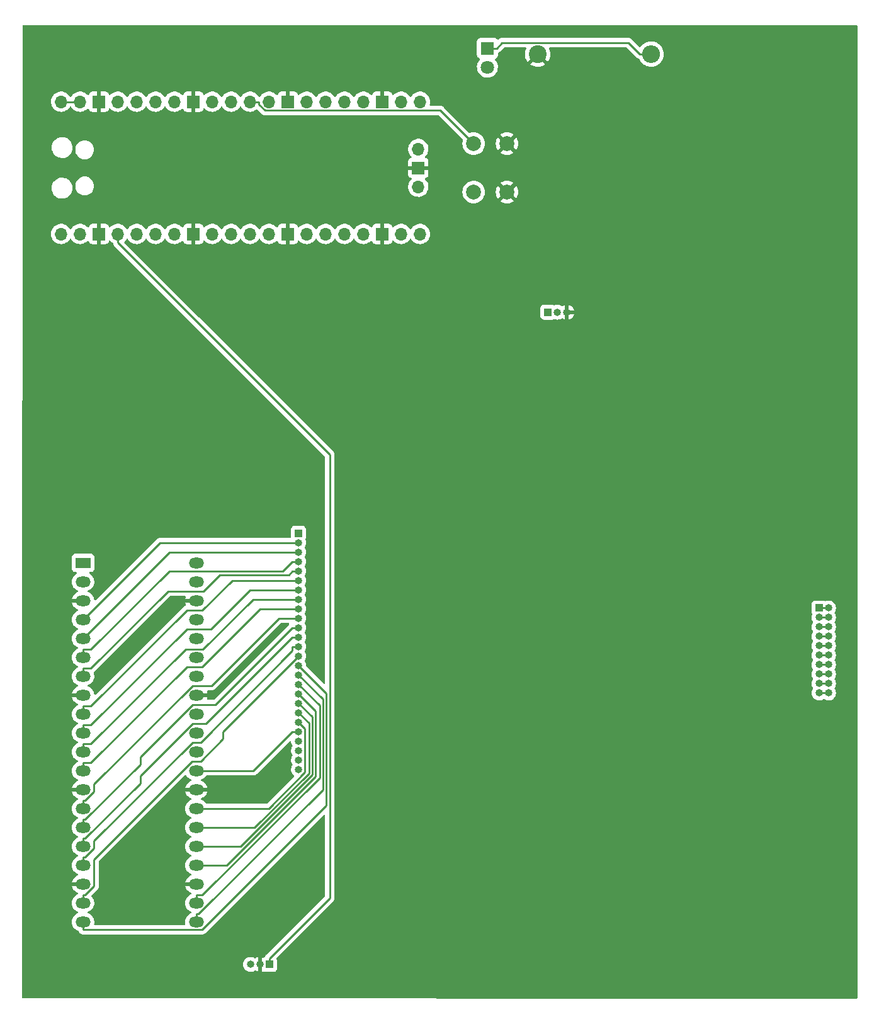
<source format=gbr>
%TF.GenerationSoftware,KiCad,Pcbnew,6.0.2+dfsg-1*%
%TF.CreationDate,2023-02-26T16:07:03-08:00*%
%TF.ProjectId,pico-devboard,7069636f-2d64-4657-9662-6f6172642e6b,rev?*%
%TF.SameCoordinates,Original*%
%TF.FileFunction,Copper,L2,Bot*%
%TF.FilePolarity,Positive*%
%FSLAX46Y46*%
G04 Gerber Fmt 4.6, Leading zero omitted, Abs format (unit mm)*
G04 Created by KiCad (PCBNEW 6.0.2+dfsg-1) date 2023-02-26 16:07:03*
%MOMM*%
%LPD*%
G01*
G04 APERTURE LIST*
%TA.AperFunction,ComponentPad*%
%ADD10C,2.000000*%
%TD*%
%TA.AperFunction,ComponentPad*%
%ADD11C,2.400000*%
%TD*%
%TA.AperFunction,ComponentPad*%
%ADD12O,2.400000X2.400000*%
%TD*%
%TA.AperFunction,ComponentPad*%
%ADD13O,1.000000X1.000000*%
%TD*%
%TA.AperFunction,ComponentPad*%
%ADD14R,1.000000X1.000000*%
%TD*%
%TA.AperFunction,ComponentPad*%
%ADD15R,1.800000X1.800000*%
%TD*%
%TA.AperFunction,ComponentPad*%
%ADD16C,1.800000*%
%TD*%
%TA.AperFunction,ComponentPad*%
%ADD17R,2.000000X1.440000*%
%TD*%
%TA.AperFunction,ComponentPad*%
%ADD18O,2.000000X1.440000*%
%TD*%
%TA.AperFunction,ComponentPad*%
%ADD19O,1.700000X1.700000*%
%TD*%
%TA.AperFunction,ComponentPad*%
%ADD20R,1.700000X1.700000*%
%TD*%
%TA.AperFunction,Conductor*%
%ADD21C,0.250000*%
%TD*%
G04 APERTURE END LIST*
D10*
%TO.P,SW1,1,1*%
%TO.N,Net-(SW1-Pad1)*%
X91730000Y-48450000D03*
X91730000Y-41950000D03*
%TO.P,SW1,2,2*%
%TO.N,GND*%
X96230000Y-48450000D03*
X96230000Y-41950000D03*
%TD*%
D11*
%TO.P,R1,1*%
%TO.N,GND*%
X100350000Y-29900000D03*
D12*
%TO.P,R1,2*%
%TO.N,Net-(D1-Pad1)*%
X115590000Y-29900000D03*
%TD*%
D13*
%TO.P,J3,20,Pin_20*%
%TO.N,/j*%
X139445000Y-115805000D03*
%TO.P,J3,19,Pin_19*%
X138175000Y-115805000D03*
%TO.P,J3,18,Pin_18*%
%TO.N,/i*%
X139445000Y-114535000D03*
%TO.P,J3,17,Pin_17*%
X138175000Y-114535000D03*
%TO.P,J3,16,Pin_16*%
%TO.N,/h*%
X139445000Y-113265000D03*
%TO.P,J3,15,Pin_15*%
X138175000Y-113265000D03*
%TO.P,J3,14,Pin_14*%
%TO.N,/g*%
X139445000Y-111995000D03*
%TO.P,J3,13,Pin_13*%
X138175000Y-111995000D03*
%TO.P,J3,12,Pin_12*%
%TO.N,/f*%
X139445000Y-110725000D03*
%TO.P,J3,11,Pin_11*%
X138175000Y-110725000D03*
%TO.P,J3,10,Pin_10*%
%TO.N,/e*%
X139445000Y-109455000D03*
%TO.P,J3,9,Pin_9*%
X138175000Y-109455000D03*
%TO.P,J3,8,Pin_8*%
%TO.N,/d*%
X139445000Y-108185000D03*
%TO.P,J3,7,Pin_7*%
X138175000Y-108185000D03*
%TO.P,J3,6,Pin_6*%
%TO.N,/c*%
X139445000Y-106915000D03*
%TO.P,J3,5,Pin_5*%
X138175000Y-106915000D03*
%TO.P,J3,4,Pin_4*%
%TO.N,/b*%
X139445000Y-105645000D03*
%TO.P,J3,3,Pin_3*%
X138175000Y-105645000D03*
%TO.P,J3,2,Pin_2*%
%TO.N,/a*%
X139445000Y-104375000D03*
D14*
%TO.P,J3,1,Pin_1*%
X138175000Y-104375000D03*
%TD*%
D15*
%TO.P,D1,1,K*%
%TO.N,Net-(D1-Pad1)*%
X93590000Y-29115000D03*
D16*
%TO.P,D1,2,A*%
%TO.N,+5V*%
X93590000Y-31655000D03*
%TD*%
D14*
%TO.P,J5,1,Pin_1*%
%TO.N,/SWDIO*%
X64270000Y-152300000D03*
D13*
%TO.P,J5,2,Pin_2*%
%TO.N,GND*%
X63000000Y-152300000D03*
%TO.P,J5,3,Pin_3*%
%TO.N,/SWCLK*%
X61730000Y-152300000D03*
%TD*%
D17*
%TO.P,J4,1,Pin_1*%
%TO.N,/UART_RX*%
X39207500Y-98310000D03*
D18*
%TO.P,J4,2,Pin_2*%
%TO.N,/UART_TX*%
X39207500Y-100850000D03*
%TO.P,J4,3,Pin_3*%
%TO.N,GND*%
X39207500Y-103390000D03*
%TO.P,J4,4,Pin_4*%
%TO.N,/GPIO_2*%
X39207500Y-105930000D03*
%TO.P,J4,5,Pin_5*%
%TO.N,/GPIO_3*%
X39207500Y-108470000D03*
%TO.P,J4,6,Pin_6*%
%TO.N,/GPIO_4*%
X39207500Y-111010000D03*
%TO.P,J4,7,Pin_7*%
%TO.N,/GPIO_5*%
X39207500Y-113550000D03*
%TO.P,J4,8,Pin_8*%
%TO.N,GND*%
X39207500Y-116090000D03*
%TO.P,J4,9,Pin_9*%
%TO.N,/GPIO_6*%
X39207500Y-118630000D03*
%TO.P,J4,10,Pin_10*%
%TO.N,/GPIO_7*%
X39207500Y-121170000D03*
%TO.P,J4,11,Pin_11*%
%TO.N,/GPIO_8*%
X39207500Y-123710000D03*
%TO.P,J4,12,Pin_12*%
%TO.N,/GPIO_9*%
X39207500Y-126250000D03*
%TO.P,J4,13,Pin_13*%
%TO.N,GND*%
X39207500Y-128790000D03*
%TO.P,J4,14,Pin_14*%
%TO.N,/GPIO_10*%
X39207500Y-131330000D03*
%TO.P,J4,15,Pin_15*%
%TO.N,/GPIO_11*%
X39207500Y-133870000D03*
%TO.P,J4,16,Pin_16*%
%TO.N,/GPIO_12*%
X39207500Y-136410000D03*
%TO.P,J4,17,Pin_17*%
%TO.N,/GPIO_13*%
X39207500Y-138950000D03*
%TO.P,J4,18,Pin_18*%
%TO.N,GND*%
X39207500Y-141490000D03*
%TO.P,J4,19,Pin_19*%
%TO.N,/GPIO_14*%
X39207500Y-144030000D03*
%TO.P,J4,20,Pin_20*%
%TO.N,/GPIO_15*%
X39207500Y-146570000D03*
%TO.P,J4,21,Pin_21*%
%TO.N,/GPIO_16*%
X54447500Y-146570000D03*
%TO.P,J4,22,Pin_22*%
%TO.N,/GPIO_17*%
X54447500Y-144030000D03*
%TO.P,J4,23,Pin_23*%
%TO.N,GND*%
X54447500Y-141490000D03*
%TO.P,J4,24,Pin_24*%
%TO.N,/GPIO_18*%
X54447500Y-138950000D03*
%TO.P,J4,25,Pin_25*%
%TO.N,/GPIO_19*%
X54447500Y-136410000D03*
%TO.P,J4,26,Pin_26*%
%TO.N,/GPIO_20*%
X54447500Y-133870000D03*
%TO.P,J4,27,Pin_27*%
%TO.N,/GPIO_21*%
X54447500Y-131330000D03*
%TO.P,J4,28,Pin_28*%
%TO.N,GND*%
X54447500Y-128790000D03*
%TO.P,J4,29,Pin_29*%
%TO.N,/GPIO_22*%
X54447500Y-126250000D03*
%TO.P,J4,30,Pin_30*%
%TO.N,/RUN*%
X54447500Y-123710000D03*
%TO.P,J4,31,Pin_31*%
%TO.N,/GPIO_26*%
X54447500Y-121170000D03*
%TO.P,J4,32,Pin_32*%
%TO.N,/GPIO_27*%
X54447500Y-118630000D03*
%TO.P,J4,33,Pin_33*%
%TO.N,GND*%
X54447500Y-116090000D03*
%TO.P,J4,34,Pin_34*%
%TO.N,/GPIO_28*%
X54447500Y-113550000D03*
%TO.P,J4,35,Pin_35*%
%TO.N,/ADC_VREF*%
X54447500Y-111010000D03*
%TO.P,J4,36,Pin_36*%
%TO.N,+3V3*%
X54447500Y-108470000D03*
%TO.P,J4,37,Pin_37*%
%TO.N,unconnected-(J4-Pad37)*%
X54447500Y-105930000D03*
%TO.P,J4,38,Pin_38*%
%TO.N,GND*%
X54447500Y-103390000D03*
%TO.P,J4,39,Pin_39*%
%TO.N,+5V*%
X54447500Y-100850000D03*
%TO.P,J4,40,Pin_40*%
%TO.N,unconnected-(J4-Pad40)*%
X54447500Y-98310000D03*
%TD*%
D14*
%TO.P,J2,1,Pin_1*%
%TO.N,/RUN*%
X68200000Y-94325000D03*
D13*
%TO.P,J2,2,Pin_2*%
%TO.N,/GPIO_2*%
X68200000Y-95595000D03*
%TO.P,J2,3,Pin_3*%
%TO.N,/GPIO_3*%
X68200000Y-96865000D03*
%TO.P,J2,4,Pin_4*%
%TO.N,/GPIO_4*%
X68200000Y-98135000D03*
%TO.P,J2,5,Pin_5*%
%TO.N,/GPIO_5*%
X68200000Y-99405000D03*
%TO.P,J2,6,Pin_6*%
%TO.N,/GPIO_6*%
X68200000Y-100675000D03*
%TO.P,J2,7,Pin_7*%
%TO.N,/GPIO_7*%
X68200000Y-101945000D03*
%TO.P,J2,8,Pin_8*%
%TO.N,/GPIO_8*%
X68200000Y-103215000D03*
%TO.P,J2,9,Pin_9*%
%TO.N,/GPIO_9*%
X68200000Y-104485000D03*
%TO.P,J2,10,Pin_10*%
%TO.N,/GPIO_10*%
X68200000Y-105755000D03*
%TO.P,J2,11,Pin_11*%
%TO.N,/GPIO_11*%
X68200000Y-107025000D03*
%TO.P,J2,12,Pin_12*%
%TO.N,/GPIO_12*%
X68200000Y-108295000D03*
%TO.P,J2,13,Pin_13*%
%TO.N,/GPIO_13*%
X68200000Y-109565000D03*
%TO.P,J2,14,Pin_14*%
%TO.N,/GPIO_14*%
X68200000Y-110835000D03*
%TO.P,J2,15,Pin_15*%
%TO.N,/GPIO_15*%
X68200000Y-112105000D03*
%TO.P,J2,16,Pin_16*%
%TO.N,/GPIO_16*%
X68200000Y-113375000D03*
%TO.P,J2,17,Pin_17*%
%TO.N,/GPIO_17*%
X68200000Y-114645000D03*
%TO.P,J2,18,Pin_18*%
%TO.N,/GPIO_18*%
X68200000Y-115915000D03*
%TO.P,J2,19,Pin_19*%
%TO.N,/GPIO_19*%
X68200000Y-117185000D03*
%TO.P,J2,20,Pin_20*%
%TO.N,/GPIO_20*%
X68200000Y-118455000D03*
%TO.P,J2,21,Pin_21*%
%TO.N,/GPIO_21*%
X68200000Y-119725000D03*
%TO.P,J2,22,Pin_22*%
%TO.N,/GPIO_22*%
X68200000Y-120995000D03*
%TO.P,J2,23,Pin_23*%
%TO.N,/GPIO_26*%
X68200000Y-122265000D03*
%TO.P,J2,24,Pin_24*%
%TO.N,/GPIO_27*%
X68200000Y-123535000D03*
%TO.P,J2,25,Pin_25*%
%TO.N,/GPIO_28*%
X68200000Y-124805000D03*
%TO.P,J2,26,Pin_26*%
%TO.N,/ADC_VREF*%
X68200000Y-126075000D03*
%TD*%
%TO.P,J1,3,Pin_3*%
%TO.N,GND*%
X104275000Y-64600000D03*
%TO.P,J1,2,Pin_2*%
%TO.N,+3V3*%
X103005000Y-64600000D03*
D14*
%TO.P,J1,1,Pin_1*%
%TO.N,+5V*%
X101735000Y-64600000D03*
%TD*%
D19*
%TO.P,U1,1,GPIO0*%
%TO.N,unconnected-(U1-Pad1)*%
X36270000Y-54090000D03*
%TO.P,U1,2,GPIO1*%
%TO.N,unconnected-(U1-Pad2)*%
X38810000Y-54090000D03*
D20*
%TO.P,U1,3,GND*%
%TO.N,GND*%
X41350000Y-54090000D03*
D19*
%TO.P,U1,4,GPIO2*%
%TO.N,/SWDIO*%
X43890000Y-54090000D03*
%TO.P,U1,5,GPIO3*%
%TO.N,/SWCLK*%
X46430000Y-54090000D03*
%TO.P,U1,6,GPIO4*%
%TO.N,/UART_RX*%
X48970000Y-54090000D03*
%TO.P,U1,7,GPIO5*%
%TO.N,/UART_TX*%
X51510000Y-54090000D03*
D20*
%TO.P,U1,8,GND*%
%TO.N,GND*%
X54050000Y-54090000D03*
D19*
%TO.P,U1,9,GPIO6*%
%TO.N,unconnected-(U1-Pad9)*%
X56590000Y-54090000D03*
%TO.P,U1,10,GPIO7*%
%TO.N,unconnected-(U1-Pad10)*%
X59130000Y-54090000D03*
%TO.P,U1,11,GPIO8*%
%TO.N,unconnected-(U1-Pad11)*%
X61670000Y-54090000D03*
%TO.P,U1,12,GPIO9*%
%TO.N,unconnected-(U1-Pad12)*%
X64210000Y-54090000D03*
D20*
%TO.P,U1,13,GND*%
%TO.N,GND*%
X66750000Y-54090000D03*
D19*
%TO.P,U1,14,GPIO10*%
%TO.N,unconnected-(U1-Pad14)*%
X69290000Y-54090000D03*
%TO.P,U1,15,GPIO11*%
%TO.N,unconnected-(U1-Pad15)*%
X71830000Y-54090000D03*
%TO.P,U1,16,GPIO12*%
%TO.N,unconnected-(U1-Pad16)*%
X74370000Y-54090000D03*
%TO.P,U1,17,GPIO13*%
%TO.N,unconnected-(U1-Pad17)*%
X76910000Y-54090000D03*
D20*
%TO.P,U1,18,GND*%
%TO.N,GND*%
X79450000Y-54090000D03*
D19*
%TO.P,U1,19,GPIO14*%
%TO.N,unconnected-(U1-Pad19)*%
X81990000Y-54090000D03*
%TO.P,U1,20,GPIO15*%
%TO.N,unconnected-(U1-Pad20)*%
X84530000Y-54090000D03*
%TO.P,U1,21,GPIO16*%
%TO.N,unconnected-(U1-Pad21)*%
X84530000Y-36310000D03*
%TO.P,U1,22,GPIO17*%
%TO.N,unconnected-(U1-Pad22)*%
X81990000Y-36310000D03*
D20*
%TO.P,U1,23,GND*%
%TO.N,GND*%
X79450000Y-36310000D03*
D19*
%TO.P,U1,24,GPIO18*%
%TO.N,unconnected-(U1-Pad24)*%
X76910000Y-36310000D03*
%TO.P,U1,25,GPIO19*%
%TO.N,unconnected-(U1-Pad25)*%
X74370000Y-36310000D03*
%TO.P,U1,26,GPIO20*%
%TO.N,unconnected-(U1-Pad26)*%
X71830000Y-36310000D03*
%TO.P,U1,27,GPIO21*%
%TO.N,unconnected-(U1-Pad27)*%
X69290000Y-36310000D03*
D20*
%TO.P,U1,28,GND*%
%TO.N,GND*%
X66750000Y-36310000D03*
D19*
%TO.P,U1,29,GPIO22*%
%TO.N,unconnected-(U1-Pad29)*%
X64210000Y-36310000D03*
%TO.P,U1,30,RUN*%
%TO.N,Net-(SW1-Pad1)*%
X61670000Y-36310000D03*
%TO.P,U1,31,GPIO26_ADC0*%
%TO.N,unconnected-(U1-Pad31)*%
X59130000Y-36310000D03*
%TO.P,U1,32,GPIO27_ADC1*%
%TO.N,unconnected-(U1-Pad32)*%
X56590000Y-36310000D03*
D20*
%TO.P,U1,33,AGND*%
%TO.N,GND*%
X54050000Y-36310000D03*
D19*
%TO.P,U1,34,GPIO28_ADC2*%
%TO.N,unconnected-(U1-Pad34)*%
X51510000Y-36310000D03*
%TO.P,U1,35,ADC_VREF*%
%TO.N,unconnected-(U1-Pad35)*%
X48970000Y-36310000D03*
%TO.P,U1,36,3V3*%
%TO.N,unconnected-(U1-Pad36)*%
X46430000Y-36310000D03*
%TO.P,U1,37,3V3_EN*%
%TO.N,unconnected-(U1-Pad37)*%
X43890000Y-36310000D03*
D20*
%TO.P,U1,38,GND*%
%TO.N,GND*%
X41350000Y-36310000D03*
D19*
%TO.P,U1,39,VSYS*%
%TO.N,Net-(U1-Pad39)*%
X38810000Y-36310000D03*
%TO.P,U1,40,VBUS*%
X36270000Y-36310000D03*
%TO.P,U1,41,SWCLK*%
%TO.N,unconnected-(U1-Pad41)*%
X84300000Y-47740000D03*
D20*
%TO.P,U1,42,GND*%
%TO.N,GND*%
X84300000Y-45200000D03*
D19*
%TO.P,U1,43,SWDIO*%
%TO.N,unconnected-(U1-Pad43)*%
X84300000Y-42660000D03*
%TD*%
D21*
%TO.N,/GPIO_3*%
X68200000Y-96865000D02*
X50812500Y-96865000D01*
X50812500Y-96865000D02*
X39207500Y-108470000D01*
%TO.N,/GPIO_2*%
X68200000Y-95595000D02*
X49542500Y-95595000D01*
X49542500Y-95595000D02*
X39207500Y-105930000D01*
%TO.N,Net-(U1-Pad39)*%
X36270000Y-36310000D02*
X38810000Y-36310000D01*
%TO.N,Net-(D1-Pad1)*%
X112539400Y-28374700D02*
X114064700Y-29900000D01*
X95555600Y-28374700D02*
X112539400Y-28374700D01*
X94815300Y-29115000D02*
X95555600Y-28374700D01*
X93590000Y-29115000D02*
X94815300Y-29115000D01*
X115590000Y-29900000D02*
X114064700Y-29900000D01*
%TO.N,/SWDIO*%
X72382000Y-143362700D02*
X64270000Y-151474700D01*
X72382000Y-83757300D02*
X72382000Y-143362700D01*
X43890000Y-55265300D02*
X72382000Y-83757300D01*
X43890000Y-54090000D02*
X43890000Y-55265300D01*
X64270000Y-152300000D02*
X64270000Y-151474700D01*
%TO.N,Net-(SW1-Pad1)*%
X87265300Y-37485300D02*
X91730000Y-41950000D01*
X63653200Y-37485300D02*
X87265300Y-37485300D01*
X62845300Y-36677400D02*
X63653200Y-37485300D01*
X62845300Y-36310000D02*
X62845300Y-36677400D01*
X61670000Y-36310000D02*
X62845300Y-36310000D01*
%TO.N,/GPIO_22*%
X62119700Y-126250000D02*
X54447500Y-126250000D01*
X67374700Y-120995000D02*
X62119700Y-126250000D01*
X68200000Y-120995000D02*
X67374700Y-120995000D01*
%TO.N,/GPIO_21*%
X64189800Y-131330000D02*
X54447500Y-131330000D01*
X69049700Y-126470100D02*
X64189800Y-131330000D01*
X69049700Y-120574700D02*
X69049700Y-126470100D01*
X68200000Y-119725000D02*
X69049700Y-120574700D01*
%TO.N,/GPIO_20*%
X62286700Y-133870000D02*
X54447500Y-133870000D01*
X69581300Y-126575400D02*
X62286700Y-133870000D01*
X69581300Y-119836300D02*
X69581300Y-126575400D01*
X68200000Y-118455000D02*
X69581300Y-119836300D01*
%TO.N,/GPIO_19*%
X60413100Y-136410000D02*
X54447500Y-136410000D01*
X70033600Y-126789500D02*
X60413100Y-136410000D01*
X70033600Y-119018600D02*
X70033600Y-126789500D01*
X68200000Y-117185000D02*
X70033600Y-119018600D01*
%TO.N,/GPIO_18*%
X58533700Y-138950000D02*
X54447500Y-138950000D01*
X70495100Y-126988600D02*
X58533700Y-138950000D01*
X70495100Y-118210100D02*
X70495100Y-126988600D01*
X68200000Y-115915000D02*
X70495100Y-118210100D01*
%TO.N,/GPIO_17*%
X55231500Y-142984700D02*
X54447500Y-142984700D01*
X71019500Y-127196700D02*
X55231500Y-142984700D01*
X71019500Y-117464500D02*
X71019500Y-127196700D01*
X68200000Y-114645000D02*
X71019500Y-117464500D01*
X54447500Y-144030000D02*
X54447500Y-142984700D01*
%TO.N,/GPIO_16*%
X54741500Y-145524700D02*
X54447500Y-145524700D01*
X71475800Y-128790400D02*
X54741500Y-145524700D01*
X71475800Y-116650800D02*
X71475800Y-128790400D01*
X68200000Y-113375000D02*
X71475800Y-116650800D01*
X54447500Y-146570000D02*
X54447500Y-145524700D01*
%TO.N,/GPIO_15*%
X55239900Y-147615300D02*
X39207500Y-147615300D01*
X71930900Y-130924300D02*
X55239900Y-147615300D01*
X71930900Y-115835900D02*
X71930900Y-130924300D01*
X68200000Y-112105000D02*
X71930900Y-115835900D01*
X39207500Y-146570000D02*
X39207500Y-147615300D01*
%TO.N,/GPIO_14*%
X39501500Y-142984700D02*
X39207500Y-142984700D01*
X40702100Y-141784100D02*
X39501500Y-142984700D01*
X40702100Y-138167600D02*
X40702100Y-141784100D01*
X53889700Y-124980000D02*
X40702100Y-138167600D01*
X55015500Y-124980000D02*
X53889700Y-124980000D01*
X58021600Y-121973900D02*
X55015500Y-124980000D01*
X58021600Y-121013400D02*
X58021600Y-121973900D01*
X68200000Y-110835000D02*
X58021600Y-121013400D01*
X39207500Y-144030000D02*
X39207500Y-142984700D01*
%TO.N,/GPIO_13*%
X39501500Y-137904700D02*
X39207500Y-137904700D01*
X40702100Y-136704100D02*
X39501500Y-137904700D01*
X40702100Y-135694300D02*
X40702100Y-136704100D01*
X53956400Y-122440000D02*
X40702100Y-135694300D01*
X55015500Y-122440000D02*
X53956400Y-122440000D01*
X67374700Y-110080800D02*
X55015500Y-122440000D01*
X67374700Y-109565000D02*
X67374700Y-110080800D01*
X68200000Y-109565000D02*
X67374700Y-109565000D01*
X39207500Y-138950000D02*
X39207500Y-137904700D01*
%TO.N,/GPIO_12*%
X39501500Y-135364700D02*
X39207500Y-135364700D01*
X46923100Y-127943100D02*
X39501500Y-135364700D01*
X46923100Y-126910300D02*
X46923100Y-127943100D01*
X53933400Y-119900000D02*
X46923100Y-126910300D01*
X55769700Y-119900000D02*
X53933400Y-119900000D01*
X67374700Y-108295000D02*
X55769700Y-119900000D01*
X68200000Y-108295000D02*
X67374700Y-108295000D01*
X39207500Y-136410000D02*
X39207500Y-135364700D01*
%TO.N,/GPIO_11*%
X39501500Y-132824700D02*
X39207500Y-132824700D01*
X46923100Y-125403100D02*
X39501500Y-132824700D01*
X46923100Y-124370300D02*
X46923100Y-125403100D01*
X53933400Y-117360000D02*
X46923100Y-124370300D01*
X57039700Y-117360000D02*
X53933400Y-117360000D01*
X67374700Y-107025000D02*
X57039700Y-117360000D01*
X68200000Y-107025000D02*
X67374700Y-107025000D01*
X39207500Y-133870000D02*
X39207500Y-132824700D01*
%TO.N,/GPIO_10*%
X39501500Y-130284700D02*
X39207500Y-130284700D01*
X40702100Y-129084100D02*
X39501500Y-130284700D01*
X40702100Y-128033500D02*
X40702100Y-129084100D01*
X53915600Y-114820000D02*
X40702100Y-128033500D01*
X56465700Y-114820000D02*
X53915600Y-114820000D01*
X65530700Y-105755000D02*
X56465700Y-114820000D01*
X68200000Y-105755000D02*
X65530700Y-105755000D01*
X39207500Y-131330000D02*
X39207500Y-130284700D01*
%TO.N,/GPIO_9*%
X40252800Y-125204700D02*
X39207500Y-125204700D01*
X53177500Y-112280000D02*
X40252800Y-125204700D01*
X55235200Y-112280000D02*
X53177500Y-112280000D01*
X63030200Y-104485000D02*
X55235200Y-112280000D01*
X68200000Y-104485000D02*
X63030200Y-104485000D01*
X39207500Y-126250000D02*
X39207500Y-125204700D01*
%TO.N,/GPIO_8*%
X40252800Y-122664700D02*
X39207500Y-122664700D01*
X52991200Y-109926300D02*
X40252800Y-122664700D01*
X55335300Y-109926300D02*
X52991200Y-109926300D01*
X62046600Y-103215000D02*
X55335300Y-109926300D01*
X68200000Y-103215000D02*
X62046600Y-103215000D01*
X39207500Y-123710000D02*
X39207500Y-122664700D01*
%TO.N,/GPIO_7*%
X40252800Y-120124700D02*
X39207500Y-120124700D01*
X53177500Y-107200000D02*
X40252800Y-120124700D01*
X56405600Y-107200000D02*
X53177500Y-107200000D01*
X61660600Y-101945000D02*
X56405600Y-107200000D01*
X68200000Y-101945000D02*
X61660600Y-101945000D01*
X39207500Y-121170000D02*
X39207500Y-120124700D01*
%TO.N,/GPIO_6*%
X40252800Y-117584700D02*
X39207500Y-117584700D01*
X53177500Y-104660000D02*
X40252800Y-117584700D01*
X55267100Y-104660000D02*
X53177500Y-104660000D01*
X59252100Y-100675000D02*
X55267100Y-104660000D01*
X68200000Y-100675000D02*
X59252100Y-100675000D01*
X39207500Y-118630000D02*
X39207500Y-117584700D01*
%TO.N,/GPIO_5*%
X66867600Y-99912100D02*
X67374700Y-99405000D01*
X57635600Y-99912100D02*
X66867600Y-99912100D01*
X55427700Y-102120000D02*
X57635600Y-99912100D01*
X50637500Y-102120000D02*
X55427700Y-102120000D01*
X40252800Y-112504700D02*
X50637500Y-102120000D01*
X39207500Y-112504700D02*
X40252800Y-112504700D01*
X39207500Y-113550000D02*
X39207500Y-112504700D01*
X68200000Y-99405000D02*
X67374700Y-99405000D01*
%TO.N,/GPIO_4*%
X40252800Y-109964700D02*
X39207500Y-109964700D01*
X50812600Y-99404900D02*
X40252800Y-109964700D01*
X66104800Y-99404900D02*
X50812600Y-99404900D01*
X67374700Y-98135000D02*
X66104800Y-99404900D01*
X68200000Y-98135000D02*
X67374700Y-98135000D01*
X39207500Y-111010000D02*
X39207500Y-109964700D01*
%TO.N,/j*%
X138175000Y-115805000D02*
X139445000Y-115805000D01*
%TO.N,/i*%
X138175000Y-114535000D02*
X139445000Y-114535000D01*
%TO.N,/h*%
X138175000Y-113265000D02*
X139445000Y-113265000D01*
%TO.N,/g*%
X138175000Y-111995000D02*
X139445000Y-111995000D01*
%TO.N,/f*%
X138175000Y-110725000D02*
X139445000Y-110725000D01*
%TO.N,/e*%
X138175000Y-109455000D02*
X139445000Y-109455000D01*
%TO.N,/d*%
X138175000Y-108185000D02*
X139445000Y-108185000D01*
%TO.N,/c*%
X138175000Y-106915000D02*
X139445000Y-106915000D01*
%TO.N,/b*%
X138175000Y-105645000D02*
X139445000Y-105645000D01*
%TO.N,/a*%
X138175000Y-104375000D02*
X139445000Y-104375000D01*
%TD*%
%TA.AperFunction,Conductor*%
%TO.N,GND*%
G36*
X143264121Y-26020002D02*
G01*
X143310614Y-26073658D01*
X143322000Y-26126000D01*
X143322000Y-156773730D01*
X143301998Y-156841851D01*
X143248342Y-156888344D01*
X143195888Y-156899730D01*
X31113888Y-156800190D01*
X31045785Y-156780127D01*
X30999340Y-156726430D01*
X30988000Y-156674190D01*
X30988000Y-152285851D01*
X60716719Y-152285851D01*
X60733268Y-152482934D01*
X60787783Y-152673050D01*
X60878187Y-152848956D01*
X61001035Y-153003953D01*
X61005728Y-153007947D01*
X61005729Y-153007948D01*
X61051269Y-153046705D01*
X61151650Y-153132136D01*
X61324294Y-153228624D01*
X61512392Y-153289740D01*
X61708777Y-153313158D01*
X61714912Y-153312686D01*
X61714914Y-153312686D01*
X61899830Y-153298457D01*
X61899834Y-153298456D01*
X61905972Y-153297984D01*
X62096463Y-153244798D01*
X62101967Y-153242018D01*
X62101969Y-153242017D01*
X62267493Y-153158405D01*
X62267495Y-153158404D01*
X62272996Y-153155625D01*
X62286973Y-153144705D01*
X62352967Y-153118525D01*
X62426020Y-153134004D01*
X62589121Y-153225159D01*
X62600356Y-153230067D01*
X62728768Y-153271790D01*
X62742867Y-153272193D01*
X62746000Y-153265821D01*
X62746000Y-151342076D01*
X62742027Y-151328545D01*
X62734232Y-151327425D01*
X62626479Y-151359138D01*
X62615111Y-151363731D01*
X62450846Y-151449607D01*
X62435426Y-151459697D01*
X62434003Y-151457522D01*
X62378864Y-151480314D01*
X62309005Y-151467657D01*
X62299055Y-151461839D01*
X62296675Y-151459870D01*
X62122701Y-151365802D01*
X61933768Y-151307318D01*
X61927643Y-151306674D01*
X61927642Y-151306674D01*
X61743204Y-151287289D01*
X61743202Y-151287289D01*
X61737075Y-151286645D01*
X61654576Y-151294153D01*
X61546251Y-151304011D01*
X61546248Y-151304012D01*
X61540112Y-151304570D01*
X61534206Y-151306308D01*
X61534202Y-151306309D01*
X61457954Y-151328750D01*
X61350381Y-151360410D01*
X61344923Y-151363263D01*
X61344919Y-151363265D01*
X61272137Y-151401315D01*
X61175110Y-151452040D01*
X61020975Y-151575968D01*
X60893846Y-151727474D01*
X60890879Y-151732872D01*
X60890875Y-151732877D01*
X60812095Y-151876180D01*
X60798567Y-151900787D01*
X60738765Y-152089306D01*
X60716719Y-152285851D01*
X30988000Y-152285851D01*
X30988000Y-146608744D01*
X37694643Y-146608744D01*
X37720988Y-146826452D01*
X37785470Y-147036054D01*
X37886050Y-147230924D01*
X38019549Y-147404903D01*
X38023694Y-147408674D01*
X38023697Y-147408678D01*
X38164968Y-147537224D01*
X38181748Y-147552493D01*
X38367518Y-147669026D01*
X38372728Y-147671120D01*
X38372733Y-147671123D01*
X38531252Y-147734847D01*
X38586997Y-147778813D01*
X38601407Y-147805368D01*
X38609699Y-147826310D01*
X38612371Y-147833730D01*
X38629736Y-147887175D01*
X38633986Y-147893871D01*
X38633986Y-147893872D01*
X38634150Y-147894131D01*
X38644915Y-147915258D01*
X38645029Y-147915546D01*
X38645032Y-147915551D01*
X38647948Y-147922917D01*
X38652604Y-147929325D01*
X38652607Y-147929331D01*
X38680958Y-147968352D01*
X38685401Y-147974889D01*
X38715500Y-148022318D01*
X38721278Y-148027744D01*
X38721279Y-148027745D01*
X38721507Y-148027959D01*
X38737188Y-148045746D01*
X38742028Y-148052407D01*
X38748137Y-148057461D01*
X38748138Y-148057462D01*
X38785296Y-148088203D01*
X38791230Y-148093434D01*
X38826398Y-148126458D01*
X38826401Y-148126460D01*
X38832179Y-148131886D01*
X38839403Y-148135858D01*
X38859006Y-148149181D01*
X38859246Y-148149380D01*
X38859253Y-148149384D01*
X38865356Y-148154433D01*
X38898842Y-148170190D01*
X38916176Y-148178347D01*
X38923208Y-148181929D01*
X38972440Y-148208995D01*
X38980115Y-148210965D01*
X38980121Y-148210968D01*
X38980419Y-148211044D01*
X39002728Y-148219076D01*
X39003003Y-148219206D01*
X39003011Y-148219209D01*
X39010182Y-148222583D01*
X39065349Y-148233106D01*
X39073058Y-148234829D01*
X39107051Y-148243557D01*
X39119793Y-148246829D01*
X39119794Y-148246829D01*
X39127470Y-148248800D01*
X39135707Y-148248800D01*
X39159316Y-148251032D01*
X39159619Y-148251090D01*
X39159623Y-148251090D01*
X39167406Y-148252575D01*
X39223451Y-148249049D01*
X39231362Y-148248800D01*
X55161133Y-148248800D01*
X55172316Y-148249327D01*
X55179809Y-148251002D01*
X55187735Y-148250753D01*
X55187736Y-148250753D01*
X55247886Y-148248862D01*
X55251845Y-148248800D01*
X55279756Y-148248800D01*
X55283691Y-148248303D01*
X55283756Y-148248295D01*
X55295593Y-148247362D01*
X55327851Y-148246348D01*
X55331870Y-148246222D01*
X55339789Y-148245973D01*
X55359243Y-148240321D01*
X55378600Y-148236313D01*
X55390830Y-148234768D01*
X55390831Y-148234768D01*
X55398697Y-148233774D01*
X55406068Y-148230855D01*
X55406070Y-148230855D01*
X55439812Y-148217496D01*
X55451042Y-148213651D01*
X55485883Y-148203529D01*
X55485884Y-148203529D01*
X55493493Y-148201318D01*
X55500312Y-148197285D01*
X55500317Y-148197283D01*
X55510928Y-148191007D01*
X55528676Y-148182312D01*
X55547517Y-148174852D01*
X55583287Y-148148864D01*
X55593207Y-148142348D01*
X55624435Y-148123880D01*
X55624438Y-148123878D01*
X55631262Y-148119842D01*
X55645583Y-148105521D01*
X55660617Y-148092680D01*
X55670594Y-148085431D01*
X55677007Y-148080772D01*
X55705198Y-148046695D01*
X55713188Y-148037916D01*
X71533405Y-132217699D01*
X71595717Y-132183673D01*
X71666532Y-132188738D01*
X71723368Y-132231285D01*
X71748179Y-132297805D01*
X71748500Y-132306794D01*
X71748500Y-143048105D01*
X71728498Y-143116226D01*
X71711595Y-143137200D01*
X63877747Y-150971048D01*
X63869461Y-150978588D01*
X63862982Y-150982700D01*
X63857557Y-150988477D01*
X63816357Y-151032351D01*
X63813602Y-151035193D01*
X63793865Y-151054930D01*
X63791385Y-151058127D01*
X63783682Y-151067147D01*
X63753414Y-151099379D01*
X63749595Y-151106325D01*
X63749593Y-151106328D01*
X63743652Y-151117134D01*
X63732801Y-151133653D01*
X63720386Y-151149659D01*
X63717241Y-151156928D01*
X63717238Y-151156932D01*
X63702826Y-151190237D01*
X63697609Y-151200887D01*
X63676305Y-151239640D01*
X63674334Y-151247317D01*
X63673784Y-151248706D01*
X63630111Y-151304680D01*
X63600862Y-151320306D01*
X63560869Y-151335299D01*
X63523295Y-151349385D01*
X63516108Y-151354771D01*
X63508240Y-151359079D01*
X63507105Y-151357006D01*
X63452606Y-151377368D01*
X63394723Y-151367850D01*
X63386620Y-151364444D01*
X63271308Y-151328750D01*
X63257205Y-151328544D01*
X63254000Y-151335299D01*
X63254000Y-153257564D01*
X63257973Y-153271095D01*
X63266188Y-153272276D01*
X63360345Y-153245986D01*
X63371778Y-153241552D01*
X63385266Y-153234739D01*
X63455089Y-153221879D01*
X63507441Y-153242381D01*
X63508240Y-153240921D01*
X63516108Y-153245229D01*
X63523295Y-153250615D01*
X63659684Y-153301745D01*
X63721866Y-153308500D01*
X64818134Y-153308500D01*
X64880316Y-153301745D01*
X65016705Y-153250615D01*
X65133261Y-153163261D01*
X65220615Y-153046705D01*
X65271745Y-152910316D01*
X65278500Y-152848134D01*
X65278500Y-151751866D01*
X65271745Y-151689684D01*
X65220615Y-151553295D01*
X65217463Y-151549090D01*
X65202695Y-151481559D01*
X65227433Y-151415012D01*
X65239289Y-151401315D01*
X72774247Y-143866357D01*
X72782537Y-143858813D01*
X72789018Y-143854700D01*
X72835659Y-143805032D01*
X72838413Y-143802191D01*
X72858134Y-143782470D01*
X72860612Y-143779275D01*
X72868318Y-143770253D01*
X72893158Y-143743801D01*
X72898586Y-143738021D01*
X72908346Y-143720268D01*
X72919199Y-143703745D01*
X72926753Y-143694006D01*
X72931613Y-143687741D01*
X72949176Y-143647157D01*
X72954383Y-143636527D01*
X72975695Y-143597760D01*
X72977666Y-143590083D01*
X72977668Y-143590078D01*
X72980732Y-143578142D01*
X72987138Y-143559430D01*
X72992034Y-143548117D01*
X72995181Y-143540845D01*
X72998123Y-143522274D01*
X73002097Y-143497181D01*
X73004504Y-143485560D01*
X73013528Y-143450411D01*
X73013528Y-143450410D01*
X73015500Y-143442730D01*
X73015500Y-143422469D01*
X73017051Y-143402758D01*
X73018979Y-143390585D01*
X73020219Y-143382757D01*
X73016059Y-143338746D01*
X73015500Y-143326889D01*
X73015500Y-115790851D01*
X137161719Y-115790851D01*
X137162235Y-115796995D01*
X137171472Y-115906995D01*
X137178268Y-115987934D01*
X137232783Y-116178050D01*
X137235602Y-116183535D01*
X137312219Y-116332614D01*
X137323187Y-116353956D01*
X137446035Y-116508953D01*
X137450728Y-116512947D01*
X137450729Y-116512948D01*
X137581051Y-116623860D01*
X137596650Y-116637136D01*
X137769294Y-116733624D01*
X137957392Y-116794740D01*
X138153777Y-116818158D01*
X138159912Y-116817686D01*
X138159914Y-116817686D01*
X138344830Y-116803457D01*
X138344834Y-116803456D01*
X138350972Y-116802984D01*
X138541463Y-116749798D01*
X138546967Y-116747018D01*
X138546969Y-116747017D01*
X138712493Y-116663405D01*
X138712495Y-116663404D01*
X138717996Y-116660625D01*
X138722850Y-116656833D01*
X138722859Y-116656827D01*
X138731548Y-116650038D01*
X138797542Y-116623860D01*
X138870592Y-116639339D01*
X139039294Y-116733624D01*
X139227392Y-116794740D01*
X139423777Y-116818158D01*
X139429912Y-116817686D01*
X139429914Y-116817686D01*
X139614830Y-116803457D01*
X139614834Y-116803456D01*
X139620972Y-116802984D01*
X139811463Y-116749798D01*
X139816967Y-116747018D01*
X139816969Y-116747017D01*
X139982495Y-116663404D01*
X139982497Y-116663403D01*
X139987996Y-116660625D01*
X140143847Y-116538861D01*
X140273078Y-116389145D01*
X140370769Y-116217179D01*
X140433197Y-116029513D01*
X140457985Y-115833295D01*
X140458380Y-115805000D01*
X140439080Y-115608167D01*
X140381916Y-115418831D01*
X140289066Y-115244204D01*
X140285167Y-115239424D01*
X140284715Y-115238743D01*
X140263676Y-115170935D01*
X140280105Y-115106775D01*
X140367723Y-114952542D01*
X140367725Y-114952537D01*
X140370769Y-114947179D01*
X140433197Y-114759513D01*
X140457985Y-114563295D01*
X140458380Y-114535000D01*
X140439080Y-114338167D01*
X140434076Y-114321591D01*
X140409560Y-114240392D01*
X140381916Y-114148831D01*
X140289066Y-113974204D01*
X140285167Y-113969424D01*
X140284715Y-113968743D01*
X140263676Y-113900935D01*
X140280105Y-113836775D01*
X140367723Y-113682542D01*
X140367725Y-113682537D01*
X140370769Y-113677179D01*
X140433197Y-113489513D01*
X140457985Y-113293295D01*
X140458380Y-113265000D01*
X140439080Y-113068167D01*
X140421290Y-113009242D01*
X140411114Y-112975539D01*
X140381916Y-112878831D01*
X140289066Y-112704204D01*
X140285167Y-112699424D01*
X140284715Y-112698743D01*
X140263676Y-112630935D01*
X140280105Y-112566775D01*
X140367723Y-112412542D01*
X140367725Y-112412537D01*
X140370769Y-112407179D01*
X140433197Y-112219513D01*
X140457985Y-112023295D01*
X140458380Y-111995000D01*
X140439080Y-111798167D01*
X140424516Y-111749927D01*
X140403400Y-111679990D01*
X140381916Y-111608831D01*
X140289066Y-111434204D01*
X140285167Y-111429424D01*
X140284715Y-111428743D01*
X140263676Y-111360935D01*
X140280105Y-111296775D01*
X140367723Y-111142542D01*
X140367725Y-111142537D01*
X140370769Y-111137179D01*
X140433197Y-110949513D01*
X140457985Y-110753295D01*
X140458380Y-110725000D01*
X140439080Y-110528167D01*
X140421290Y-110469242D01*
X140411114Y-110435539D01*
X140381916Y-110338831D01*
X140289066Y-110164204D01*
X140285167Y-110159424D01*
X140284715Y-110158743D01*
X140263676Y-110090935D01*
X140280105Y-110026775D01*
X140367723Y-109872542D01*
X140367725Y-109872537D01*
X140370769Y-109867179D01*
X140433197Y-109679513D01*
X140457985Y-109483295D01*
X140458380Y-109455000D01*
X140439080Y-109258167D01*
X140381916Y-109068831D01*
X140289066Y-108894204D01*
X140285167Y-108889424D01*
X140284715Y-108888743D01*
X140263676Y-108820935D01*
X140280105Y-108756775D01*
X140367723Y-108602542D01*
X140367725Y-108602537D01*
X140370769Y-108597179D01*
X140433197Y-108409513D01*
X140457985Y-108213295D01*
X140458380Y-108185000D01*
X140439080Y-107988167D01*
X140431882Y-107964324D01*
X140398422Y-107853502D01*
X140381916Y-107798831D01*
X140289066Y-107624204D01*
X140285167Y-107619424D01*
X140284715Y-107618743D01*
X140263676Y-107550935D01*
X140280105Y-107486775D01*
X140367723Y-107332542D01*
X140367725Y-107332537D01*
X140370769Y-107327179D01*
X140433197Y-107139513D01*
X140457985Y-106943295D01*
X140458380Y-106915000D01*
X140439080Y-106718167D01*
X140424516Y-106669927D01*
X140402501Y-106597012D01*
X140381916Y-106528831D01*
X140289066Y-106354204D01*
X140285167Y-106349424D01*
X140284715Y-106348743D01*
X140263676Y-106280935D01*
X140280105Y-106216775D01*
X140367723Y-106062542D01*
X140367725Y-106062537D01*
X140370769Y-106057179D01*
X140433197Y-105869513D01*
X140457985Y-105673295D01*
X140458380Y-105645000D01*
X140439080Y-105448167D01*
X140431882Y-105424324D01*
X140403739Y-105331112D01*
X140381916Y-105258831D01*
X140289066Y-105084204D01*
X140285167Y-105079424D01*
X140284715Y-105078743D01*
X140263676Y-105010935D01*
X140280105Y-104946775D01*
X140367723Y-104792542D01*
X140367725Y-104792537D01*
X140370769Y-104787179D01*
X140433197Y-104599513D01*
X140457985Y-104403295D01*
X140458380Y-104375000D01*
X140439080Y-104178167D01*
X140424516Y-104129927D01*
X140403400Y-104059990D01*
X140381916Y-103988831D01*
X140289066Y-103814204D01*
X140218709Y-103727938D01*
X140167960Y-103665713D01*
X140167957Y-103665710D01*
X140164065Y-103660938D01*
X140148554Y-103648106D01*
X140016425Y-103538799D01*
X140016421Y-103538797D01*
X140011675Y-103534870D01*
X139837701Y-103440802D01*
X139648768Y-103382318D01*
X139642643Y-103381674D01*
X139642642Y-103381674D01*
X139458204Y-103362289D01*
X139458202Y-103362289D01*
X139452075Y-103361645D01*
X139369576Y-103369153D01*
X139261251Y-103379011D01*
X139261248Y-103379012D01*
X139255112Y-103379570D01*
X139249206Y-103381308D01*
X139249202Y-103381309D01*
X139113551Y-103421233D01*
X139065381Y-103435410D01*
X139059797Y-103438329D01*
X139059727Y-103438343D01*
X139054209Y-103440573D01*
X139053785Y-103439524D01*
X138990164Y-103452165D01*
X138937846Y-103432096D01*
X138936760Y-103434079D01*
X138928892Y-103429771D01*
X138921705Y-103424385D01*
X138785316Y-103373255D01*
X138723134Y-103366500D01*
X137626866Y-103366500D01*
X137564684Y-103373255D01*
X137428295Y-103424385D01*
X137311739Y-103511739D01*
X137224385Y-103628295D01*
X137173255Y-103764684D01*
X137166500Y-103826866D01*
X137166500Y-104923134D01*
X137173255Y-104985316D01*
X137224385Y-105121705D01*
X137229771Y-105128892D01*
X137234079Y-105136760D01*
X137231858Y-105137976D01*
X137252013Y-105191910D01*
X137242993Y-105245605D01*
X137243567Y-105245787D01*
X137241706Y-105251654D01*
X137241705Y-105251656D01*
X137206260Y-105363392D01*
X137183765Y-105434306D01*
X137161719Y-105630851D01*
X137162235Y-105636995D01*
X137174520Y-105783295D01*
X137178268Y-105827934D01*
X137179967Y-105833858D01*
X137223411Y-105985365D01*
X137232783Y-106018050D01*
X137235602Y-106023535D01*
X137312182Y-106172542D01*
X137323187Y-106193956D01*
X137327016Y-106198787D01*
X137328839Y-106201088D01*
X137329414Y-106202509D01*
X137330353Y-106203966D01*
X137330076Y-106204144D01*
X137355474Y-106266898D01*
X137342301Y-106336662D01*
X137338846Y-106342474D01*
X137243567Y-106515787D01*
X137241706Y-106521654D01*
X137241705Y-106521656D01*
X137206260Y-106633392D01*
X137183765Y-106704306D01*
X137161719Y-106900851D01*
X137162235Y-106906995D01*
X137174520Y-107053295D01*
X137178268Y-107097934D01*
X137194715Y-107155292D01*
X137223601Y-107256028D01*
X137232783Y-107288050D01*
X137235602Y-107293535D01*
X137312182Y-107442542D01*
X137323187Y-107463956D01*
X137327016Y-107468787D01*
X137328839Y-107471088D01*
X137329414Y-107472509D01*
X137330353Y-107473966D01*
X137330076Y-107474144D01*
X137355474Y-107536898D01*
X137342301Y-107606662D01*
X137338846Y-107612474D01*
X137243567Y-107785787D01*
X137241706Y-107791654D01*
X137241705Y-107791656D01*
X137206260Y-107903392D01*
X137183765Y-107974306D01*
X137161719Y-108170851D01*
X137162235Y-108176995D01*
X137174520Y-108323295D01*
X137178268Y-108367934D01*
X137179967Y-108373858D01*
X137223411Y-108525365D01*
X137232783Y-108558050D01*
X137235602Y-108563535D01*
X137312182Y-108712542D01*
X137323187Y-108733956D01*
X137327016Y-108738787D01*
X137328839Y-108741088D01*
X137329414Y-108742509D01*
X137330353Y-108743966D01*
X137330076Y-108744144D01*
X137355474Y-108806898D01*
X137342301Y-108876662D01*
X137338846Y-108882474D01*
X137243567Y-109055787D01*
X137241706Y-109061654D01*
X137241705Y-109061656D01*
X137226914Y-109108283D01*
X137183765Y-109244306D01*
X137161719Y-109440851D01*
X137163909Y-109466934D01*
X137174520Y-109593295D01*
X137178268Y-109637934D01*
X137185996Y-109664884D01*
X137223411Y-109795365D01*
X137232783Y-109828050D01*
X137235602Y-109833535D01*
X137312182Y-109982542D01*
X137323187Y-110003956D01*
X137327016Y-110008787D01*
X137328839Y-110011088D01*
X137329414Y-110012509D01*
X137330353Y-110013966D01*
X137330076Y-110014144D01*
X137355474Y-110076898D01*
X137342301Y-110146662D01*
X137338846Y-110152474D01*
X137243567Y-110325787D01*
X137241706Y-110331654D01*
X137241705Y-110331656D01*
X137212391Y-110424066D01*
X137183765Y-110514306D01*
X137161719Y-110710851D01*
X137162235Y-110716995D01*
X137174520Y-110863295D01*
X137178268Y-110907934D01*
X137179967Y-110913858D01*
X137223411Y-111065365D01*
X137232783Y-111098050D01*
X137235602Y-111103535D01*
X137312182Y-111252542D01*
X137323187Y-111273956D01*
X137327016Y-111278787D01*
X137328839Y-111281088D01*
X137329414Y-111282509D01*
X137330353Y-111283966D01*
X137330076Y-111284144D01*
X137355474Y-111346898D01*
X137342301Y-111416662D01*
X137338846Y-111422474D01*
X137243567Y-111595787D01*
X137241706Y-111601654D01*
X137241705Y-111601656D01*
X137206260Y-111713392D01*
X137183765Y-111784306D01*
X137161719Y-111980851D01*
X137162235Y-111986995D01*
X137174520Y-112133295D01*
X137178268Y-112177934D01*
X137182719Y-112193457D01*
X137215387Y-112307382D01*
X137232783Y-112368050D01*
X137235602Y-112373535D01*
X137294586Y-112488304D01*
X137323187Y-112543956D01*
X137327016Y-112548787D01*
X137328839Y-112551088D01*
X137329414Y-112552509D01*
X137330353Y-112553966D01*
X137330076Y-112554144D01*
X137355474Y-112616898D01*
X137342301Y-112686662D01*
X137338846Y-112692474D01*
X137243567Y-112865787D01*
X137241706Y-112871654D01*
X137241705Y-112871656D01*
X137190415Y-113033342D01*
X137183765Y-113054306D01*
X137161719Y-113250851D01*
X137162235Y-113256995D01*
X137171472Y-113366995D01*
X137178268Y-113447934D01*
X137179967Y-113453858D01*
X137218645Y-113588744D01*
X137232783Y-113638050D01*
X137323187Y-113813956D01*
X137327016Y-113818787D01*
X137328839Y-113821088D01*
X137329414Y-113822509D01*
X137330353Y-113823966D01*
X137330076Y-113824144D01*
X137355474Y-113886898D01*
X137342301Y-113956662D01*
X137338846Y-113962474D01*
X137243567Y-114135787D01*
X137241706Y-114141654D01*
X137241705Y-114141656D01*
X137233825Y-114166498D01*
X137183765Y-114324306D01*
X137161719Y-114520851D01*
X137162235Y-114526995D01*
X137177275Y-114706105D01*
X137178268Y-114717934D01*
X137186076Y-114745162D01*
X137225101Y-114881259D01*
X137232783Y-114908050D01*
X137323187Y-115083956D01*
X137327016Y-115088787D01*
X137328839Y-115091088D01*
X137329414Y-115092509D01*
X137330353Y-115093966D01*
X137330076Y-115094144D01*
X137355474Y-115156898D01*
X137342301Y-115226662D01*
X137338846Y-115232474D01*
X137243567Y-115405787D01*
X137241706Y-115411654D01*
X137241705Y-115411656D01*
X137228589Y-115453003D01*
X137183765Y-115594306D01*
X137161719Y-115790851D01*
X73015500Y-115790851D01*
X73015500Y-83836067D01*
X73016027Y-83824884D01*
X73017702Y-83817391D01*
X73015562Y-83749300D01*
X73015500Y-83745343D01*
X73015500Y-83717444D01*
X73014996Y-83713453D01*
X73014063Y-83701611D01*
X73012923Y-83665336D01*
X73012674Y-83657411D01*
X73010462Y-83649797D01*
X73010461Y-83649792D01*
X73007023Y-83637959D01*
X73003012Y-83618595D01*
X73001467Y-83606364D01*
X73000474Y-83598503D01*
X72997557Y-83591136D01*
X72997556Y-83591131D01*
X72984198Y-83557392D01*
X72980354Y-83546165D01*
X72970230Y-83511322D01*
X72968018Y-83503707D01*
X72957707Y-83486272D01*
X72949012Y-83468524D01*
X72941552Y-83449683D01*
X72915564Y-83413913D01*
X72909048Y-83403993D01*
X72890580Y-83372765D01*
X72890578Y-83372762D01*
X72886542Y-83365938D01*
X72872221Y-83351617D01*
X72859380Y-83336583D01*
X72852131Y-83326606D01*
X72847472Y-83320193D01*
X72813395Y-83292002D01*
X72804616Y-83284012D01*
X54668739Y-65148134D01*
X100726500Y-65148134D01*
X100733255Y-65210316D01*
X100784385Y-65346705D01*
X100871739Y-65463261D01*
X100988295Y-65550615D01*
X101124684Y-65601745D01*
X101186866Y-65608500D01*
X102283134Y-65608500D01*
X102345316Y-65601745D01*
X102481705Y-65550615D01*
X102488892Y-65545229D01*
X102496760Y-65540921D01*
X102497975Y-65543141D01*
X102551928Y-65522986D01*
X102599916Y-65528827D01*
X102777776Y-65586616D01*
X102787392Y-65589740D01*
X102983777Y-65613158D01*
X102989912Y-65612686D01*
X102989914Y-65612686D01*
X103174830Y-65598457D01*
X103174834Y-65598456D01*
X103180972Y-65597984D01*
X103371463Y-65544798D01*
X103376967Y-65542018D01*
X103376969Y-65542017D01*
X103542493Y-65458405D01*
X103542495Y-65458404D01*
X103547996Y-65455625D01*
X103561973Y-65444705D01*
X103627967Y-65418525D01*
X103701020Y-65434004D01*
X103864121Y-65525159D01*
X103875356Y-65530067D01*
X104003768Y-65571790D01*
X104017867Y-65572193D01*
X104021000Y-65565821D01*
X104021000Y-65557564D01*
X104529000Y-65557564D01*
X104532973Y-65571095D01*
X104541188Y-65572276D01*
X104635337Y-65545989D01*
X104646787Y-65541548D01*
X104812226Y-65457979D01*
X104822585Y-65451404D01*
X104968639Y-65337295D01*
X104977527Y-65328831D01*
X105098643Y-65188517D01*
X105105711Y-65178497D01*
X105197262Y-65017337D01*
X105202256Y-65006121D01*
X105247142Y-64871190D01*
X105247643Y-64857097D01*
X105241454Y-64854000D01*
X104547115Y-64854000D01*
X104531876Y-64858475D01*
X104530671Y-64859865D01*
X104529000Y-64867548D01*
X104529000Y-65557564D01*
X104021000Y-65557564D01*
X104021000Y-64327885D01*
X104529000Y-64327885D01*
X104533475Y-64343124D01*
X104534865Y-64344329D01*
X104542548Y-64346000D01*
X105233183Y-64346000D01*
X105246714Y-64342027D01*
X105247806Y-64334433D01*
X105213231Y-64219919D01*
X105208560Y-64208586D01*
X105121540Y-64044923D01*
X105114751Y-64034706D01*
X104997603Y-63891067D01*
X104988959Y-63882363D01*
X104846144Y-63764216D01*
X104835973Y-63757356D01*
X104672924Y-63669196D01*
X104661619Y-63664444D01*
X104546308Y-63628750D01*
X104532205Y-63628544D01*
X104529000Y-63635299D01*
X104529000Y-64327885D01*
X104021000Y-64327885D01*
X104021000Y-63642076D01*
X104017027Y-63628545D01*
X104009232Y-63627425D01*
X103901479Y-63659138D01*
X103890111Y-63663731D01*
X103725846Y-63749607D01*
X103710426Y-63759697D01*
X103709003Y-63757522D01*
X103653864Y-63780314D01*
X103584005Y-63767657D01*
X103574055Y-63761839D01*
X103571675Y-63759870D01*
X103397701Y-63665802D01*
X103208768Y-63607318D01*
X103202643Y-63606674D01*
X103202642Y-63606674D01*
X103018204Y-63587289D01*
X103018202Y-63587289D01*
X103012075Y-63586645D01*
X102929576Y-63594153D01*
X102821251Y-63604011D01*
X102821248Y-63604012D01*
X102815112Y-63604570D01*
X102809206Y-63606308D01*
X102809202Y-63606309D01*
X102673551Y-63646233D01*
X102625381Y-63660410D01*
X102619797Y-63663329D01*
X102619727Y-63663343D01*
X102614209Y-63665573D01*
X102613785Y-63664524D01*
X102550164Y-63677165D01*
X102497846Y-63657096D01*
X102496760Y-63659079D01*
X102488892Y-63654771D01*
X102481705Y-63649385D01*
X102345316Y-63598255D01*
X102283134Y-63591500D01*
X101186866Y-63591500D01*
X101124684Y-63598255D01*
X100988295Y-63649385D01*
X100871739Y-63736739D01*
X100784385Y-63853295D01*
X100733255Y-63989684D01*
X100726500Y-64051866D01*
X100726500Y-65148134D01*
X54668739Y-65148134D01*
X44799967Y-55279362D01*
X44765941Y-55217050D01*
X44771006Y-55146235D01*
X44800123Y-55101016D01*
X44924430Y-54977144D01*
X44924440Y-54977132D01*
X44928096Y-54973489D01*
X44987594Y-54890689D01*
X45058453Y-54792077D01*
X45059776Y-54793028D01*
X45106645Y-54749857D01*
X45176580Y-54737625D01*
X45242026Y-54765144D01*
X45269875Y-54796994D01*
X45329987Y-54895088D01*
X45476250Y-55063938D01*
X45648126Y-55206632D01*
X45841000Y-55319338D01*
X46049692Y-55399030D01*
X46054760Y-55400061D01*
X46054763Y-55400062D01*
X46134232Y-55416230D01*
X46268597Y-55443567D01*
X46273772Y-55443757D01*
X46273774Y-55443757D01*
X46486673Y-55451564D01*
X46486677Y-55451564D01*
X46491837Y-55451753D01*
X46496957Y-55451097D01*
X46496959Y-55451097D01*
X46708288Y-55424025D01*
X46708289Y-55424025D01*
X46713416Y-55423368D01*
X46737208Y-55416230D01*
X46922429Y-55360661D01*
X46922434Y-55360659D01*
X46927384Y-55359174D01*
X47127994Y-55260896D01*
X47309860Y-55131173D01*
X47468096Y-54973489D01*
X47527594Y-54890689D01*
X47598453Y-54792077D01*
X47599776Y-54793028D01*
X47646645Y-54749857D01*
X47716580Y-54737625D01*
X47782026Y-54765144D01*
X47809875Y-54796994D01*
X47869987Y-54895088D01*
X48016250Y-55063938D01*
X48188126Y-55206632D01*
X48381000Y-55319338D01*
X48589692Y-55399030D01*
X48594760Y-55400061D01*
X48594763Y-55400062D01*
X48674232Y-55416230D01*
X48808597Y-55443567D01*
X48813772Y-55443757D01*
X48813774Y-55443757D01*
X49026673Y-55451564D01*
X49026677Y-55451564D01*
X49031837Y-55451753D01*
X49036957Y-55451097D01*
X49036959Y-55451097D01*
X49248288Y-55424025D01*
X49248289Y-55424025D01*
X49253416Y-55423368D01*
X49277208Y-55416230D01*
X49462429Y-55360661D01*
X49462434Y-55360659D01*
X49467384Y-55359174D01*
X49667994Y-55260896D01*
X49849860Y-55131173D01*
X50008096Y-54973489D01*
X50067594Y-54890689D01*
X50138453Y-54792077D01*
X50139776Y-54793028D01*
X50186645Y-54749857D01*
X50256580Y-54737625D01*
X50322026Y-54765144D01*
X50349875Y-54796994D01*
X50409987Y-54895088D01*
X50556250Y-55063938D01*
X50728126Y-55206632D01*
X50921000Y-55319338D01*
X51129692Y-55399030D01*
X51134760Y-55400061D01*
X51134763Y-55400062D01*
X51214232Y-55416230D01*
X51348597Y-55443567D01*
X51353772Y-55443757D01*
X51353774Y-55443757D01*
X51566673Y-55451564D01*
X51566677Y-55451564D01*
X51571837Y-55451753D01*
X51576957Y-55451097D01*
X51576959Y-55451097D01*
X51788288Y-55424025D01*
X51788289Y-55424025D01*
X51793416Y-55423368D01*
X51817208Y-55416230D01*
X52002429Y-55360661D01*
X52002434Y-55360659D01*
X52007384Y-55359174D01*
X52207994Y-55260896D01*
X52389860Y-55131173D01*
X52457331Y-55063938D01*
X52498479Y-55022933D01*
X52560851Y-54989017D01*
X52631658Y-54994205D01*
X52688419Y-55036851D01*
X52705401Y-55067954D01*
X52746676Y-55178054D01*
X52755214Y-55193649D01*
X52831715Y-55295724D01*
X52844276Y-55308285D01*
X52946351Y-55384786D01*
X52961946Y-55393324D01*
X53082394Y-55438478D01*
X53097649Y-55442105D01*
X53148514Y-55447631D01*
X53155328Y-55448000D01*
X53777885Y-55448000D01*
X53793124Y-55443525D01*
X53794329Y-55442135D01*
X53796000Y-55434452D01*
X53796000Y-55429884D01*
X54304000Y-55429884D01*
X54308475Y-55445123D01*
X54309865Y-55446328D01*
X54317548Y-55447999D01*
X54944669Y-55447999D01*
X54951490Y-55447629D01*
X55002352Y-55442105D01*
X55017604Y-55438479D01*
X55138054Y-55393324D01*
X55153649Y-55384786D01*
X55255724Y-55308285D01*
X55268285Y-55295724D01*
X55344786Y-55193649D01*
X55353324Y-55178054D01*
X55394225Y-55068952D01*
X55436867Y-55012188D01*
X55503428Y-54987488D01*
X55572777Y-55002696D01*
X55607444Y-55030684D01*
X55632865Y-55060031D01*
X55632869Y-55060035D01*
X55636250Y-55063938D01*
X55808126Y-55206632D01*
X56001000Y-55319338D01*
X56209692Y-55399030D01*
X56214760Y-55400061D01*
X56214763Y-55400062D01*
X56294232Y-55416230D01*
X56428597Y-55443567D01*
X56433772Y-55443757D01*
X56433774Y-55443757D01*
X56646673Y-55451564D01*
X56646677Y-55451564D01*
X56651837Y-55451753D01*
X56656957Y-55451097D01*
X56656959Y-55451097D01*
X56868288Y-55424025D01*
X56868289Y-55424025D01*
X56873416Y-55423368D01*
X56897208Y-55416230D01*
X57082429Y-55360661D01*
X57082434Y-55360659D01*
X57087384Y-55359174D01*
X57287994Y-55260896D01*
X57469860Y-55131173D01*
X57628096Y-54973489D01*
X57687594Y-54890689D01*
X57758453Y-54792077D01*
X57759776Y-54793028D01*
X57806645Y-54749857D01*
X57876580Y-54737625D01*
X57942026Y-54765144D01*
X57969875Y-54796994D01*
X58029987Y-54895088D01*
X58176250Y-55063938D01*
X58348126Y-55206632D01*
X58541000Y-55319338D01*
X58749692Y-55399030D01*
X58754760Y-55400061D01*
X58754763Y-55400062D01*
X58834232Y-55416230D01*
X58968597Y-55443567D01*
X58973772Y-55443757D01*
X58973774Y-55443757D01*
X59186673Y-55451564D01*
X59186677Y-55451564D01*
X59191837Y-55451753D01*
X59196957Y-55451097D01*
X59196959Y-55451097D01*
X59408288Y-55424025D01*
X59408289Y-55424025D01*
X59413416Y-55423368D01*
X59437208Y-55416230D01*
X59622429Y-55360661D01*
X59622434Y-55360659D01*
X59627384Y-55359174D01*
X59827994Y-55260896D01*
X60009860Y-55131173D01*
X60168096Y-54973489D01*
X60227594Y-54890689D01*
X60298453Y-54792077D01*
X60299776Y-54793028D01*
X60346645Y-54749857D01*
X60416580Y-54737625D01*
X60482026Y-54765144D01*
X60509875Y-54796994D01*
X60569987Y-54895088D01*
X60716250Y-55063938D01*
X60888126Y-55206632D01*
X61081000Y-55319338D01*
X61289692Y-55399030D01*
X61294760Y-55400061D01*
X61294763Y-55400062D01*
X61374232Y-55416230D01*
X61508597Y-55443567D01*
X61513772Y-55443757D01*
X61513774Y-55443757D01*
X61726673Y-55451564D01*
X61726677Y-55451564D01*
X61731837Y-55451753D01*
X61736957Y-55451097D01*
X61736959Y-55451097D01*
X61948288Y-55424025D01*
X61948289Y-55424025D01*
X61953416Y-55423368D01*
X61977208Y-55416230D01*
X62162429Y-55360661D01*
X62162434Y-55360659D01*
X62167384Y-55359174D01*
X62367994Y-55260896D01*
X62549860Y-55131173D01*
X62708096Y-54973489D01*
X62767594Y-54890689D01*
X62838453Y-54792077D01*
X62839776Y-54793028D01*
X62886645Y-54749857D01*
X62956580Y-54737625D01*
X63022026Y-54765144D01*
X63049875Y-54796994D01*
X63109987Y-54895088D01*
X63256250Y-55063938D01*
X63428126Y-55206632D01*
X63621000Y-55319338D01*
X63829692Y-55399030D01*
X63834760Y-55400061D01*
X63834763Y-55400062D01*
X63914232Y-55416230D01*
X64048597Y-55443567D01*
X64053772Y-55443757D01*
X64053774Y-55443757D01*
X64266673Y-55451564D01*
X64266677Y-55451564D01*
X64271837Y-55451753D01*
X64276957Y-55451097D01*
X64276959Y-55451097D01*
X64488288Y-55424025D01*
X64488289Y-55424025D01*
X64493416Y-55423368D01*
X64517208Y-55416230D01*
X64702429Y-55360661D01*
X64702434Y-55360659D01*
X64707384Y-55359174D01*
X64907994Y-55260896D01*
X65089860Y-55131173D01*
X65157331Y-55063938D01*
X65198479Y-55022933D01*
X65260851Y-54989017D01*
X65331658Y-54994205D01*
X65388419Y-55036851D01*
X65405401Y-55067954D01*
X65446676Y-55178054D01*
X65455214Y-55193649D01*
X65531715Y-55295724D01*
X65544276Y-55308285D01*
X65646351Y-55384786D01*
X65661946Y-55393324D01*
X65782394Y-55438478D01*
X65797649Y-55442105D01*
X65848514Y-55447631D01*
X65855328Y-55448000D01*
X66477885Y-55448000D01*
X66493124Y-55443525D01*
X66494329Y-55442135D01*
X66496000Y-55434452D01*
X66496000Y-55429884D01*
X67004000Y-55429884D01*
X67008475Y-55445123D01*
X67009865Y-55446328D01*
X67017548Y-55447999D01*
X67644669Y-55447999D01*
X67651490Y-55447629D01*
X67702352Y-55442105D01*
X67717604Y-55438479D01*
X67838054Y-55393324D01*
X67853649Y-55384786D01*
X67955724Y-55308285D01*
X67968285Y-55295724D01*
X68044786Y-55193649D01*
X68053324Y-55178054D01*
X68094225Y-55068952D01*
X68136867Y-55012188D01*
X68203428Y-54987488D01*
X68272777Y-55002696D01*
X68307444Y-55030684D01*
X68332865Y-55060031D01*
X68332869Y-55060035D01*
X68336250Y-55063938D01*
X68508126Y-55206632D01*
X68701000Y-55319338D01*
X68909692Y-55399030D01*
X68914760Y-55400061D01*
X68914763Y-55400062D01*
X68994232Y-55416230D01*
X69128597Y-55443567D01*
X69133772Y-55443757D01*
X69133774Y-55443757D01*
X69346673Y-55451564D01*
X69346677Y-55451564D01*
X69351837Y-55451753D01*
X69356957Y-55451097D01*
X69356959Y-55451097D01*
X69568288Y-55424025D01*
X69568289Y-55424025D01*
X69573416Y-55423368D01*
X69597208Y-55416230D01*
X69782429Y-55360661D01*
X69782434Y-55360659D01*
X69787384Y-55359174D01*
X69987994Y-55260896D01*
X70169860Y-55131173D01*
X70328096Y-54973489D01*
X70387594Y-54890689D01*
X70458453Y-54792077D01*
X70459776Y-54793028D01*
X70506645Y-54749857D01*
X70576580Y-54737625D01*
X70642026Y-54765144D01*
X70669875Y-54796994D01*
X70729987Y-54895088D01*
X70876250Y-55063938D01*
X71048126Y-55206632D01*
X71241000Y-55319338D01*
X71449692Y-55399030D01*
X71454760Y-55400061D01*
X71454763Y-55400062D01*
X71534232Y-55416230D01*
X71668597Y-55443567D01*
X71673772Y-55443757D01*
X71673774Y-55443757D01*
X71886673Y-55451564D01*
X71886677Y-55451564D01*
X71891837Y-55451753D01*
X71896957Y-55451097D01*
X71896959Y-55451097D01*
X72108288Y-55424025D01*
X72108289Y-55424025D01*
X72113416Y-55423368D01*
X72137208Y-55416230D01*
X72322429Y-55360661D01*
X72322434Y-55360659D01*
X72327384Y-55359174D01*
X72527994Y-55260896D01*
X72709860Y-55131173D01*
X72868096Y-54973489D01*
X72927594Y-54890689D01*
X72998453Y-54792077D01*
X72999776Y-54793028D01*
X73046645Y-54749857D01*
X73116580Y-54737625D01*
X73182026Y-54765144D01*
X73209875Y-54796994D01*
X73269987Y-54895088D01*
X73416250Y-55063938D01*
X73588126Y-55206632D01*
X73781000Y-55319338D01*
X73989692Y-55399030D01*
X73994760Y-55400061D01*
X73994763Y-55400062D01*
X74074232Y-55416230D01*
X74208597Y-55443567D01*
X74213772Y-55443757D01*
X74213774Y-55443757D01*
X74426673Y-55451564D01*
X74426677Y-55451564D01*
X74431837Y-55451753D01*
X74436957Y-55451097D01*
X74436959Y-55451097D01*
X74648288Y-55424025D01*
X74648289Y-55424025D01*
X74653416Y-55423368D01*
X74677208Y-55416230D01*
X74862429Y-55360661D01*
X74862434Y-55360659D01*
X74867384Y-55359174D01*
X75067994Y-55260896D01*
X75249860Y-55131173D01*
X75408096Y-54973489D01*
X75467594Y-54890689D01*
X75538453Y-54792077D01*
X75539776Y-54793028D01*
X75586645Y-54749857D01*
X75656580Y-54737625D01*
X75722026Y-54765144D01*
X75749875Y-54796994D01*
X75809987Y-54895088D01*
X75956250Y-55063938D01*
X76128126Y-55206632D01*
X76321000Y-55319338D01*
X76529692Y-55399030D01*
X76534760Y-55400061D01*
X76534763Y-55400062D01*
X76614232Y-55416230D01*
X76748597Y-55443567D01*
X76753772Y-55443757D01*
X76753774Y-55443757D01*
X76966673Y-55451564D01*
X76966677Y-55451564D01*
X76971837Y-55451753D01*
X76976957Y-55451097D01*
X76976959Y-55451097D01*
X77188288Y-55424025D01*
X77188289Y-55424025D01*
X77193416Y-55423368D01*
X77217208Y-55416230D01*
X77402429Y-55360661D01*
X77402434Y-55360659D01*
X77407384Y-55359174D01*
X77607994Y-55260896D01*
X77789860Y-55131173D01*
X77857331Y-55063938D01*
X77898479Y-55022933D01*
X77960851Y-54989017D01*
X78031658Y-54994205D01*
X78088419Y-55036851D01*
X78105401Y-55067954D01*
X78146676Y-55178054D01*
X78155214Y-55193649D01*
X78231715Y-55295724D01*
X78244276Y-55308285D01*
X78346351Y-55384786D01*
X78361946Y-55393324D01*
X78482394Y-55438478D01*
X78497649Y-55442105D01*
X78548514Y-55447631D01*
X78555328Y-55448000D01*
X79177885Y-55448000D01*
X79193124Y-55443525D01*
X79194329Y-55442135D01*
X79196000Y-55434452D01*
X79196000Y-55429884D01*
X79704000Y-55429884D01*
X79708475Y-55445123D01*
X79709865Y-55446328D01*
X79717548Y-55447999D01*
X80344669Y-55447999D01*
X80351490Y-55447629D01*
X80402352Y-55442105D01*
X80417604Y-55438479D01*
X80538054Y-55393324D01*
X80553649Y-55384786D01*
X80655724Y-55308285D01*
X80668285Y-55295724D01*
X80744786Y-55193649D01*
X80753324Y-55178054D01*
X80794225Y-55068952D01*
X80836867Y-55012188D01*
X80903428Y-54987488D01*
X80972777Y-55002696D01*
X81007444Y-55030684D01*
X81032865Y-55060031D01*
X81032869Y-55060035D01*
X81036250Y-55063938D01*
X81208126Y-55206632D01*
X81401000Y-55319338D01*
X81609692Y-55399030D01*
X81614760Y-55400061D01*
X81614763Y-55400062D01*
X81694232Y-55416230D01*
X81828597Y-55443567D01*
X81833772Y-55443757D01*
X81833774Y-55443757D01*
X82046673Y-55451564D01*
X82046677Y-55451564D01*
X82051837Y-55451753D01*
X82056957Y-55451097D01*
X82056959Y-55451097D01*
X82268288Y-55424025D01*
X82268289Y-55424025D01*
X82273416Y-55423368D01*
X82297208Y-55416230D01*
X82482429Y-55360661D01*
X82482434Y-55360659D01*
X82487384Y-55359174D01*
X82687994Y-55260896D01*
X82869860Y-55131173D01*
X83028096Y-54973489D01*
X83087594Y-54890689D01*
X83158453Y-54792077D01*
X83159776Y-54793028D01*
X83206645Y-54749857D01*
X83276580Y-54737625D01*
X83342026Y-54765144D01*
X83369875Y-54796994D01*
X83429987Y-54895088D01*
X83576250Y-55063938D01*
X83748126Y-55206632D01*
X83941000Y-55319338D01*
X84149692Y-55399030D01*
X84154760Y-55400061D01*
X84154763Y-55400062D01*
X84234232Y-55416230D01*
X84368597Y-55443567D01*
X84373772Y-55443757D01*
X84373774Y-55443757D01*
X84586673Y-55451564D01*
X84586677Y-55451564D01*
X84591837Y-55451753D01*
X84596957Y-55451097D01*
X84596959Y-55451097D01*
X84808288Y-55424025D01*
X84808289Y-55424025D01*
X84813416Y-55423368D01*
X84837208Y-55416230D01*
X85022429Y-55360661D01*
X85022434Y-55360659D01*
X85027384Y-55359174D01*
X85227994Y-55260896D01*
X85409860Y-55131173D01*
X85568096Y-54973489D01*
X85627594Y-54890689D01*
X85695435Y-54796277D01*
X85698453Y-54792077D01*
X85719320Y-54749857D01*
X85795136Y-54596453D01*
X85795137Y-54596451D01*
X85797430Y-54591811D01*
X85862370Y-54378069D01*
X85891529Y-54156590D01*
X85893156Y-54090000D01*
X85874852Y-53867361D01*
X85820431Y-53650702D01*
X85731354Y-53445840D01*
X85610014Y-53258277D01*
X85459670Y-53093051D01*
X85455619Y-53089852D01*
X85455615Y-53089848D01*
X85288414Y-52957800D01*
X85288410Y-52957798D01*
X85284359Y-52954598D01*
X85088789Y-52846638D01*
X85083920Y-52844914D01*
X85083916Y-52844912D01*
X84883087Y-52773795D01*
X84883083Y-52773794D01*
X84878212Y-52772069D01*
X84873119Y-52771162D01*
X84873116Y-52771161D01*
X84663373Y-52733800D01*
X84663367Y-52733799D01*
X84658284Y-52732894D01*
X84584452Y-52731992D01*
X84440081Y-52730228D01*
X84440079Y-52730228D01*
X84434911Y-52730165D01*
X84214091Y-52763955D01*
X84001756Y-52833357D01*
X83803607Y-52936507D01*
X83799474Y-52939610D01*
X83799471Y-52939612D01*
X83716450Y-53001946D01*
X83624965Y-53070635D01*
X83470629Y-53232138D01*
X83363201Y-53389621D01*
X83308293Y-53434621D01*
X83237768Y-53442792D01*
X83174021Y-53411538D01*
X83153324Y-53387054D01*
X83072822Y-53262617D01*
X83072820Y-53262614D01*
X83070014Y-53258277D01*
X82919670Y-53093051D01*
X82915619Y-53089852D01*
X82915615Y-53089848D01*
X82748414Y-52957800D01*
X82748410Y-52957798D01*
X82744359Y-52954598D01*
X82548789Y-52846638D01*
X82543920Y-52844914D01*
X82543916Y-52844912D01*
X82343087Y-52773795D01*
X82343083Y-52773794D01*
X82338212Y-52772069D01*
X82333119Y-52771162D01*
X82333116Y-52771161D01*
X82123373Y-52733800D01*
X82123367Y-52733799D01*
X82118284Y-52732894D01*
X82044452Y-52731992D01*
X81900081Y-52730228D01*
X81900079Y-52730228D01*
X81894911Y-52730165D01*
X81674091Y-52763955D01*
X81461756Y-52833357D01*
X81263607Y-52936507D01*
X81259474Y-52939610D01*
X81259471Y-52939612D01*
X81176450Y-53001946D01*
X81084965Y-53070635D01*
X81081393Y-53074373D01*
X81003898Y-53155466D01*
X80942374Y-53190895D01*
X80871462Y-53187438D01*
X80813676Y-53146192D01*
X80794823Y-53112644D01*
X80753324Y-53001946D01*
X80744786Y-52986351D01*
X80668285Y-52884276D01*
X80655724Y-52871715D01*
X80553649Y-52795214D01*
X80538054Y-52786676D01*
X80417606Y-52741522D01*
X80402351Y-52737895D01*
X80351486Y-52732369D01*
X80344672Y-52732000D01*
X79722115Y-52732000D01*
X79706876Y-52736475D01*
X79705671Y-52737865D01*
X79704000Y-52745548D01*
X79704000Y-55429884D01*
X79196000Y-55429884D01*
X79196000Y-52750116D01*
X79191525Y-52734877D01*
X79190135Y-52733672D01*
X79182452Y-52732001D01*
X78555331Y-52732001D01*
X78548510Y-52732371D01*
X78497648Y-52737895D01*
X78482396Y-52741521D01*
X78361946Y-52786676D01*
X78346351Y-52795214D01*
X78244276Y-52871715D01*
X78231715Y-52884276D01*
X78155214Y-52986351D01*
X78146676Y-53001946D01*
X78105297Y-53112322D01*
X78062655Y-53169087D01*
X77996093Y-53193786D01*
X77926744Y-53178578D01*
X77894121Y-53152891D01*
X77843151Y-53096876D01*
X77843145Y-53096870D01*
X77839670Y-53093051D01*
X77835619Y-53089852D01*
X77835615Y-53089848D01*
X77668414Y-52957800D01*
X77668410Y-52957798D01*
X77664359Y-52954598D01*
X77468789Y-52846638D01*
X77463920Y-52844914D01*
X77463916Y-52844912D01*
X77263087Y-52773795D01*
X77263083Y-52773794D01*
X77258212Y-52772069D01*
X77253119Y-52771162D01*
X77253116Y-52771161D01*
X77043373Y-52733800D01*
X77043367Y-52733799D01*
X77038284Y-52732894D01*
X76964452Y-52731992D01*
X76820081Y-52730228D01*
X76820079Y-52730228D01*
X76814911Y-52730165D01*
X76594091Y-52763955D01*
X76381756Y-52833357D01*
X76183607Y-52936507D01*
X76179474Y-52939610D01*
X76179471Y-52939612D01*
X76096450Y-53001946D01*
X76004965Y-53070635D01*
X75850629Y-53232138D01*
X75743201Y-53389621D01*
X75688293Y-53434621D01*
X75617768Y-53442792D01*
X75554021Y-53411538D01*
X75533324Y-53387054D01*
X75452822Y-53262617D01*
X75452820Y-53262614D01*
X75450014Y-53258277D01*
X75299670Y-53093051D01*
X75295619Y-53089852D01*
X75295615Y-53089848D01*
X75128414Y-52957800D01*
X75128410Y-52957798D01*
X75124359Y-52954598D01*
X74928789Y-52846638D01*
X74923920Y-52844914D01*
X74923916Y-52844912D01*
X74723087Y-52773795D01*
X74723083Y-52773794D01*
X74718212Y-52772069D01*
X74713119Y-52771162D01*
X74713116Y-52771161D01*
X74503373Y-52733800D01*
X74503367Y-52733799D01*
X74498284Y-52732894D01*
X74424452Y-52731992D01*
X74280081Y-52730228D01*
X74280079Y-52730228D01*
X74274911Y-52730165D01*
X74054091Y-52763955D01*
X73841756Y-52833357D01*
X73643607Y-52936507D01*
X73639474Y-52939610D01*
X73639471Y-52939612D01*
X73556450Y-53001946D01*
X73464965Y-53070635D01*
X73310629Y-53232138D01*
X73203201Y-53389621D01*
X73148293Y-53434621D01*
X73077768Y-53442792D01*
X73014021Y-53411538D01*
X72993324Y-53387054D01*
X72912822Y-53262617D01*
X72912820Y-53262614D01*
X72910014Y-53258277D01*
X72759670Y-53093051D01*
X72755619Y-53089852D01*
X72755615Y-53089848D01*
X72588414Y-52957800D01*
X72588410Y-52957798D01*
X72584359Y-52954598D01*
X72388789Y-52846638D01*
X72383920Y-52844914D01*
X72383916Y-52844912D01*
X72183087Y-52773795D01*
X72183083Y-52773794D01*
X72178212Y-52772069D01*
X72173119Y-52771162D01*
X72173116Y-52771161D01*
X71963373Y-52733800D01*
X71963367Y-52733799D01*
X71958284Y-52732894D01*
X71884452Y-52731992D01*
X71740081Y-52730228D01*
X71740079Y-52730228D01*
X71734911Y-52730165D01*
X71514091Y-52763955D01*
X71301756Y-52833357D01*
X71103607Y-52936507D01*
X71099474Y-52939610D01*
X71099471Y-52939612D01*
X71016450Y-53001946D01*
X70924965Y-53070635D01*
X70770629Y-53232138D01*
X70663201Y-53389621D01*
X70608293Y-53434621D01*
X70537768Y-53442792D01*
X70474021Y-53411538D01*
X70453324Y-53387054D01*
X70372822Y-53262617D01*
X70372820Y-53262614D01*
X70370014Y-53258277D01*
X70219670Y-53093051D01*
X70215619Y-53089852D01*
X70215615Y-53089848D01*
X70048414Y-52957800D01*
X70048410Y-52957798D01*
X70044359Y-52954598D01*
X69848789Y-52846638D01*
X69843920Y-52844914D01*
X69843916Y-52844912D01*
X69643087Y-52773795D01*
X69643083Y-52773794D01*
X69638212Y-52772069D01*
X69633119Y-52771162D01*
X69633116Y-52771161D01*
X69423373Y-52733800D01*
X69423367Y-52733799D01*
X69418284Y-52732894D01*
X69344452Y-52731992D01*
X69200081Y-52730228D01*
X69200079Y-52730228D01*
X69194911Y-52730165D01*
X68974091Y-52763955D01*
X68761756Y-52833357D01*
X68563607Y-52936507D01*
X68559474Y-52939610D01*
X68559471Y-52939612D01*
X68476450Y-53001946D01*
X68384965Y-53070635D01*
X68381393Y-53074373D01*
X68303898Y-53155466D01*
X68242374Y-53190895D01*
X68171462Y-53187438D01*
X68113676Y-53146192D01*
X68094823Y-53112644D01*
X68053324Y-53001946D01*
X68044786Y-52986351D01*
X67968285Y-52884276D01*
X67955724Y-52871715D01*
X67853649Y-52795214D01*
X67838054Y-52786676D01*
X67717606Y-52741522D01*
X67702351Y-52737895D01*
X67651486Y-52732369D01*
X67644672Y-52732000D01*
X67022115Y-52732000D01*
X67006876Y-52736475D01*
X67005671Y-52737865D01*
X67004000Y-52745548D01*
X67004000Y-55429884D01*
X66496000Y-55429884D01*
X66496000Y-52750116D01*
X66491525Y-52734877D01*
X66490135Y-52733672D01*
X66482452Y-52732001D01*
X65855331Y-52732001D01*
X65848510Y-52732371D01*
X65797648Y-52737895D01*
X65782396Y-52741521D01*
X65661946Y-52786676D01*
X65646351Y-52795214D01*
X65544276Y-52871715D01*
X65531715Y-52884276D01*
X65455214Y-52986351D01*
X65446676Y-53001946D01*
X65405297Y-53112322D01*
X65362655Y-53169087D01*
X65296093Y-53193786D01*
X65226744Y-53178578D01*
X65194121Y-53152891D01*
X65143151Y-53096876D01*
X65143145Y-53096870D01*
X65139670Y-53093051D01*
X65135619Y-53089852D01*
X65135615Y-53089848D01*
X64968414Y-52957800D01*
X64968410Y-52957798D01*
X64964359Y-52954598D01*
X64768789Y-52846638D01*
X64763920Y-52844914D01*
X64763916Y-52844912D01*
X64563087Y-52773795D01*
X64563083Y-52773794D01*
X64558212Y-52772069D01*
X64553119Y-52771162D01*
X64553116Y-52771161D01*
X64343373Y-52733800D01*
X64343367Y-52733799D01*
X64338284Y-52732894D01*
X64264452Y-52731992D01*
X64120081Y-52730228D01*
X64120079Y-52730228D01*
X64114911Y-52730165D01*
X63894091Y-52763955D01*
X63681756Y-52833357D01*
X63483607Y-52936507D01*
X63479474Y-52939610D01*
X63479471Y-52939612D01*
X63396450Y-53001946D01*
X63304965Y-53070635D01*
X63150629Y-53232138D01*
X63043201Y-53389621D01*
X62988293Y-53434621D01*
X62917768Y-53442792D01*
X62854021Y-53411538D01*
X62833324Y-53387054D01*
X62752822Y-53262617D01*
X62752820Y-53262614D01*
X62750014Y-53258277D01*
X62599670Y-53093051D01*
X62595619Y-53089852D01*
X62595615Y-53089848D01*
X62428414Y-52957800D01*
X62428410Y-52957798D01*
X62424359Y-52954598D01*
X62228789Y-52846638D01*
X62223920Y-52844914D01*
X62223916Y-52844912D01*
X62023087Y-52773795D01*
X62023083Y-52773794D01*
X62018212Y-52772069D01*
X62013119Y-52771162D01*
X62013116Y-52771161D01*
X61803373Y-52733800D01*
X61803367Y-52733799D01*
X61798284Y-52732894D01*
X61724452Y-52731992D01*
X61580081Y-52730228D01*
X61580079Y-52730228D01*
X61574911Y-52730165D01*
X61354091Y-52763955D01*
X61141756Y-52833357D01*
X60943607Y-52936507D01*
X60939474Y-52939610D01*
X60939471Y-52939612D01*
X60856450Y-53001946D01*
X60764965Y-53070635D01*
X60610629Y-53232138D01*
X60503201Y-53389621D01*
X60448293Y-53434621D01*
X60377768Y-53442792D01*
X60314021Y-53411538D01*
X60293324Y-53387054D01*
X60212822Y-53262617D01*
X60212820Y-53262614D01*
X60210014Y-53258277D01*
X60059670Y-53093051D01*
X60055619Y-53089852D01*
X60055615Y-53089848D01*
X59888414Y-52957800D01*
X59888410Y-52957798D01*
X59884359Y-52954598D01*
X59688789Y-52846638D01*
X59683920Y-52844914D01*
X59683916Y-52844912D01*
X59483087Y-52773795D01*
X59483083Y-52773794D01*
X59478212Y-52772069D01*
X59473119Y-52771162D01*
X59473116Y-52771161D01*
X59263373Y-52733800D01*
X59263367Y-52733799D01*
X59258284Y-52732894D01*
X59184452Y-52731992D01*
X59040081Y-52730228D01*
X59040079Y-52730228D01*
X59034911Y-52730165D01*
X58814091Y-52763955D01*
X58601756Y-52833357D01*
X58403607Y-52936507D01*
X58399474Y-52939610D01*
X58399471Y-52939612D01*
X58316450Y-53001946D01*
X58224965Y-53070635D01*
X58070629Y-53232138D01*
X57963201Y-53389621D01*
X57908293Y-53434621D01*
X57837768Y-53442792D01*
X57774021Y-53411538D01*
X57753324Y-53387054D01*
X57672822Y-53262617D01*
X57672820Y-53262614D01*
X57670014Y-53258277D01*
X57519670Y-53093051D01*
X57515619Y-53089852D01*
X57515615Y-53089848D01*
X57348414Y-52957800D01*
X57348410Y-52957798D01*
X57344359Y-52954598D01*
X57148789Y-52846638D01*
X57143920Y-52844914D01*
X57143916Y-52844912D01*
X56943087Y-52773795D01*
X56943083Y-52773794D01*
X56938212Y-52772069D01*
X56933119Y-52771162D01*
X56933116Y-52771161D01*
X56723373Y-52733800D01*
X56723367Y-52733799D01*
X56718284Y-52732894D01*
X56644452Y-52731992D01*
X56500081Y-52730228D01*
X56500079Y-52730228D01*
X56494911Y-52730165D01*
X56274091Y-52763955D01*
X56061756Y-52833357D01*
X55863607Y-52936507D01*
X55859474Y-52939610D01*
X55859471Y-52939612D01*
X55776450Y-53001946D01*
X55684965Y-53070635D01*
X55681393Y-53074373D01*
X55603898Y-53155466D01*
X55542374Y-53190895D01*
X55471462Y-53187438D01*
X55413676Y-53146192D01*
X55394823Y-53112644D01*
X55353324Y-53001946D01*
X55344786Y-52986351D01*
X55268285Y-52884276D01*
X55255724Y-52871715D01*
X55153649Y-52795214D01*
X55138054Y-52786676D01*
X55017606Y-52741522D01*
X55002351Y-52737895D01*
X54951486Y-52732369D01*
X54944672Y-52732000D01*
X54322115Y-52732000D01*
X54306876Y-52736475D01*
X54305671Y-52737865D01*
X54304000Y-52745548D01*
X54304000Y-55429884D01*
X53796000Y-55429884D01*
X53796000Y-52750116D01*
X53791525Y-52734877D01*
X53790135Y-52733672D01*
X53782452Y-52732001D01*
X53155331Y-52732001D01*
X53148510Y-52732371D01*
X53097648Y-52737895D01*
X53082396Y-52741521D01*
X52961946Y-52786676D01*
X52946351Y-52795214D01*
X52844276Y-52871715D01*
X52831715Y-52884276D01*
X52755214Y-52986351D01*
X52746676Y-53001946D01*
X52705297Y-53112322D01*
X52662655Y-53169087D01*
X52596093Y-53193786D01*
X52526744Y-53178578D01*
X52494121Y-53152891D01*
X52443151Y-53096876D01*
X52443145Y-53096870D01*
X52439670Y-53093051D01*
X52435619Y-53089852D01*
X52435615Y-53089848D01*
X52268414Y-52957800D01*
X52268410Y-52957798D01*
X52264359Y-52954598D01*
X52068789Y-52846638D01*
X52063920Y-52844914D01*
X52063916Y-52844912D01*
X51863087Y-52773795D01*
X51863083Y-52773794D01*
X51858212Y-52772069D01*
X51853119Y-52771162D01*
X51853116Y-52771161D01*
X51643373Y-52733800D01*
X51643367Y-52733799D01*
X51638284Y-52732894D01*
X51564452Y-52731992D01*
X51420081Y-52730228D01*
X51420079Y-52730228D01*
X51414911Y-52730165D01*
X51194091Y-52763955D01*
X50981756Y-52833357D01*
X50783607Y-52936507D01*
X50779474Y-52939610D01*
X50779471Y-52939612D01*
X50696450Y-53001946D01*
X50604965Y-53070635D01*
X50450629Y-53232138D01*
X50343201Y-53389621D01*
X50288293Y-53434621D01*
X50217768Y-53442792D01*
X50154021Y-53411538D01*
X50133324Y-53387054D01*
X50052822Y-53262617D01*
X50052820Y-53262614D01*
X50050014Y-53258277D01*
X49899670Y-53093051D01*
X49895619Y-53089852D01*
X49895615Y-53089848D01*
X49728414Y-52957800D01*
X49728410Y-52957798D01*
X49724359Y-52954598D01*
X49528789Y-52846638D01*
X49523920Y-52844914D01*
X49523916Y-52844912D01*
X49323087Y-52773795D01*
X49323083Y-52773794D01*
X49318212Y-52772069D01*
X49313119Y-52771162D01*
X49313116Y-52771161D01*
X49103373Y-52733800D01*
X49103367Y-52733799D01*
X49098284Y-52732894D01*
X49024452Y-52731992D01*
X48880081Y-52730228D01*
X48880079Y-52730228D01*
X48874911Y-52730165D01*
X48654091Y-52763955D01*
X48441756Y-52833357D01*
X48243607Y-52936507D01*
X48239474Y-52939610D01*
X48239471Y-52939612D01*
X48156450Y-53001946D01*
X48064965Y-53070635D01*
X47910629Y-53232138D01*
X47803201Y-53389621D01*
X47748293Y-53434621D01*
X47677768Y-53442792D01*
X47614021Y-53411538D01*
X47593324Y-53387054D01*
X47512822Y-53262617D01*
X47512820Y-53262614D01*
X47510014Y-53258277D01*
X47359670Y-53093051D01*
X47355619Y-53089852D01*
X47355615Y-53089848D01*
X47188414Y-52957800D01*
X47188410Y-52957798D01*
X47184359Y-52954598D01*
X46988789Y-52846638D01*
X46983920Y-52844914D01*
X46983916Y-52844912D01*
X46783087Y-52773795D01*
X46783083Y-52773794D01*
X46778212Y-52772069D01*
X46773119Y-52771162D01*
X46773116Y-52771161D01*
X46563373Y-52733800D01*
X46563367Y-52733799D01*
X46558284Y-52732894D01*
X46484452Y-52731992D01*
X46340081Y-52730228D01*
X46340079Y-52730228D01*
X46334911Y-52730165D01*
X46114091Y-52763955D01*
X45901756Y-52833357D01*
X45703607Y-52936507D01*
X45699474Y-52939610D01*
X45699471Y-52939612D01*
X45616450Y-53001946D01*
X45524965Y-53070635D01*
X45370629Y-53232138D01*
X45263201Y-53389621D01*
X45208293Y-53434621D01*
X45137768Y-53442792D01*
X45074021Y-53411538D01*
X45053324Y-53387054D01*
X44972822Y-53262617D01*
X44972820Y-53262614D01*
X44970014Y-53258277D01*
X44819670Y-53093051D01*
X44815619Y-53089852D01*
X44815615Y-53089848D01*
X44648414Y-52957800D01*
X44648410Y-52957798D01*
X44644359Y-52954598D01*
X44448789Y-52846638D01*
X44443920Y-52844914D01*
X44443916Y-52844912D01*
X44243087Y-52773795D01*
X44243083Y-52773794D01*
X44238212Y-52772069D01*
X44233119Y-52771162D01*
X44233116Y-52771161D01*
X44023373Y-52733800D01*
X44023367Y-52733799D01*
X44018284Y-52732894D01*
X43944452Y-52731992D01*
X43800081Y-52730228D01*
X43800079Y-52730228D01*
X43794911Y-52730165D01*
X43574091Y-52763955D01*
X43361756Y-52833357D01*
X43163607Y-52936507D01*
X43159474Y-52939610D01*
X43159471Y-52939612D01*
X43076450Y-53001946D01*
X42984965Y-53070635D01*
X42981393Y-53074373D01*
X42903898Y-53155466D01*
X42842374Y-53190895D01*
X42771462Y-53187438D01*
X42713676Y-53146192D01*
X42694823Y-53112644D01*
X42653324Y-53001946D01*
X42644786Y-52986351D01*
X42568285Y-52884276D01*
X42555724Y-52871715D01*
X42453649Y-52795214D01*
X42438054Y-52786676D01*
X42317606Y-52741522D01*
X42302351Y-52737895D01*
X42251486Y-52732369D01*
X42244672Y-52732000D01*
X41622115Y-52732000D01*
X41606876Y-52736475D01*
X41605671Y-52737865D01*
X41604000Y-52745548D01*
X41604000Y-55429884D01*
X41608475Y-55445123D01*
X41609865Y-55446328D01*
X41617548Y-55447999D01*
X42244669Y-55447999D01*
X42251490Y-55447629D01*
X42302352Y-55442105D01*
X42317604Y-55438479D01*
X42438054Y-55393324D01*
X42453649Y-55384786D01*
X42555724Y-55308285D01*
X42568285Y-55295724D01*
X42644786Y-55193649D01*
X42653324Y-55178054D01*
X42694225Y-55068952D01*
X42736867Y-55012188D01*
X42803428Y-54987488D01*
X42872777Y-55002696D01*
X42907444Y-55030684D01*
X42932865Y-55060031D01*
X42932869Y-55060035D01*
X42936250Y-55063938D01*
X43108126Y-55206632D01*
X43112589Y-55209240D01*
X43112592Y-55209242D01*
X43125954Y-55217050D01*
X43196902Y-55258508D01*
X43245625Y-55310145D01*
X43255783Y-55349760D01*
X43257837Y-55349435D01*
X43259078Y-55357269D01*
X43259327Y-55365189D01*
X43264978Y-55384639D01*
X43268987Y-55404000D01*
X43271526Y-55424097D01*
X43274445Y-55431468D01*
X43274445Y-55431470D01*
X43287804Y-55465212D01*
X43291649Y-55476442D01*
X43303982Y-55518893D01*
X43308015Y-55525712D01*
X43308017Y-55525717D01*
X43314293Y-55536328D01*
X43322988Y-55554076D01*
X43330448Y-55572917D01*
X43335110Y-55579333D01*
X43335110Y-55579334D01*
X43356436Y-55608687D01*
X43362952Y-55618607D01*
X43385458Y-55656662D01*
X43399779Y-55670983D01*
X43412619Y-55686016D01*
X43424528Y-55702407D01*
X43430634Y-55707458D01*
X43458605Y-55730598D01*
X43467384Y-55738588D01*
X71711595Y-83982800D01*
X71745621Y-84045112D01*
X71748500Y-84071895D01*
X71748500Y-114453405D01*
X71728498Y-114521526D01*
X71674842Y-114568019D01*
X71604568Y-114578123D01*
X71539988Y-114548629D01*
X71533405Y-114542500D01*
X69246674Y-112255769D01*
X69212648Y-112193457D01*
X69210763Y-112150883D01*
X69212985Y-112133295D01*
X69213380Y-112105000D01*
X69194080Y-111908167D01*
X69136916Y-111718831D01*
X69044066Y-111544204D01*
X69040167Y-111539424D01*
X69039715Y-111538743D01*
X69018676Y-111470935D01*
X69035105Y-111406775D01*
X69122723Y-111252542D01*
X69122725Y-111252537D01*
X69125769Y-111247179D01*
X69188197Y-111059513D01*
X69212985Y-110863295D01*
X69213380Y-110835000D01*
X69194080Y-110638167D01*
X69136916Y-110448831D01*
X69044066Y-110274204D01*
X69040167Y-110269424D01*
X69039715Y-110268743D01*
X69018676Y-110200935D01*
X69035105Y-110136775D01*
X69122723Y-109982542D01*
X69122725Y-109982537D01*
X69125769Y-109977179D01*
X69188197Y-109789513D01*
X69212985Y-109593295D01*
X69213380Y-109565000D01*
X69194080Y-109368167D01*
X69184994Y-109338071D01*
X69159087Y-109252264D01*
X69136916Y-109178831D01*
X69044066Y-109004204D01*
X69040167Y-108999424D01*
X69039715Y-108998743D01*
X69018676Y-108930935D01*
X69035105Y-108866775D01*
X69122723Y-108712542D01*
X69122725Y-108712537D01*
X69125769Y-108707179D01*
X69188197Y-108519513D01*
X69212985Y-108323295D01*
X69213380Y-108295000D01*
X69194080Y-108098167D01*
X69136916Y-107908831D01*
X69044066Y-107734204D01*
X69040167Y-107729424D01*
X69039715Y-107728743D01*
X69018676Y-107660935D01*
X69035105Y-107596775D01*
X69122723Y-107442542D01*
X69122725Y-107442537D01*
X69125769Y-107437179D01*
X69188197Y-107249513D01*
X69212985Y-107053295D01*
X69213380Y-107025000D01*
X69194080Y-106828167D01*
X69136916Y-106638831D01*
X69044066Y-106464204D01*
X69040167Y-106459424D01*
X69039715Y-106458743D01*
X69018676Y-106390935D01*
X69035105Y-106326775D01*
X69040107Y-106317971D01*
X69090567Y-106229145D01*
X69122723Y-106172542D01*
X69122725Y-106172537D01*
X69125769Y-106167179D01*
X69188197Y-105979513D01*
X69212985Y-105783295D01*
X69213380Y-105755000D01*
X69194080Y-105558167D01*
X69136916Y-105368831D01*
X69044066Y-105194204D01*
X69040167Y-105189424D01*
X69039715Y-105188743D01*
X69018676Y-105120935D01*
X69035105Y-105056775D01*
X69122723Y-104902542D01*
X69122725Y-104902537D01*
X69125769Y-104897179D01*
X69188197Y-104709513D01*
X69212985Y-104513295D01*
X69213380Y-104485000D01*
X69194080Y-104288167D01*
X69136916Y-104098831D01*
X69044066Y-103924204D01*
X69040167Y-103919424D01*
X69039715Y-103918743D01*
X69018676Y-103850935D01*
X69035105Y-103786775D01*
X69122723Y-103632542D01*
X69122725Y-103632537D01*
X69125769Y-103627179D01*
X69188197Y-103439513D01*
X69212985Y-103243295D01*
X69213380Y-103215000D01*
X69194080Y-103018167D01*
X69136916Y-102828831D01*
X69044066Y-102654204D01*
X69040167Y-102649424D01*
X69039715Y-102648743D01*
X69018676Y-102580935D01*
X69035105Y-102516775D01*
X69122723Y-102362542D01*
X69122725Y-102362537D01*
X69125769Y-102357179D01*
X69188197Y-102169513D01*
X69212985Y-101973295D01*
X69213380Y-101945000D01*
X69194080Y-101748167D01*
X69136916Y-101558831D01*
X69044066Y-101384204D01*
X69040167Y-101379424D01*
X69039715Y-101378743D01*
X69018676Y-101310935D01*
X69035105Y-101246775D01*
X69040107Y-101237971D01*
X69055357Y-101211125D01*
X69122723Y-101092542D01*
X69122725Y-101092537D01*
X69125769Y-101087179D01*
X69188197Y-100899513D01*
X69212985Y-100703295D01*
X69213380Y-100675000D01*
X69194080Y-100478167D01*
X69136916Y-100288831D01*
X69044066Y-100114204D01*
X69040167Y-100109424D01*
X69039715Y-100108743D01*
X69018676Y-100040935D01*
X69035105Y-99976775D01*
X69122723Y-99822542D01*
X69122725Y-99822537D01*
X69125769Y-99817179D01*
X69188197Y-99629513D01*
X69212985Y-99433295D01*
X69213380Y-99405000D01*
X69194080Y-99208167D01*
X69136916Y-99018831D01*
X69044066Y-98844204D01*
X69040167Y-98839424D01*
X69039715Y-98838743D01*
X69018676Y-98770935D01*
X69035105Y-98706775D01*
X69122723Y-98552542D01*
X69122725Y-98552537D01*
X69125769Y-98547179D01*
X69188197Y-98359513D01*
X69212985Y-98163295D01*
X69213380Y-98135000D01*
X69194080Y-97938167D01*
X69136916Y-97748831D01*
X69044066Y-97574204D01*
X69040167Y-97569424D01*
X69039715Y-97568743D01*
X69018676Y-97500935D01*
X69035105Y-97436775D01*
X69122723Y-97282542D01*
X69122725Y-97282537D01*
X69125769Y-97277179D01*
X69188197Y-97089513D01*
X69212985Y-96893295D01*
X69213380Y-96865000D01*
X69194080Y-96668167D01*
X69136916Y-96478831D01*
X69044066Y-96304204D01*
X69040167Y-96299424D01*
X69039715Y-96298743D01*
X69018676Y-96230935D01*
X69035105Y-96166775D01*
X69122723Y-96012542D01*
X69122725Y-96012537D01*
X69125769Y-96007179D01*
X69188197Y-95819513D01*
X69212985Y-95623295D01*
X69213380Y-95595000D01*
X69194080Y-95398167D01*
X69136916Y-95208831D01*
X69134024Y-95203391D01*
X69132195Y-95198954D01*
X69124731Y-95128350D01*
X69142512Y-95087631D01*
X69140921Y-95086760D01*
X69145229Y-95078891D01*
X69150615Y-95071705D01*
X69201745Y-94935316D01*
X69208500Y-94873134D01*
X69208500Y-93776866D01*
X69201745Y-93714684D01*
X69150615Y-93578295D01*
X69063261Y-93461739D01*
X68946705Y-93374385D01*
X68810316Y-93323255D01*
X68748134Y-93316500D01*
X67651866Y-93316500D01*
X67589684Y-93323255D01*
X67453295Y-93374385D01*
X67336739Y-93461739D01*
X67249385Y-93578295D01*
X67198255Y-93714684D01*
X67191500Y-93776866D01*
X67191500Y-94835500D01*
X67171498Y-94903621D01*
X67117842Y-94950114D01*
X67065500Y-94961500D01*
X49621267Y-94961500D01*
X49610084Y-94960973D01*
X49602591Y-94959298D01*
X49594665Y-94959547D01*
X49594664Y-94959547D01*
X49534514Y-94961438D01*
X49530555Y-94961500D01*
X49502644Y-94961500D01*
X49498710Y-94961997D01*
X49498709Y-94961997D01*
X49498644Y-94962005D01*
X49486807Y-94962938D01*
X49454990Y-94963938D01*
X49450529Y-94964078D01*
X49442610Y-94964327D01*
X49424954Y-94969456D01*
X49423158Y-94969978D01*
X49403806Y-94973986D01*
X49396735Y-94974880D01*
X49383703Y-94976526D01*
X49376334Y-94979443D01*
X49376332Y-94979444D01*
X49342597Y-94992800D01*
X49331369Y-94996645D01*
X49288907Y-95008982D01*
X49282085Y-95013016D01*
X49282079Y-95013019D01*
X49271468Y-95019294D01*
X49253718Y-95027990D01*
X49242256Y-95032528D01*
X49242251Y-95032531D01*
X49234883Y-95035448D01*
X49228468Y-95040109D01*
X49199125Y-95061427D01*
X49189207Y-95067943D01*
X49170519Y-95078995D01*
X49151137Y-95090458D01*
X49136813Y-95104782D01*
X49121781Y-95117621D01*
X49105393Y-95129528D01*
X49077212Y-95163593D01*
X49069222Y-95172373D01*
X40921335Y-103320260D01*
X40859023Y-103354286D01*
X40788208Y-103349221D01*
X40731372Y-103306674D01*
X40707153Y-103246302D01*
X40694195Y-103139224D01*
X40691871Y-103128290D01*
X40630714Y-102929498D01*
X40626493Y-102919152D01*
X40531098Y-102734328D01*
X40525113Y-102724897D01*
X40398496Y-102559887D01*
X40390930Y-102551658D01*
X40237102Y-102411686D01*
X40228191Y-102404923D01*
X40052010Y-102294404D01*
X40042044Y-102289327D01*
X39917700Y-102239341D01*
X39861955Y-102195375D01*
X39838830Y-102128250D01*
X39855667Y-102059279D01*
X39907119Y-102010359D01*
X39915645Y-102006599D01*
X39917452Y-102006105D01*
X40115385Y-101911696D01*
X40293472Y-101783728D01*
X40446083Y-101626245D01*
X40556588Y-101461796D01*
X40565262Y-101448888D01*
X40565262Y-101448887D01*
X40568394Y-101444227D01*
X40597140Y-101378743D01*
X40625416Y-101314327D01*
X40656540Y-101243425D01*
X40707734Y-101030188D01*
X40720357Y-100811256D01*
X40694012Y-100593548D01*
X40629530Y-100383946D01*
X40580438Y-100288831D01*
X40531521Y-100194057D01*
X40531520Y-100194056D01*
X40528950Y-100189076D01*
X40395451Y-100015097D01*
X40391306Y-100011326D01*
X40391303Y-100011322D01*
X40237405Y-99871286D01*
X40233252Y-99867507D01*
X40079784Y-99771237D01*
X40032706Y-99718094D01*
X40021834Y-99647935D01*
X40050618Y-99583035D01*
X40109920Y-99544000D01*
X40146740Y-99538500D01*
X40255634Y-99538500D01*
X40317816Y-99531745D01*
X40454205Y-99480615D01*
X40570761Y-99393261D01*
X40658115Y-99276705D01*
X40709245Y-99140316D01*
X40716000Y-99078134D01*
X40716000Y-97541866D01*
X40709245Y-97479684D01*
X40658115Y-97343295D01*
X40570761Y-97226739D01*
X40454205Y-97139385D01*
X40317816Y-97088255D01*
X40255634Y-97081500D01*
X38159366Y-97081500D01*
X38097184Y-97088255D01*
X37960795Y-97139385D01*
X37844239Y-97226739D01*
X37756885Y-97343295D01*
X37705755Y-97479684D01*
X37699000Y-97541866D01*
X37699000Y-99078134D01*
X37705755Y-99140316D01*
X37756885Y-99276705D01*
X37844239Y-99393261D01*
X37960795Y-99480615D01*
X38097184Y-99531745D01*
X38159366Y-99538500D01*
X38266500Y-99538500D01*
X38334621Y-99558502D01*
X38381114Y-99612158D01*
X38391218Y-99682432D01*
X38361724Y-99747012D01*
X38320744Y-99778226D01*
X38299615Y-99788304D01*
X38121528Y-99916272D01*
X37968917Y-100073755D01*
X37846606Y-100255773D01*
X37844347Y-100260919D01*
X37844346Y-100260921D01*
X37829505Y-100294731D01*
X37758460Y-100456575D01*
X37707266Y-100669812D01*
X37702482Y-100752793D01*
X37702406Y-100754112D01*
X37694643Y-100888744D01*
X37720988Y-101106452D01*
X37785470Y-101316054D01*
X37788040Y-101321034D01*
X37788042Y-101321038D01*
X37874774Y-101489077D01*
X37886050Y-101510924D01*
X38019549Y-101684903D01*
X38023694Y-101688674D01*
X38023697Y-101688678D01*
X38089075Y-101748167D01*
X38181748Y-101832493D01*
X38367518Y-101949026D01*
X38372728Y-101951120D01*
X38372733Y-101951123D01*
X38497294Y-102001196D01*
X38553039Y-102045162D01*
X38576164Y-102112287D01*
X38559327Y-102181259D01*
X38507875Y-102230179D01*
X38494219Y-102236200D01*
X38492661Y-102236779D01*
X38304932Y-102326322D01*
X38295317Y-102332008D01*
X38126415Y-102453376D01*
X38117949Y-102460684D01*
X37973216Y-102610038D01*
X37966173Y-102618735D01*
X37850176Y-102791355D01*
X37844790Y-102801152D01*
X37761191Y-102991598D01*
X37757626Y-103002190D01*
X37729730Y-103118385D01*
X37730435Y-103132470D01*
X37739314Y-103136000D01*
X39335500Y-103136000D01*
X39403621Y-103156002D01*
X39450114Y-103209658D01*
X39461500Y-103262000D01*
X39461500Y-103518000D01*
X39441498Y-103586121D01*
X39387842Y-103632614D01*
X39335500Y-103644000D01*
X37739310Y-103644000D01*
X37725328Y-103648106D01*
X37724218Y-103655252D01*
X37784286Y-103850502D01*
X37788507Y-103860848D01*
X37883902Y-104045672D01*
X37889887Y-104055103D01*
X38016504Y-104220113D01*
X38024070Y-104228342D01*
X38177898Y-104368314D01*
X38186809Y-104375077D01*
X38362990Y-104485596D01*
X38372956Y-104490673D01*
X38497300Y-104540659D01*
X38553045Y-104584625D01*
X38576170Y-104651750D01*
X38559333Y-104720721D01*
X38507881Y-104769641D01*
X38499355Y-104773401D01*
X38497548Y-104773895D01*
X38299615Y-104868304D01*
X38121528Y-104996272D01*
X37968917Y-105153755D01*
X37846606Y-105335773D01*
X37844347Y-105340919D01*
X37844346Y-105340921D01*
X37829505Y-105374731D01*
X37758460Y-105536575D01*
X37707266Y-105749812D01*
X37694643Y-105968744D01*
X37720988Y-106186452D01*
X37785470Y-106396054D01*
X37788040Y-106401034D01*
X37788042Y-106401038D01*
X37860693Y-106541796D01*
X37886050Y-106590924D01*
X38019549Y-106764903D01*
X38023694Y-106768674D01*
X38023697Y-106768678D01*
X38089075Y-106828167D01*
X38181748Y-106912493D01*
X38367518Y-107029026D01*
X38372728Y-107031120D01*
X38372733Y-107031123D01*
X38496603Y-107080918D01*
X38552348Y-107124884D01*
X38575473Y-107192009D01*
X38558636Y-107260981D01*
X38507184Y-107309901D01*
X38499070Y-107313479D01*
X38497548Y-107313895D01*
X38299615Y-107408304D01*
X38121528Y-107536272D01*
X37968917Y-107693755D01*
X37846606Y-107875773D01*
X37844347Y-107880919D01*
X37844346Y-107880921D01*
X37829505Y-107914731D01*
X37758460Y-108076575D01*
X37707266Y-108289812D01*
X37694643Y-108508744D01*
X37720988Y-108726452D01*
X37785470Y-108936054D01*
X37788040Y-108941034D01*
X37788042Y-108941038D01*
X37874364Y-109108283D01*
X37886050Y-109130924D01*
X38019549Y-109304903D01*
X38023694Y-109308674D01*
X38023697Y-109308678D01*
X38123237Y-109399252D01*
X38181748Y-109452493D01*
X38367518Y-109569026D01*
X38372728Y-109571120D01*
X38372733Y-109571123D01*
X38496603Y-109620918D01*
X38552348Y-109664884D01*
X38575473Y-109732009D01*
X38558636Y-109800981D01*
X38507184Y-109849901D01*
X38499070Y-109853479D01*
X38497548Y-109853895D01*
X38299615Y-109948304D01*
X38121528Y-110076272D01*
X37968917Y-110233755D01*
X37846606Y-110415773D01*
X37844347Y-110420919D01*
X37844346Y-110420921D01*
X37829505Y-110454731D01*
X37758460Y-110616575D01*
X37707266Y-110829812D01*
X37694643Y-111048744D01*
X37720988Y-111266452D01*
X37785470Y-111476054D01*
X37788040Y-111481034D01*
X37788042Y-111481038D01*
X37869815Y-111639470D01*
X37886050Y-111670924D01*
X38019549Y-111844903D01*
X38023694Y-111848674D01*
X38023697Y-111848678D01*
X38089075Y-111908167D01*
X38181748Y-111992493D01*
X38367518Y-112109026D01*
X38372728Y-112111120D01*
X38372733Y-112111123D01*
X38496603Y-112160918D01*
X38552348Y-112204884D01*
X38575473Y-112272009D01*
X38558636Y-112340981D01*
X38507184Y-112389901D01*
X38499070Y-112393479D01*
X38497548Y-112393895D01*
X38299615Y-112488304D01*
X38121528Y-112616272D01*
X37968917Y-112773755D01*
X37846606Y-112955773D01*
X37844347Y-112960919D01*
X37844346Y-112960921D01*
X37812556Y-113033342D01*
X37758460Y-113156575D01*
X37707266Y-113369812D01*
X37694643Y-113588744D01*
X37720988Y-113806452D01*
X37785470Y-114016054D01*
X37788040Y-114021034D01*
X37788042Y-114021038D01*
X37863120Y-114166498D01*
X37886050Y-114210924D01*
X38019549Y-114384903D01*
X38023694Y-114388674D01*
X38023697Y-114388678D01*
X38121774Y-114477921D01*
X38181748Y-114532493D01*
X38367518Y-114649026D01*
X38372728Y-114651120D01*
X38372733Y-114651123D01*
X38497294Y-114701196D01*
X38553039Y-114745162D01*
X38576164Y-114812287D01*
X38559327Y-114881259D01*
X38507875Y-114930179D01*
X38494219Y-114936200D01*
X38492661Y-114936779D01*
X38304932Y-115026322D01*
X38295317Y-115032008D01*
X38126415Y-115153376D01*
X38117949Y-115160684D01*
X37973216Y-115310038D01*
X37966173Y-115318735D01*
X37850176Y-115491355D01*
X37844790Y-115501152D01*
X37761191Y-115691598D01*
X37757626Y-115702190D01*
X37729730Y-115818385D01*
X37730435Y-115832470D01*
X37739314Y-115836000D01*
X39335500Y-115836000D01*
X39403621Y-115856002D01*
X39450114Y-115909658D01*
X39461500Y-115962000D01*
X39461500Y-116218000D01*
X39441498Y-116286121D01*
X39387842Y-116332614D01*
X39335500Y-116344000D01*
X37739310Y-116344000D01*
X37725328Y-116348106D01*
X37724218Y-116355252D01*
X37784286Y-116550502D01*
X37788507Y-116560848D01*
X37883902Y-116745672D01*
X37889887Y-116755103D01*
X38016504Y-116920113D01*
X38024070Y-116928342D01*
X38177898Y-117068314D01*
X38186809Y-117075077D01*
X38362990Y-117185596D01*
X38372956Y-117190673D01*
X38497300Y-117240659D01*
X38553045Y-117284625D01*
X38576170Y-117351750D01*
X38559333Y-117420721D01*
X38507881Y-117469641D01*
X38499355Y-117473401D01*
X38497548Y-117473895D01*
X38299615Y-117568304D01*
X38121528Y-117696272D01*
X37968917Y-117853755D01*
X37846606Y-118035773D01*
X37844347Y-118040919D01*
X37844346Y-118040921D01*
X37840285Y-118050172D01*
X37758460Y-118236575D01*
X37707266Y-118449812D01*
X37694643Y-118668744D01*
X37720988Y-118886452D01*
X37785470Y-119096054D01*
X37788040Y-119101034D01*
X37788042Y-119101038D01*
X37853813Y-119228466D01*
X37886050Y-119290924D01*
X38019549Y-119464903D01*
X38023694Y-119468674D01*
X38023697Y-119468678D01*
X38164968Y-119597224D01*
X38181748Y-119612493D01*
X38367518Y-119729026D01*
X38372728Y-119731120D01*
X38372733Y-119731123D01*
X38496603Y-119780918D01*
X38552348Y-119824884D01*
X38575473Y-119892009D01*
X38558636Y-119960981D01*
X38507184Y-120009901D01*
X38499070Y-120013479D01*
X38497548Y-120013895D01*
X38299615Y-120108304D01*
X38121528Y-120236272D01*
X37968917Y-120393755D01*
X37846606Y-120575773D01*
X37844347Y-120580919D01*
X37844346Y-120580921D01*
X37840285Y-120590172D01*
X37758460Y-120776575D01*
X37707266Y-120989812D01*
X37702482Y-121072793D01*
X37696393Y-121178399D01*
X37694643Y-121208744D01*
X37720988Y-121426452D01*
X37785470Y-121636054D01*
X37788040Y-121641034D01*
X37788042Y-121641038D01*
X37843456Y-121748400D01*
X37886050Y-121830924D01*
X38019549Y-122004903D01*
X38023694Y-122008674D01*
X38023697Y-122008678D01*
X38143136Y-122117359D01*
X38181748Y-122152493D01*
X38367518Y-122269026D01*
X38372728Y-122271120D01*
X38372733Y-122271123D01*
X38496603Y-122320918D01*
X38552348Y-122364884D01*
X38575473Y-122432009D01*
X38558636Y-122500981D01*
X38507184Y-122549901D01*
X38499070Y-122553479D01*
X38497548Y-122553895D01*
X38299615Y-122648304D01*
X38121528Y-122776272D01*
X37968917Y-122933755D01*
X37846606Y-123115773D01*
X37844347Y-123120919D01*
X37844346Y-123120921D01*
X37840285Y-123130172D01*
X37758460Y-123316575D01*
X37707266Y-123529812D01*
X37694643Y-123748744D01*
X37720988Y-123966452D01*
X37785470Y-124176054D01*
X37788040Y-124181034D01*
X37788042Y-124181038D01*
X37863690Y-124327602D01*
X37886050Y-124370924D01*
X38019549Y-124544903D01*
X38023694Y-124548674D01*
X38023697Y-124548678D01*
X38088354Y-124607511D01*
X38181748Y-124692493D01*
X38367518Y-124809026D01*
X38372728Y-124811120D01*
X38372733Y-124811123D01*
X38496603Y-124860918D01*
X38552348Y-124904884D01*
X38575473Y-124972009D01*
X38558636Y-125040981D01*
X38507184Y-125089901D01*
X38499070Y-125093479D01*
X38497548Y-125093895D01*
X38299615Y-125188304D01*
X38121528Y-125316272D01*
X37968917Y-125473755D01*
X37846606Y-125655773D01*
X37758460Y-125856575D01*
X37707266Y-126069812D01*
X37694643Y-126288744D01*
X37720988Y-126506452D01*
X37785470Y-126716054D01*
X37788040Y-126721034D01*
X37788042Y-126721038D01*
X37883479Y-126905943D01*
X37886050Y-126910924D01*
X38019549Y-127084903D01*
X38023694Y-127088674D01*
X38023697Y-127088678D01*
X38116041Y-127172704D01*
X38181748Y-127232493D01*
X38367518Y-127349026D01*
X38372728Y-127351120D01*
X38372733Y-127351123D01*
X38497294Y-127401196D01*
X38553039Y-127445162D01*
X38576164Y-127512287D01*
X38559327Y-127581259D01*
X38507875Y-127630179D01*
X38494219Y-127636200D01*
X38492661Y-127636779D01*
X38304932Y-127726322D01*
X38295317Y-127732008D01*
X38126415Y-127853376D01*
X38117949Y-127860684D01*
X37973216Y-128010038D01*
X37966173Y-128018735D01*
X37850176Y-128191355D01*
X37844790Y-128201152D01*
X37761191Y-128391598D01*
X37757626Y-128402190D01*
X37729730Y-128518385D01*
X37730435Y-128532470D01*
X37739314Y-128536000D01*
X39335500Y-128536000D01*
X39403621Y-128556002D01*
X39450114Y-128609658D01*
X39461500Y-128662000D01*
X39461500Y-128918000D01*
X39441498Y-128986121D01*
X39387842Y-129032614D01*
X39335500Y-129044000D01*
X37739310Y-129044000D01*
X37725328Y-129048106D01*
X37724218Y-129055252D01*
X37784286Y-129250502D01*
X37788507Y-129260848D01*
X37883902Y-129445672D01*
X37889887Y-129455103D01*
X38016504Y-129620113D01*
X38024070Y-129628342D01*
X38177898Y-129768314D01*
X38186809Y-129775077D01*
X38362990Y-129885596D01*
X38372956Y-129890673D01*
X38497300Y-129940659D01*
X38553045Y-129984625D01*
X38576170Y-130051750D01*
X38559333Y-130120721D01*
X38507881Y-130169641D01*
X38499355Y-130173401D01*
X38497548Y-130173895D01*
X38299615Y-130268304D01*
X38121528Y-130396272D01*
X37968917Y-130553755D01*
X37846606Y-130735773D01*
X37758460Y-130936575D01*
X37707266Y-131149812D01*
X37694643Y-131368744D01*
X37720988Y-131586452D01*
X37785470Y-131796054D01*
X37886050Y-131990924D01*
X38019549Y-132164903D01*
X38023694Y-132168674D01*
X38023697Y-132168678D01*
X38123725Y-132259696D01*
X38181748Y-132312493D01*
X38367518Y-132429026D01*
X38372728Y-132431120D01*
X38372733Y-132431123D01*
X38496603Y-132480918D01*
X38552348Y-132524884D01*
X38575473Y-132592009D01*
X38558636Y-132660981D01*
X38507184Y-132709901D01*
X38499070Y-132713479D01*
X38497548Y-132713895D01*
X38299615Y-132808304D01*
X38121528Y-132936272D01*
X37968917Y-133093755D01*
X37846606Y-133275773D01*
X37758460Y-133476575D01*
X37707266Y-133689812D01*
X37694643Y-133908744D01*
X37720988Y-134126452D01*
X37785470Y-134336054D01*
X37886050Y-134530924D01*
X38019549Y-134704903D01*
X38023694Y-134708674D01*
X38023697Y-134708678D01*
X38034596Y-134718595D01*
X38181748Y-134852493D01*
X38367518Y-134969026D01*
X38372728Y-134971120D01*
X38372733Y-134971123D01*
X38496603Y-135020918D01*
X38552348Y-135064884D01*
X38575473Y-135132009D01*
X38558636Y-135200981D01*
X38507184Y-135249901D01*
X38499070Y-135253479D01*
X38497548Y-135253895D01*
X38299615Y-135348304D01*
X38121528Y-135476272D01*
X37968917Y-135633755D01*
X37846606Y-135815773D01*
X37758460Y-136016575D01*
X37707266Y-136229812D01*
X37706943Y-136235417D01*
X37696122Y-136423100D01*
X37694643Y-136448744D01*
X37720988Y-136666452D01*
X37785470Y-136876054D01*
X37886050Y-137070924D01*
X38019549Y-137244903D01*
X38023694Y-137248674D01*
X38023697Y-137248678D01*
X38034596Y-137258595D01*
X38181748Y-137392493D01*
X38367518Y-137509026D01*
X38372728Y-137511120D01*
X38372733Y-137511123D01*
X38496603Y-137560918D01*
X38552348Y-137604884D01*
X38575473Y-137672009D01*
X38558636Y-137740981D01*
X38507184Y-137789901D01*
X38499070Y-137793479D01*
X38497548Y-137793895D01*
X38299615Y-137888304D01*
X38121528Y-138016272D01*
X37968917Y-138173755D01*
X37846606Y-138355773D01*
X37758460Y-138556575D01*
X37707266Y-138769812D01*
X37694643Y-138988744D01*
X37720988Y-139206452D01*
X37785470Y-139416054D01*
X37886050Y-139610924D01*
X38019549Y-139784903D01*
X38023694Y-139788674D01*
X38023697Y-139788678D01*
X38034596Y-139798595D01*
X38181748Y-139932493D01*
X38367518Y-140049026D01*
X38372728Y-140051120D01*
X38372733Y-140051123D01*
X38497294Y-140101196D01*
X38553039Y-140145162D01*
X38576164Y-140212287D01*
X38559327Y-140281259D01*
X38507875Y-140330179D01*
X38494219Y-140336200D01*
X38492661Y-140336779D01*
X38304932Y-140426322D01*
X38295317Y-140432008D01*
X38126415Y-140553376D01*
X38117949Y-140560684D01*
X37973216Y-140710038D01*
X37966173Y-140718735D01*
X37850176Y-140891355D01*
X37844790Y-140901152D01*
X37761191Y-141091598D01*
X37757626Y-141102190D01*
X37729730Y-141218385D01*
X37730435Y-141232470D01*
X37739314Y-141236000D01*
X39335500Y-141236000D01*
X39403621Y-141256002D01*
X39450114Y-141309658D01*
X39461500Y-141362000D01*
X39461500Y-141618000D01*
X39441498Y-141686121D01*
X39387842Y-141732614D01*
X39335500Y-141744000D01*
X37739310Y-141744000D01*
X37725328Y-141748106D01*
X37724218Y-141755252D01*
X37784286Y-141950502D01*
X37788507Y-141960848D01*
X37883902Y-142145672D01*
X37889887Y-142155103D01*
X38016504Y-142320113D01*
X38024070Y-142328342D01*
X38177898Y-142468314D01*
X38186809Y-142475077D01*
X38362990Y-142585596D01*
X38372956Y-142590673D01*
X38497300Y-142640659D01*
X38553045Y-142684625D01*
X38576170Y-142751750D01*
X38559333Y-142820721D01*
X38507881Y-142869641D01*
X38499355Y-142873401D01*
X38497548Y-142873895D01*
X38299615Y-142968304D01*
X38121528Y-143096272D01*
X37968917Y-143253755D01*
X37846606Y-143435773D01*
X37758460Y-143636575D01*
X37707266Y-143849812D01*
X37694643Y-144068744D01*
X37720988Y-144286452D01*
X37785470Y-144496054D01*
X37886050Y-144690924D01*
X38019549Y-144864903D01*
X38023694Y-144868674D01*
X38023697Y-144868678D01*
X38123725Y-144959696D01*
X38181748Y-145012493D01*
X38367518Y-145129026D01*
X38372728Y-145131120D01*
X38372733Y-145131123D01*
X38496603Y-145180918D01*
X38552348Y-145224884D01*
X38575473Y-145292009D01*
X38558636Y-145360981D01*
X38507184Y-145409901D01*
X38499070Y-145413479D01*
X38497548Y-145413895D01*
X38299615Y-145508304D01*
X38121528Y-145636272D01*
X37968917Y-145793755D01*
X37846606Y-145975773D01*
X37758460Y-146176575D01*
X37707266Y-146389812D01*
X37694643Y-146608744D01*
X30988000Y-146608744D01*
X30988000Y-99248000D01*
X31057100Y-54056695D01*
X34907251Y-54056695D01*
X34907548Y-54061848D01*
X34907548Y-54061851D01*
X34913011Y-54156590D01*
X34920110Y-54279715D01*
X34921247Y-54284761D01*
X34921248Y-54284767D01*
X34941119Y-54372939D01*
X34969222Y-54497639D01*
X35053266Y-54704616D01*
X35104019Y-54787438D01*
X35167291Y-54890688D01*
X35169987Y-54895088D01*
X35316250Y-55063938D01*
X35488126Y-55206632D01*
X35681000Y-55319338D01*
X35889692Y-55399030D01*
X35894760Y-55400061D01*
X35894763Y-55400062D01*
X35974232Y-55416230D01*
X36108597Y-55443567D01*
X36113772Y-55443757D01*
X36113774Y-55443757D01*
X36326673Y-55451564D01*
X36326677Y-55451564D01*
X36331837Y-55451753D01*
X36336957Y-55451097D01*
X36336959Y-55451097D01*
X36548288Y-55424025D01*
X36548289Y-55424025D01*
X36553416Y-55423368D01*
X36577208Y-55416230D01*
X36762429Y-55360661D01*
X36762434Y-55360659D01*
X36767384Y-55359174D01*
X36967994Y-55260896D01*
X37149860Y-55131173D01*
X37308096Y-54973489D01*
X37367594Y-54890689D01*
X37438453Y-54792077D01*
X37439776Y-54793028D01*
X37486645Y-54749857D01*
X37556580Y-54737625D01*
X37622026Y-54765144D01*
X37649875Y-54796994D01*
X37709987Y-54895088D01*
X37856250Y-55063938D01*
X38028126Y-55206632D01*
X38221000Y-55319338D01*
X38429692Y-55399030D01*
X38434760Y-55400061D01*
X38434763Y-55400062D01*
X38514232Y-55416230D01*
X38648597Y-55443567D01*
X38653772Y-55443757D01*
X38653774Y-55443757D01*
X38866673Y-55451564D01*
X38866677Y-55451564D01*
X38871837Y-55451753D01*
X38876957Y-55451097D01*
X38876959Y-55451097D01*
X39088288Y-55424025D01*
X39088289Y-55424025D01*
X39093416Y-55423368D01*
X39117208Y-55416230D01*
X39302429Y-55360661D01*
X39302434Y-55360659D01*
X39307384Y-55359174D01*
X39507994Y-55260896D01*
X39689860Y-55131173D01*
X39757331Y-55063938D01*
X39798479Y-55022933D01*
X39860851Y-54989017D01*
X39931658Y-54994205D01*
X39988419Y-55036851D01*
X40005401Y-55067954D01*
X40046676Y-55178054D01*
X40055214Y-55193649D01*
X40131715Y-55295724D01*
X40144276Y-55308285D01*
X40246351Y-55384786D01*
X40261946Y-55393324D01*
X40382394Y-55438478D01*
X40397649Y-55442105D01*
X40448514Y-55447631D01*
X40455328Y-55448000D01*
X41077885Y-55448000D01*
X41093124Y-55443525D01*
X41094329Y-55442135D01*
X41096000Y-55434452D01*
X41096000Y-52750116D01*
X41091525Y-52734877D01*
X41090135Y-52733672D01*
X41082452Y-52732001D01*
X40455331Y-52732001D01*
X40448510Y-52732371D01*
X40397648Y-52737895D01*
X40382396Y-52741521D01*
X40261946Y-52786676D01*
X40246351Y-52795214D01*
X40144276Y-52871715D01*
X40131715Y-52884276D01*
X40055214Y-52986351D01*
X40046676Y-53001946D01*
X40005297Y-53112322D01*
X39962655Y-53169087D01*
X39896093Y-53193786D01*
X39826744Y-53178578D01*
X39794121Y-53152891D01*
X39743151Y-53096876D01*
X39743145Y-53096870D01*
X39739670Y-53093051D01*
X39735619Y-53089852D01*
X39735615Y-53089848D01*
X39568414Y-52957800D01*
X39568410Y-52957798D01*
X39564359Y-52954598D01*
X39368789Y-52846638D01*
X39363920Y-52844914D01*
X39363916Y-52844912D01*
X39163087Y-52773795D01*
X39163083Y-52773794D01*
X39158212Y-52772069D01*
X39153119Y-52771162D01*
X39153116Y-52771161D01*
X38943373Y-52733800D01*
X38943367Y-52733799D01*
X38938284Y-52732894D01*
X38864452Y-52731992D01*
X38720081Y-52730228D01*
X38720079Y-52730228D01*
X38714911Y-52730165D01*
X38494091Y-52763955D01*
X38281756Y-52833357D01*
X38083607Y-52936507D01*
X38079474Y-52939610D01*
X38079471Y-52939612D01*
X37996450Y-53001946D01*
X37904965Y-53070635D01*
X37750629Y-53232138D01*
X37643201Y-53389621D01*
X37588293Y-53434621D01*
X37517768Y-53442792D01*
X37454021Y-53411538D01*
X37433324Y-53387054D01*
X37352822Y-53262617D01*
X37352820Y-53262614D01*
X37350014Y-53258277D01*
X37199670Y-53093051D01*
X37195619Y-53089852D01*
X37195615Y-53089848D01*
X37028414Y-52957800D01*
X37028410Y-52957798D01*
X37024359Y-52954598D01*
X36828789Y-52846638D01*
X36823920Y-52844914D01*
X36823916Y-52844912D01*
X36623087Y-52773795D01*
X36623083Y-52773794D01*
X36618212Y-52772069D01*
X36613119Y-52771162D01*
X36613116Y-52771161D01*
X36403373Y-52733800D01*
X36403367Y-52733799D01*
X36398284Y-52732894D01*
X36324452Y-52731992D01*
X36180081Y-52730228D01*
X36180079Y-52730228D01*
X36174911Y-52730165D01*
X35954091Y-52763955D01*
X35741756Y-52833357D01*
X35543607Y-52936507D01*
X35539474Y-52939610D01*
X35539471Y-52939612D01*
X35456450Y-53001946D01*
X35364965Y-53070635D01*
X35210629Y-53232138D01*
X35084743Y-53416680D01*
X34990688Y-53619305D01*
X34930989Y-53834570D01*
X34907251Y-54056695D01*
X31057100Y-54056695D01*
X31066529Y-47890469D01*
X34987095Y-47890469D01*
X34987392Y-47895622D01*
X34987392Y-47895625D01*
X34997906Y-48077978D01*
X35000427Y-48121697D01*
X35001564Y-48126743D01*
X35001565Y-48126749D01*
X35026379Y-48236857D01*
X35051346Y-48347642D01*
X35053288Y-48352424D01*
X35053289Y-48352428D01*
X35133105Y-48548990D01*
X35138484Y-48562237D01*
X35259501Y-48759719D01*
X35411147Y-48934784D01*
X35589349Y-49082730D01*
X35789322Y-49199584D01*
X36005694Y-49282209D01*
X36010760Y-49283240D01*
X36010761Y-49283240D01*
X36063846Y-49294040D01*
X36232656Y-49328385D01*
X36363324Y-49333176D01*
X36458949Y-49336683D01*
X36458953Y-49336683D01*
X36464113Y-49336872D01*
X36469233Y-49336216D01*
X36469235Y-49336216D01*
X36542270Y-49326860D01*
X36693847Y-49307442D01*
X36698795Y-49305957D01*
X36698802Y-49305956D01*
X36910747Y-49242369D01*
X36915690Y-49240886D01*
X36996236Y-49201427D01*
X37119049Y-49141262D01*
X37119052Y-49141260D01*
X37123684Y-49138991D01*
X37312243Y-49004494D01*
X37476303Y-48841005D01*
X37611458Y-48652917D01*
X37628077Y-48619292D01*
X37711784Y-48449922D01*
X37711785Y-48449920D01*
X37714078Y-48445280D01*
X37781408Y-48223671D01*
X37811640Y-47994041D01*
X37812036Y-47977833D01*
X37813245Y-47928365D01*
X37813245Y-47928361D01*
X37813327Y-47925000D01*
X37803592Y-47806590D01*
X37794773Y-47699318D01*
X37794772Y-47699312D01*
X37794349Y-47694167D01*
X37776976Y-47625000D01*
X38166693Y-47625000D01*
X38185885Y-47844371D01*
X38242880Y-48057076D01*
X38270603Y-48116529D01*
X38333618Y-48251666D01*
X38333621Y-48251671D01*
X38335944Y-48256653D01*
X38339100Y-48261160D01*
X38339101Y-48261162D01*
X38401187Y-48349829D01*
X38462251Y-48437038D01*
X38617962Y-48592749D01*
X38798346Y-48719056D01*
X38997924Y-48812120D01*
X39210629Y-48869115D01*
X39430000Y-48888307D01*
X39649371Y-48869115D01*
X39862076Y-48812120D01*
X40061654Y-48719056D01*
X40242038Y-48592749D01*
X40397749Y-48437038D01*
X40458814Y-48349829D01*
X40520899Y-48261162D01*
X40520900Y-48261160D01*
X40524056Y-48256653D01*
X40526379Y-48251671D01*
X40526382Y-48251666D01*
X40589397Y-48116529D01*
X40617120Y-48057076D01*
X40674115Y-47844371D01*
X40686160Y-47706695D01*
X82937251Y-47706695D01*
X82937548Y-47711848D01*
X82937548Y-47711851D01*
X82943011Y-47806590D01*
X82950110Y-47929715D01*
X82951247Y-47934761D01*
X82951248Y-47934767D01*
X82965354Y-47997359D01*
X82999222Y-48147639D01*
X83083266Y-48354616D01*
X83085965Y-48359020D01*
X83141024Y-48448868D01*
X83199987Y-48545088D01*
X83346250Y-48713938D01*
X83518126Y-48856632D01*
X83711000Y-48969338D01*
X83919692Y-49049030D01*
X83924760Y-49050061D01*
X83924763Y-49050062D01*
X84032017Y-49071883D01*
X84138597Y-49093567D01*
X84143772Y-49093757D01*
X84143774Y-49093757D01*
X84356673Y-49101564D01*
X84356677Y-49101564D01*
X84361837Y-49101753D01*
X84366957Y-49101097D01*
X84366959Y-49101097D01*
X84578288Y-49074025D01*
X84578289Y-49074025D01*
X84583416Y-49073368D01*
X84588366Y-49071883D01*
X84792429Y-49010661D01*
X84792434Y-49010659D01*
X84797384Y-49009174D01*
X84997994Y-48910896D01*
X85179860Y-48781173D01*
X85197473Y-48763622D01*
X85334435Y-48627137D01*
X85338096Y-48623489D01*
X85397594Y-48540689D01*
X85462760Y-48450000D01*
X90216835Y-48450000D01*
X90235465Y-48686711D01*
X90236619Y-48691518D01*
X90236620Y-48691524D01*
X90257268Y-48777529D01*
X90290895Y-48917594D01*
X90292788Y-48922165D01*
X90292789Y-48922167D01*
X90379772Y-49132163D01*
X90381760Y-49136963D01*
X90384346Y-49141183D01*
X90503241Y-49335202D01*
X90503245Y-49335208D01*
X90505824Y-49339416D01*
X90660031Y-49519969D01*
X90840584Y-49674176D01*
X90844792Y-49676755D01*
X90844798Y-49676759D01*
X91038084Y-49795205D01*
X91043037Y-49798240D01*
X91047607Y-49800133D01*
X91047611Y-49800135D01*
X91257833Y-49887211D01*
X91262406Y-49889105D01*
X91342609Y-49908360D01*
X91488476Y-49943380D01*
X91488482Y-49943381D01*
X91493289Y-49944535D01*
X91730000Y-49963165D01*
X91966711Y-49944535D01*
X91971518Y-49943381D01*
X91971524Y-49943380D01*
X92117391Y-49908360D01*
X92197594Y-49889105D01*
X92202167Y-49887211D01*
X92412389Y-49800135D01*
X92412393Y-49800133D01*
X92416963Y-49798240D01*
X92421916Y-49795205D01*
X92605556Y-49682670D01*
X95362160Y-49682670D01*
X95367887Y-49690320D01*
X95539042Y-49795205D01*
X95547837Y-49799687D01*
X95757988Y-49886734D01*
X95767373Y-49889783D01*
X95988554Y-49942885D01*
X95998301Y-49944428D01*
X96225070Y-49962275D01*
X96234930Y-49962275D01*
X96461699Y-49944428D01*
X96471446Y-49942885D01*
X96692627Y-49889783D01*
X96702012Y-49886734D01*
X96912163Y-49799687D01*
X96920958Y-49795205D01*
X97088445Y-49692568D01*
X97097907Y-49682110D01*
X97094124Y-49673334D01*
X96242812Y-48822022D01*
X96228868Y-48814408D01*
X96227035Y-48814539D01*
X96220420Y-48818790D01*
X95368920Y-49670290D01*
X95362160Y-49682670D01*
X92605556Y-49682670D01*
X92615202Y-49676759D01*
X92615208Y-49676755D01*
X92619416Y-49674176D01*
X92799969Y-49519969D01*
X92954176Y-49339416D01*
X92956755Y-49335208D01*
X92956759Y-49335202D01*
X93075654Y-49141183D01*
X93078240Y-49136963D01*
X93080229Y-49132163D01*
X93167211Y-48922167D01*
X93167212Y-48922165D01*
X93169105Y-48917594D01*
X93202732Y-48777529D01*
X93223380Y-48691524D01*
X93223381Y-48691518D01*
X93224535Y-48686711D01*
X93242777Y-48454930D01*
X94717725Y-48454930D01*
X94735572Y-48681699D01*
X94737115Y-48691446D01*
X94790217Y-48912627D01*
X94793266Y-48922012D01*
X94880313Y-49132163D01*
X94884795Y-49140958D01*
X94987432Y-49308445D01*
X94997890Y-49317907D01*
X95006666Y-49314124D01*
X95857978Y-48462812D01*
X95864356Y-48451132D01*
X96594408Y-48451132D01*
X96594539Y-48452965D01*
X96598790Y-48459580D01*
X97450290Y-49311080D01*
X97462670Y-49317840D01*
X97470320Y-49312113D01*
X97575205Y-49140958D01*
X97579687Y-49132163D01*
X97666734Y-48922012D01*
X97669783Y-48912627D01*
X97722885Y-48691446D01*
X97724428Y-48681699D01*
X97742275Y-48454930D01*
X97742275Y-48445070D01*
X97724428Y-48218301D01*
X97722885Y-48208554D01*
X97669783Y-47987373D01*
X97666734Y-47977988D01*
X97579687Y-47767837D01*
X97575205Y-47759042D01*
X97472568Y-47591555D01*
X97462110Y-47582093D01*
X97453334Y-47585876D01*
X96602022Y-48437188D01*
X96594408Y-48451132D01*
X95864356Y-48451132D01*
X95865592Y-48448868D01*
X95865461Y-48447035D01*
X95861210Y-48440420D01*
X95009710Y-47588920D01*
X94997330Y-47582160D01*
X94989680Y-47587887D01*
X94884795Y-47759042D01*
X94880313Y-47767837D01*
X94793266Y-47977988D01*
X94790217Y-47987373D01*
X94737115Y-48208554D01*
X94735572Y-48218301D01*
X94717725Y-48445070D01*
X94717725Y-48454930D01*
X93242777Y-48454930D01*
X93243165Y-48450000D01*
X93224535Y-48213289D01*
X93169105Y-47982406D01*
X93167211Y-47977833D01*
X93080135Y-47767611D01*
X93080133Y-47767607D01*
X93078240Y-47763037D01*
X93064123Y-47740000D01*
X92956759Y-47564798D01*
X92956755Y-47564792D01*
X92954176Y-47560584D01*
X92799969Y-47380031D01*
X92619416Y-47225824D01*
X92615208Y-47223245D01*
X92615202Y-47223241D01*
X92606470Y-47217890D01*
X95362093Y-47217890D01*
X95365876Y-47226666D01*
X96217188Y-48077978D01*
X96231132Y-48085592D01*
X96232965Y-48085461D01*
X96239580Y-48081210D01*
X97091080Y-47229710D01*
X97097840Y-47217330D01*
X97092113Y-47209680D01*
X96920958Y-47104795D01*
X96912163Y-47100313D01*
X96702012Y-47013266D01*
X96692627Y-47010217D01*
X96471446Y-46957115D01*
X96461699Y-46955572D01*
X96234930Y-46937725D01*
X96225070Y-46937725D01*
X95998301Y-46955572D01*
X95988554Y-46957115D01*
X95767373Y-47010217D01*
X95757988Y-47013266D01*
X95547837Y-47100313D01*
X95539042Y-47104795D01*
X95371555Y-47207432D01*
X95362093Y-47217890D01*
X92606470Y-47217890D01*
X92421183Y-47104346D01*
X92416963Y-47101760D01*
X92412393Y-47099867D01*
X92412389Y-47099865D01*
X92202167Y-47012789D01*
X92202165Y-47012788D01*
X92197594Y-47010895D01*
X92105720Y-46988838D01*
X91971524Y-46956620D01*
X91971518Y-46956619D01*
X91966711Y-46955465D01*
X91730000Y-46936835D01*
X91493289Y-46955465D01*
X91488482Y-46956619D01*
X91488476Y-46956620D01*
X91354280Y-46988838D01*
X91262406Y-47010895D01*
X91257835Y-47012788D01*
X91257833Y-47012789D01*
X91047611Y-47099865D01*
X91047607Y-47099867D01*
X91043037Y-47101760D01*
X91038817Y-47104346D01*
X90844798Y-47223241D01*
X90844792Y-47223245D01*
X90840584Y-47225824D01*
X90660031Y-47380031D01*
X90505824Y-47560584D01*
X90503245Y-47564792D01*
X90503241Y-47564798D01*
X90395877Y-47740000D01*
X90381760Y-47763037D01*
X90379867Y-47767607D01*
X90379865Y-47767611D01*
X90292789Y-47977833D01*
X90290895Y-47982406D01*
X90235465Y-48213289D01*
X90216835Y-48450000D01*
X85462760Y-48450000D01*
X85465435Y-48446277D01*
X85468453Y-48442077D01*
X85470870Y-48437188D01*
X85565136Y-48246453D01*
X85565137Y-48246451D01*
X85567430Y-48241811D01*
X85614933Y-48085461D01*
X85630865Y-48033023D01*
X85630865Y-48033021D01*
X85632370Y-48028069D01*
X85661529Y-47806590D01*
X85662476Y-47767837D01*
X85663074Y-47743365D01*
X85663074Y-47743361D01*
X85663156Y-47740000D01*
X85644852Y-47517361D01*
X85590431Y-47300702D01*
X85501354Y-47095840D01*
X85459942Y-47031827D01*
X85382822Y-46912617D01*
X85382820Y-46912614D01*
X85380014Y-46908277D01*
X85376540Y-46904459D01*
X85376533Y-46904450D01*
X85232435Y-46746088D01*
X85201383Y-46682242D01*
X85209779Y-46611744D01*
X85254956Y-46556976D01*
X85281400Y-46543307D01*
X85388052Y-46503325D01*
X85403649Y-46494786D01*
X85505724Y-46418285D01*
X85518285Y-46405724D01*
X85594786Y-46303649D01*
X85603324Y-46288054D01*
X85648478Y-46167606D01*
X85652105Y-46152351D01*
X85657631Y-46101486D01*
X85658000Y-46094672D01*
X85658000Y-45472115D01*
X85653525Y-45456876D01*
X85652135Y-45455671D01*
X85644452Y-45454000D01*
X82960116Y-45454000D01*
X82944877Y-45458475D01*
X82943672Y-45459865D01*
X82942001Y-45467548D01*
X82942001Y-46094669D01*
X82942371Y-46101490D01*
X82947895Y-46152352D01*
X82951521Y-46167604D01*
X82996676Y-46288054D01*
X83005214Y-46303649D01*
X83081715Y-46405724D01*
X83094276Y-46418285D01*
X83196351Y-46494786D01*
X83211946Y-46503324D01*
X83320827Y-46544142D01*
X83377591Y-46586784D01*
X83402291Y-46653345D01*
X83387083Y-46722694D01*
X83367691Y-46749175D01*
X83244200Y-46878401D01*
X83240629Y-46882138D01*
X83237715Y-46886410D01*
X83237714Y-46886411D01*
X83202710Y-46937725D01*
X83114743Y-47066680D01*
X83097259Y-47104346D01*
X83028353Y-47252793D01*
X83020688Y-47269305D01*
X82960989Y-47484570D01*
X82937251Y-47706695D01*
X40686160Y-47706695D01*
X40693307Y-47625000D01*
X40674115Y-47405629D01*
X40617120Y-47192924D01*
X40558252Y-47066680D01*
X40526382Y-46998334D01*
X40526379Y-46998329D01*
X40524056Y-46993347D01*
X40498686Y-46957115D01*
X40400908Y-46817473D01*
X40400906Y-46817470D01*
X40397749Y-46812962D01*
X40242038Y-46657251D01*
X40195260Y-46624496D01*
X40101096Y-46558562D01*
X40061654Y-46530944D01*
X39862076Y-46437880D01*
X39649371Y-46380885D01*
X39430000Y-46361693D01*
X39210629Y-46380885D01*
X38997924Y-46437880D01*
X38904562Y-46481415D01*
X38803334Y-46528618D01*
X38803329Y-46528621D01*
X38798347Y-46530944D01*
X38793840Y-46534100D01*
X38793838Y-46534101D01*
X38622473Y-46654092D01*
X38622470Y-46654094D01*
X38617962Y-46657251D01*
X38462251Y-46812962D01*
X38459094Y-46817470D01*
X38459092Y-46817473D01*
X38361314Y-46957115D01*
X38335944Y-46993347D01*
X38333621Y-46998329D01*
X38333618Y-46998334D01*
X38301748Y-47066680D01*
X38242880Y-47192924D01*
X38185885Y-47405629D01*
X38166693Y-47625000D01*
X37776976Y-47625000D01*
X37748678Y-47512342D01*
X37739184Y-47474544D01*
X37739183Y-47474540D01*
X37737925Y-47469533D01*
X37735866Y-47464797D01*
X37647630Y-47261868D01*
X37647628Y-47261865D01*
X37645570Y-47257131D01*
X37519764Y-47062665D01*
X37474815Y-47013266D01*
X37423721Y-46957115D01*
X37363887Y-46891358D01*
X37359836Y-46888159D01*
X37359832Y-46888155D01*
X37186177Y-46751011D01*
X37186172Y-46751008D01*
X37182123Y-46747810D01*
X37177607Y-46745317D01*
X37177604Y-46745315D01*
X36983879Y-46638373D01*
X36983875Y-46638371D01*
X36979355Y-46635876D01*
X36974486Y-46634152D01*
X36974482Y-46634150D01*
X36765903Y-46560288D01*
X36765899Y-46560287D01*
X36761028Y-46558562D01*
X36755935Y-46557655D01*
X36755932Y-46557654D01*
X36538095Y-46518851D01*
X36538089Y-46518850D01*
X36533006Y-46517945D01*
X36460096Y-46517054D01*
X36306581Y-46515179D01*
X36306579Y-46515179D01*
X36301411Y-46515116D01*
X36072464Y-46550150D01*
X35852314Y-46622106D01*
X35847726Y-46624494D01*
X35847722Y-46624496D01*
X35651461Y-46726663D01*
X35646872Y-46729052D01*
X35642739Y-46732155D01*
X35642736Y-46732157D01*
X35535114Y-46812962D01*
X35461655Y-46868117D01*
X35301639Y-47035564D01*
X35298725Y-47039836D01*
X35298724Y-47039837D01*
X35283332Y-47062401D01*
X35171119Y-47226899D01*
X35073602Y-47436981D01*
X35011707Y-47660169D01*
X34987095Y-47890469D01*
X31066529Y-47890469D01*
X31074862Y-42440469D01*
X34987095Y-42440469D01*
X34987392Y-42445622D01*
X34987392Y-42445625D01*
X34997536Y-42621562D01*
X35000427Y-42671697D01*
X35001564Y-42676743D01*
X35001565Y-42676749D01*
X35024941Y-42780475D01*
X35051346Y-42897642D01*
X35053288Y-42902424D01*
X35053289Y-42902428D01*
X35122318Y-43072425D01*
X35138484Y-43112237D01*
X35259501Y-43309719D01*
X35411147Y-43484784D01*
X35589349Y-43632730D01*
X35789322Y-43749584D01*
X36005694Y-43832209D01*
X36010760Y-43833240D01*
X36010761Y-43833240D01*
X36063846Y-43844040D01*
X36232656Y-43878385D01*
X36363324Y-43883176D01*
X36458949Y-43886683D01*
X36458953Y-43886683D01*
X36464113Y-43886872D01*
X36469233Y-43886216D01*
X36469235Y-43886216D01*
X36542270Y-43876860D01*
X36693847Y-43857442D01*
X36698795Y-43855957D01*
X36698802Y-43855956D01*
X36910747Y-43792369D01*
X36915690Y-43790886D01*
X36944786Y-43776632D01*
X37119049Y-43691262D01*
X37119052Y-43691260D01*
X37123684Y-43688991D01*
X37312243Y-43554494D01*
X37476303Y-43391005D01*
X37611458Y-43202917D01*
X37621742Y-43182110D01*
X37711784Y-42999922D01*
X37711785Y-42999920D01*
X37714078Y-42995280D01*
X37781004Y-42775000D01*
X38166693Y-42775000D01*
X38185885Y-42994371D01*
X38242880Y-43207076D01*
X38245205Y-43212061D01*
X38333618Y-43401666D01*
X38333621Y-43401671D01*
X38335944Y-43406653D01*
X38339100Y-43411160D01*
X38339101Y-43411162D01*
X38441563Y-43557492D01*
X38462251Y-43587038D01*
X38617962Y-43742749D01*
X38622471Y-43745906D01*
X38622473Y-43745908D01*
X38683466Y-43788616D01*
X38798346Y-43869056D01*
X38997924Y-43962120D01*
X39210629Y-44019115D01*
X39430000Y-44038307D01*
X39649371Y-44019115D01*
X39862076Y-43962120D01*
X40061654Y-43869056D01*
X40176534Y-43788616D01*
X40237527Y-43745908D01*
X40237529Y-43745906D01*
X40242038Y-43742749D01*
X40397749Y-43587038D01*
X40418438Y-43557492D01*
X40520899Y-43411162D01*
X40520900Y-43411160D01*
X40524056Y-43406653D01*
X40526379Y-43401671D01*
X40526382Y-43401666D01*
X40614795Y-43212061D01*
X40617120Y-43207076D01*
X40674115Y-42994371D01*
X40693307Y-42775000D01*
X40680332Y-42626695D01*
X82937251Y-42626695D01*
X82937548Y-42631848D01*
X82937548Y-42631851D01*
X82946118Y-42780475D01*
X82950110Y-42849715D01*
X82951247Y-42854761D01*
X82951248Y-42854767D01*
X82971119Y-42942939D01*
X82999222Y-43067639D01*
X83083266Y-43274616D01*
X83098904Y-43300135D01*
X83187327Y-43444428D01*
X83199987Y-43465088D01*
X83346250Y-43633938D01*
X83350225Y-43637238D01*
X83350231Y-43637244D01*
X83355425Y-43641556D01*
X83395059Y-43700460D01*
X83396555Y-43771441D01*
X83359439Y-43831962D01*
X83319168Y-43856480D01*
X83211946Y-43896676D01*
X83196351Y-43905214D01*
X83094276Y-43981715D01*
X83081715Y-43994276D01*
X83005214Y-44096351D01*
X82996676Y-44111946D01*
X82951522Y-44232394D01*
X82947895Y-44247649D01*
X82942369Y-44298514D01*
X82942000Y-44305328D01*
X82942000Y-44927885D01*
X82946475Y-44943124D01*
X82947865Y-44944329D01*
X82955548Y-44946000D01*
X85639884Y-44946000D01*
X85655123Y-44941525D01*
X85656328Y-44940135D01*
X85657999Y-44932452D01*
X85657999Y-44305331D01*
X85657629Y-44298510D01*
X85652105Y-44247648D01*
X85648479Y-44232396D01*
X85603324Y-44111946D01*
X85594786Y-44096351D01*
X85518285Y-43994276D01*
X85505724Y-43981715D01*
X85403649Y-43905214D01*
X85388054Y-43896676D01*
X85277813Y-43855348D01*
X85221049Y-43812706D01*
X85196349Y-43746145D01*
X85211557Y-43676796D01*
X85233104Y-43648115D01*
X85334430Y-43547144D01*
X85334440Y-43547132D01*
X85338096Y-43543489D01*
X85397594Y-43460689D01*
X85465435Y-43366277D01*
X85468453Y-43362077D01*
X85499067Y-43300135D01*
X85565136Y-43166453D01*
X85565137Y-43166451D01*
X85567430Y-43161811D01*
X85632370Y-42948069D01*
X85661529Y-42726590D01*
X85662870Y-42671697D01*
X85663074Y-42663365D01*
X85663074Y-42663361D01*
X85663156Y-42660000D01*
X85644852Y-42437361D01*
X85590431Y-42220702D01*
X85501354Y-42015840D01*
X85460678Y-41952965D01*
X85382822Y-41832617D01*
X85382820Y-41832614D01*
X85380014Y-41828277D01*
X85229670Y-41663051D01*
X85225619Y-41659852D01*
X85225615Y-41659848D01*
X85058414Y-41527800D01*
X85058410Y-41527798D01*
X85054359Y-41524598D01*
X84858789Y-41416638D01*
X84853920Y-41414914D01*
X84853916Y-41414912D01*
X84653087Y-41343795D01*
X84653083Y-41343794D01*
X84648212Y-41342069D01*
X84643119Y-41341162D01*
X84643116Y-41341161D01*
X84433373Y-41303800D01*
X84433367Y-41303799D01*
X84428284Y-41302894D01*
X84354452Y-41301992D01*
X84210081Y-41300228D01*
X84210079Y-41300228D01*
X84204911Y-41300165D01*
X83984091Y-41333955D01*
X83771756Y-41403357D01*
X83743402Y-41418117D01*
X83619905Y-41482406D01*
X83573607Y-41506507D01*
X83569474Y-41509610D01*
X83569471Y-41509612D01*
X83399100Y-41637530D01*
X83394965Y-41640635D01*
X83240629Y-41802138D01*
X83237715Y-41806410D01*
X83237714Y-41806411D01*
X83225404Y-41824457D01*
X83114743Y-41986680D01*
X83099493Y-42019533D01*
X83024219Y-42181699D01*
X83020688Y-42189305D01*
X82960989Y-42404570D01*
X82937251Y-42626695D01*
X40680332Y-42626695D01*
X40674115Y-42555629D01*
X40617120Y-42342924D01*
X40552897Y-42205197D01*
X40526382Y-42148334D01*
X40526379Y-42148329D01*
X40524056Y-42143347D01*
X40520899Y-42138838D01*
X40400908Y-41967473D01*
X40400906Y-41967470D01*
X40397749Y-41962962D01*
X40242038Y-41807251D01*
X40235672Y-41802793D01*
X40115005Y-41718301D01*
X40061654Y-41680944D01*
X39862076Y-41587880D01*
X39649371Y-41530885D01*
X39430000Y-41511693D01*
X39210629Y-41530885D01*
X38997924Y-41587880D01*
X38904562Y-41631415D01*
X38803334Y-41678618D01*
X38803329Y-41678621D01*
X38798347Y-41680944D01*
X38793840Y-41684100D01*
X38793838Y-41684101D01*
X38622473Y-41804092D01*
X38622470Y-41804094D01*
X38617962Y-41807251D01*
X38462251Y-41962962D01*
X38459094Y-41967470D01*
X38459092Y-41967473D01*
X38339101Y-42138838D01*
X38335944Y-42143347D01*
X38333621Y-42148329D01*
X38333618Y-42148334D01*
X38307103Y-42205197D01*
X38242880Y-42342924D01*
X38185885Y-42555629D01*
X38166693Y-42775000D01*
X37781004Y-42775000D01*
X37781408Y-42773671D01*
X37811640Y-42544041D01*
X37813327Y-42475000D01*
X37802905Y-42348235D01*
X37794773Y-42249318D01*
X37794772Y-42249312D01*
X37794349Y-42244167D01*
X37737925Y-42019533D01*
X37734429Y-42011492D01*
X37647630Y-41811868D01*
X37647628Y-41811865D01*
X37645570Y-41807131D01*
X37519764Y-41612665D01*
X37497212Y-41587880D01*
X37437357Y-41522101D01*
X37363887Y-41441358D01*
X37359836Y-41438159D01*
X37359832Y-41438155D01*
X37186177Y-41301011D01*
X37186172Y-41301008D01*
X37182123Y-41297810D01*
X37177607Y-41295317D01*
X37177604Y-41295315D01*
X36983879Y-41188373D01*
X36983875Y-41188371D01*
X36979355Y-41185876D01*
X36974486Y-41184152D01*
X36974482Y-41184150D01*
X36765903Y-41110288D01*
X36765899Y-41110287D01*
X36761028Y-41108562D01*
X36755935Y-41107655D01*
X36755932Y-41107654D01*
X36538095Y-41068851D01*
X36538089Y-41068850D01*
X36533006Y-41067945D01*
X36460096Y-41067054D01*
X36306581Y-41065179D01*
X36306579Y-41065179D01*
X36301411Y-41065116D01*
X36072464Y-41100150D01*
X35852314Y-41172106D01*
X35847726Y-41174494D01*
X35847722Y-41174496D01*
X35668850Y-41267611D01*
X35646872Y-41279052D01*
X35642739Y-41282155D01*
X35642736Y-41282157D01*
X35465790Y-41415012D01*
X35461655Y-41418117D01*
X35446618Y-41433852D01*
X35356840Y-41527800D01*
X35301639Y-41585564D01*
X35298725Y-41589836D01*
X35298724Y-41589837D01*
X35283152Y-41612665D01*
X35171119Y-41776899D01*
X35073602Y-41986981D01*
X35011707Y-42210169D01*
X34987095Y-42440469D01*
X31074862Y-42440469D01*
X31084287Y-36276695D01*
X34907251Y-36276695D01*
X34907548Y-36281848D01*
X34907548Y-36281851D01*
X34913011Y-36376590D01*
X34920110Y-36499715D01*
X34921247Y-36504761D01*
X34921248Y-36504767D01*
X34932031Y-36552614D01*
X34969222Y-36717639D01*
X35028163Y-36862795D01*
X35050631Y-36918126D01*
X35053266Y-36924616D01*
X35090366Y-36985158D01*
X35167291Y-37110688D01*
X35169987Y-37115088D01*
X35316250Y-37283938D01*
X35488126Y-37426632D01*
X35681000Y-37539338D01*
X35889692Y-37619030D01*
X35894760Y-37620061D01*
X35894763Y-37620062D01*
X36002017Y-37641883D01*
X36108597Y-37663567D01*
X36113772Y-37663757D01*
X36113774Y-37663757D01*
X36326673Y-37671564D01*
X36326677Y-37671564D01*
X36331837Y-37671753D01*
X36336957Y-37671097D01*
X36336959Y-37671097D01*
X36548288Y-37644025D01*
X36548289Y-37644025D01*
X36553416Y-37643368D01*
X36558366Y-37641883D01*
X36762429Y-37580661D01*
X36762434Y-37580659D01*
X36767384Y-37579174D01*
X36967994Y-37480896D01*
X37149860Y-37351173D01*
X37308096Y-37193489D01*
X37367594Y-37110689D01*
X37438453Y-37012077D01*
X37439774Y-37013026D01*
X37486663Y-36969849D01*
X37556600Y-36957628D01*
X37622042Y-36985158D01*
X37649874Y-37016995D01*
X37707285Y-37110680D01*
X37707290Y-37110687D01*
X37709987Y-37115088D01*
X37856250Y-37283938D01*
X38028126Y-37426632D01*
X38221000Y-37539338D01*
X38429692Y-37619030D01*
X38434760Y-37620061D01*
X38434763Y-37620062D01*
X38542017Y-37641883D01*
X38648597Y-37663567D01*
X38653772Y-37663757D01*
X38653774Y-37663757D01*
X38866673Y-37671564D01*
X38866677Y-37671564D01*
X38871837Y-37671753D01*
X38876957Y-37671097D01*
X38876959Y-37671097D01*
X39088288Y-37644025D01*
X39088289Y-37644025D01*
X39093416Y-37643368D01*
X39098366Y-37641883D01*
X39302429Y-37580661D01*
X39302434Y-37580659D01*
X39307384Y-37579174D01*
X39507994Y-37480896D01*
X39689860Y-37351173D01*
X39757331Y-37283938D01*
X39798479Y-37242933D01*
X39860851Y-37209017D01*
X39931658Y-37214205D01*
X39988419Y-37256851D01*
X40005401Y-37287954D01*
X40046676Y-37398054D01*
X40055214Y-37413649D01*
X40131715Y-37515724D01*
X40144276Y-37528285D01*
X40246351Y-37604786D01*
X40261946Y-37613324D01*
X40382394Y-37658478D01*
X40397649Y-37662105D01*
X40448514Y-37667631D01*
X40455328Y-37668000D01*
X41077885Y-37668000D01*
X41093124Y-37663525D01*
X41094329Y-37662135D01*
X41096000Y-37654452D01*
X41096000Y-37649884D01*
X41604000Y-37649884D01*
X41608475Y-37665123D01*
X41609865Y-37666328D01*
X41617548Y-37667999D01*
X42244669Y-37667999D01*
X42251490Y-37667629D01*
X42302352Y-37662105D01*
X42317604Y-37658479D01*
X42438054Y-37613324D01*
X42453649Y-37604786D01*
X42555724Y-37528285D01*
X42568285Y-37515724D01*
X42644786Y-37413649D01*
X42653324Y-37398054D01*
X42694225Y-37288952D01*
X42736867Y-37232188D01*
X42803428Y-37207488D01*
X42872777Y-37222696D01*
X42907444Y-37250684D01*
X42932865Y-37280031D01*
X42932869Y-37280035D01*
X42936250Y-37283938D01*
X43108126Y-37426632D01*
X43301000Y-37539338D01*
X43509692Y-37619030D01*
X43514760Y-37620061D01*
X43514763Y-37620062D01*
X43622017Y-37641883D01*
X43728597Y-37663567D01*
X43733772Y-37663757D01*
X43733774Y-37663757D01*
X43946673Y-37671564D01*
X43946677Y-37671564D01*
X43951837Y-37671753D01*
X43956957Y-37671097D01*
X43956959Y-37671097D01*
X44168288Y-37644025D01*
X44168289Y-37644025D01*
X44173416Y-37643368D01*
X44178366Y-37641883D01*
X44382429Y-37580661D01*
X44382434Y-37580659D01*
X44387384Y-37579174D01*
X44587994Y-37480896D01*
X44769860Y-37351173D01*
X44928096Y-37193489D01*
X44987594Y-37110689D01*
X45058453Y-37012077D01*
X45059776Y-37013028D01*
X45106645Y-36969857D01*
X45176580Y-36957625D01*
X45242026Y-36985144D01*
X45269875Y-37016994D01*
X45329987Y-37115088D01*
X45476250Y-37283938D01*
X45648126Y-37426632D01*
X45841000Y-37539338D01*
X46049692Y-37619030D01*
X46054760Y-37620061D01*
X46054763Y-37620062D01*
X46162017Y-37641883D01*
X46268597Y-37663567D01*
X46273772Y-37663757D01*
X46273774Y-37663757D01*
X46486673Y-37671564D01*
X46486677Y-37671564D01*
X46491837Y-37671753D01*
X46496957Y-37671097D01*
X46496959Y-37671097D01*
X46708288Y-37644025D01*
X46708289Y-37644025D01*
X46713416Y-37643368D01*
X46718366Y-37641883D01*
X46922429Y-37580661D01*
X46922434Y-37580659D01*
X46927384Y-37579174D01*
X47127994Y-37480896D01*
X47309860Y-37351173D01*
X47468096Y-37193489D01*
X47527594Y-37110689D01*
X47598453Y-37012077D01*
X47599776Y-37013028D01*
X47646645Y-36969857D01*
X47716580Y-36957625D01*
X47782026Y-36985144D01*
X47809875Y-37016994D01*
X47869987Y-37115088D01*
X48016250Y-37283938D01*
X48188126Y-37426632D01*
X48381000Y-37539338D01*
X48589692Y-37619030D01*
X48594760Y-37620061D01*
X48594763Y-37620062D01*
X48702017Y-37641883D01*
X48808597Y-37663567D01*
X48813772Y-37663757D01*
X48813774Y-37663757D01*
X49026673Y-37671564D01*
X49026677Y-37671564D01*
X49031837Y-37671753D01*
X49036957Y-37671097D01*
X49036959Y-37671097D01*
X49248288Y-37644025D01*
X49248289Y-37644025D01*
X49253416Y-37643368D01*
X49258366Y-37641883D01*
X49462429Y-37580661D01*
X49462434Y-37580659D01*
X49467384Y-37579174D01*
X49667994Y-37480896D01*
X49849860Y-37351173D01*
X50008096Y-37193489D01*
X50067594Y-37110689D01*
X50138453Y-37012077D01*
X50139776Y-37013028D01*
X50186645Y-36969857D01*
X50256580Y-36957625D01*
X50322026Y-36985144D01*
X50349875Y-37016994D01*
X50409987Y-37115088D01*
X50556250Y-37283938D01*
X50728126Y-37426632D01*
X50921000Y-37539338D01*
X51129692Y-37619030D01*
X51134760Y-37620061D01*
X51134763Y-37620062D01*
X51242017Y-37641883D01*
X51348597Y-37663567D01*
X51353772Y-37663757D01*
X51353774Y-37663757D01*
X51566673Y-37671564D01*
X51566677Y-37671564D01*
X51571837Y-37671753D01*
X51576957Y-37671097D01*
X51576959Y-37671097D01*
X51788288Y-37644025D01*
X51788289Y-37644025D01*
X51793416Y-37643368D01*
X51798366Y-37641883D01*
X52002429Y-37580661D01*
X52002434Y-37580659D01*
X52007384Y-37579174D01*
X52207994Y-37480896D01*
X52389860Y-37351173D01*
X52457331Y-37283938D01*
X52498479Y-37242933D01*
X52560851Y-37209017D01*
X52631658Y-37214205D01*
X52688419Y-37256851D01*
X52705401Y-37287954D01*
X52746676Y-37398054D01*
X52755214Y-37413649D01*
X52831715Y-37515724D01*
X52844276Y-37528285D01*
X52946351Y-37604786D01*
X52961946Y-37613324D01*
X53082394Y-37658478D01*
X53097649Y-37662105D01*
X53148514Y-37667631D01*
X53155328Y-37668000D01*
X53777885Y-37668000D01*
X53793124Y-37663525D01*
X53794329Y-37662135D01*
X53796000Y-37654452D01*
X53796000Y-37649884D01*
X54304000Y-37649884D01*
X54308475Y-37665123D01*
X54309865Y-37666328D01*
X54317548Y-37667999D01*
X54944669Y-37667999D01*
X54951490Y-37667629D01*
X55002352Y-37662105D01*
X55017604Y-37658479D01*
X55138054Y-37613324D01*
X55153649Y-37604786D01*
X55255724Y-37528285D01*
X55268285Y-37515724D01*
X55344786Y-37413649D01*
X55353324Y-37398054D01*
X55394225Y-37288952D01*
X55436867Y-37232188D01*
X55503428Y-37207488D01*
X55572777Y-37222696D01*
X55607444Y-37250684D01*
X55632865Y-37280031D01*
X55632869Y-37280035D01*
X55636250Y-37283938D01*
X55808126Y-37426632D01*
X56001000Y-37539338D01*
X56209692Y-37619030D01*
X56214760Y-37620061D01*
X56214763Y-37620062D01*
X56322017Y-37641883D01*
X56428597Y-37663567D01*
X56433772Y-37663757D01*
X56433774Y-37663757D01*
X56646673Y-37671564D01*
X56646677Y-37671564D01*
X56651837Y-37671753D01*
X56656957Y-37671097D01*
X56656959Y-37671097D01*
X56868288Y-37644025D01*
X56868289Y-37644025D01*
X56873416Y-37643368D01*
X56878366Y-37641883D01*
X57082429Y-37580661D01*
X57082434Y-37580659D01*
X57087384Y-37579174D01*
X57287994Y-37480896D01*
X57469860Y-37351173D01*
X57628096Y-37193489D01*
X57687594Y-37110689D01*
X57758453Y-37012077D01*
X57759776Y-37013028D01*
X57806645Y-36969857D01*
X57876580Y-36957625D01*
X57942026Y-36985144D01*
X57969875Y-37016994D01*
X58029987Y-37115088D01*
X58176250Y-37283938D01*
X58348126Y-37426632D01*
X58541000Y-37539338D01*
X58749692Y-37619030D01*
X58754760Y-37620061D01*
X58754763Y-37620062D01*
X58862017Y-37641883D01*
X58968597Y-37663567D01*
X58973772Y-37663757D01*
X58973774Y-37663757D01*
X59186673Y-37671564D01*
X59186677Y-37671564D01*
X59191837Y-37671753D01*
X59196957Y-37671097D01*
X59196959Y-37671097D01*
X59408288Y-37644025D01*
X59408289Y-37644025D01*
X59413416Y-37643368D01*
X59418366Y-37641883D01*
X59622429Y-37580661D01*
X59622434Y-37580659D01*
X59627384Y-37579174D01*
X59827994Y-37480896D01*
X60009860Y-37351173D01*
X60168096Y-37193489D01*
X60227594Y-37110689D01*
X60298453Y-37012077D01*
X60299776Y-37013028D01*
X60346645Y-36969857D01*
X60416580Y-36957625D01*
X60482026Y-36985144D01*
X60509875Y-37016994D01*
X60569987Y-37115088D01*
X60716250Y-37283938D01*
X60888126Y-37426632D01*
X61081000Y-37539338D01*
X61289692Y-37619030D01*
X61294760Y-37620061D01*
X61294763Y-37620062D01*
X61402017Y-37641883D01*
X61508597Y-37663567D01*
X61513772Y-37663757D01*
X61513774Y-37663757D01*
X61726673Y-37671564D01*
X61726677Y-37671564D01*
X61731837Y-37671753D01*
X61736957Y-37671097D01*
X61736959Y-37671097D01*
X61948288Y-37644025D01*
X61948289Y-37644025D01*
X61953416Y-37643368D01*
X61958366Y-37641883D01*
X62162429Y-37580661D01*
X62162434Y-37580659D01*
X62167384Y-37579174D01*
X62367994Y-37480896D01*
X62372199Y-37477896D01*
X62372205Y-37477893D01*
X62484135Y-37398054D01*
X62505811Y-37382593D01*
X62572883Y-37359320D01*
X62641892Y-37376003D01*
X62668073Y-37396077D01*
X63149543Y-37877547D01*
X63157087Y-37885837D01*
X63161200Y-37892318D01*
X63166977Y-37897743D01*
X63210867Y-37938958D01*
X63213709Y-37941713D01*
X63233430Y-37961434D01*
X63236625Y-37963912D01*
X63245647Y-37971618D01*
X63277879Y-38001886D01*
X63284828Y-38005706D01*
X63295632Y-38011646D01*
X63312156Y-38022499D01*
X63328159Y-38034913D01*
X63368743Y-38052476D01*
X63379373Y-38057683D01*
X63418140Y-38078995D01*
X63425817Y-38080966D01*
X63425822Y-38080968D01*
X63437758Y-38084032D01*
X63456466Y-38090437D01*
X63475055Y-38098481D01*
X63482883Y-38099721D01*
X63482890Y-38099723D01*
X63518724Y-38105399D01*
X63530344Y-38107805D01*
X63565489Y-38116828D01*
X63573170Y-38118800D01*
X63593424Y-38118800D01*
X63613134Y-38120351D01*
X63633143Y-38123520D01*
X63641035Y-38122774D01*
X63677161Y-38119359D01*
X63689019Y-38118800D01*
X86950706Y-38118800D01*
X87018827Y-38138802D01*
X87039801Y-38155705D01*
X90255636Y-41371540D01*
X90289662Y-41433852D01*
X90289060Y-41490049D01*
X90243789Y-41678619D01*
X90235465Y-41713289D01*
X90216835Y-41950000D01*
X90235465Y-42186711D01*
X90236619Y-42191518D01*
X90236620Y-42191524D01*
X90266122Y-42314408D01*
X90290895Y-42417594D01*
X90292788Y-42422165D01*
X90292789Y-42422167D01*
X90379772Y-42632163D01*
X90381760Y-42636963D01*
X90384346Y-42641183D01*
X90503241Y-42835202D01*
X90503245Y-42835208D01*
X90505824Y-42839416D01*
X90660031Y-43019969D01*
X90840584Y-43174176D01*
X90844792Y-43176755D01*
X90844798Y-43176759D01*
X91004486Y-43274616D01*
X91043037Y-43298240D01*
X91047607Y-43300133D01*
X91047611Y-43300135D01*
X91257833Y-43387211D01*
X91262406Y-43389105D01*
X91335499Y-43406653D01*
X91488476Y-43443380D01*
X91488482Y-43443381D01*
X91493289Y-43444535D01*
X91730000Y-43463165D01*
X91966711Y-43444535D01*
X91971518Y-43443381D01*
X91971524Y-43443380D01*
X92124501Y-43406653D01*
X92197594Y-43389105D01*
X92202167Y-43387211D01*
X92412389Y-43300135D01*
X92412393Y-43300133D01*
X92416963Y-43298240D01*
X92455514Y-43274616D01*
X92605556Y-43182670D01*
X95362160Y-43182670D01*
X95367887Y-43190320D01*
X95539042Y-43295205D01*
X95547837Y-43299687D01*
X95757988Y-43386734D01*
X95767373Y-43389783D01*
X95988554Y-43442885D01*
X95998301Y-43444428D01*
X96225070Y-43462275D01*
X96234930Y-43462275D01*
X96461699Y-43444428D01*
X96471446Y-43442885D01*
X96692627Y-43389783D01*
X96702012Y-43386734D01*
X96912163Y-43299687D01*
X96920958Y-43295205D01*
X97088445Y-43192568D01*
X97097907Y-43182110D01*
X97094124Y-43173334D01*
X96242812Y-42322022D01*
X96228868Y-42314408D01*
X96227035Y-42314539D01*
X96220420Y-42318790D01*
X95368920Y-43170290D01*
X95362160Y-43182670D01*
X92605556Y-43182670D01*
X92615202Y-43176759D01*
X92615208Y-43176755D01*
X92619416Y-43174176D01*
X92799969Y-43019969D01*
X92954176Y-42839416D01*
X92956755Y-42835208D01*
X92956759Y-42835202D01*
X93075654Y-42641183D01*
X93078240Y-42636963D01*
X93080229Y-42632163D01*
X93167211Y-42422167D01*
X93167212Y-42422165D01*
X93169105Y-42417594D01*
X93193878Y-42314408D01*
X93223380Y-42191524D01*
X93223381Y-42191518D01*
X93224535Y-42186711D01*
X93242777Y-41954930D01*
X94717725Y-41954930D01*
X94735572Y-42181699D01*
X94737115Y-42191446D01*
X94790217Y-42412627D01*
X94793266Y-42422012D01*
X94880313Y-42632163D01*
X94884795Y-42640958D01*
X94987432Y-42808445D01*
X94997890Y-42817907D01*
X95006666Y-42814124D01*
X95857978Y-41962812D01*
X95864356Y-41951132D01*
X96594408Y-41951132D01*
X96594539Y-41952965D01*
X96598790Y-41959580D01*
X97450290Y-42811080D01*
X97462670Y-42817840D01*
X97470320Y-42812113D01*
X97575205Y-42640958D01*
X97579687Y-42632163D01*
X97666734Y-42422012D01*
X97669783Y-42412627D01*
X97722885Y-42191446D01*
X97724428Y-42181699D01*
X97742275Y-41954930D01*
X97742275Y-41945070D01*
X97724428Y-41718301D01*
X97722885Y-41708554D01*
X97669783Y-41487373D01*
X97666734Y-41477988D01*
X97579687Y-41267837D01*
X97575205Y-41259042D01*
X97472568Y-41091555D01*
X97462110Y-41082093D01*
X97453334Y-41085876D01*
X96602022Y-41937188D01*
X96594408Y-41951132D01*
X95864356Y-41951132D01*
X95865592Y-41948868D01*
X95865461Y-41947035D01*
X95861210Y-41940420D01*
X95009710Y-41088920D01*
X94997330Y-41082160D01*
X94989680Y-41087887D01*
X94884795Y-41259042D01*
X94880313Y-41267837D01*
X94793266Y-41477988D01*
X94790217Y-41487373D01*
X94737115Y-41708554D01*
X94735572Y-41718301D01*
X94717725Y-41945070D01*
X94717725Y-41954930D01*
X93242777Y-41954930D01*
X93243165Y-41950000D01*
X93224535Y-41713289D01*
X93216212Y-41678619D01*
X93176136Y-41511693D01*
X93169105Y-41482406D01*
X93153686Y-41445181D01*
X93080135Y-41267611D01*
X93080133Y-41267607D01*
X93078240Y-41263037D01*
X93032486Y-41188373D01*
X92956759Y-41064798D01*
X92956755Y-41064792D01*
X92954176Y-41060584D01*
X92799969Y-40880031D01*
X92619416Y-40725824D01*
X92615208Y-40723245D01*
X92615202Y-40723241D01*
X92606470Y-40717890D01*
X95362093Y-40717890D01*
X95365876Y-40726666D01*
X96217188Y-41577978D01*
X96231132Y-41585592D01*
X96232965Y-41585461D01*
X96239580Y-41581210D01*
X97091080Y-40729710D01*
X97097840Y-40717330D01*
X97092113Y-40709680D01*
X96920958Y-40604795D01*
X96912163Y-40600313D01*
X96702012Y-40513266D01*
X96692627Y-40510217D01*
X96471446Y-40457115D01*
X96461699Y-40455572D01*
X96234930Y-40437725D01*
X96225070Y-40437725D01*
X95998301Y-40455572D01*
X95988554Y-40457115D01*
X95767373Y-40510217D01*
X95757988Y-40513266D01*
X95547837Y-40600313D01*
X95539042Y-40604795D01*
X95371555Y-40707432D01*
X95362093Y-40717890D01*
X92606470Y-40717890D01*
X92421183Y-40604346D01*
X92416963Y-40601760D01*
X92412393Y-40599867D01*
X92412389Y-40599865D01*
X92202167Y-40512789D01*
X92202165Y-40512788D01*
X92197594Y-40510895D01*
X92117391Y-40491640D01*
X91971524Y-40456620D01*
X91971518Y-40456619D01*
X91966711Y-40455465D01*
X91730000Y-40436835D01*
X91493289Y-40455465D01*
X91488482Y-40456619D01*
X91488476Y-40456620D01*
X91322896Y-40496373D01*
X91270049Y-40509060D01*
X91199142Y-40505513D01*
X91151541Y-40475636D01*
X87768952Y-37093047D01*
X87761412Y-37084761D01*
X87757300Y-37078282D01*
X87707648Y-37031656D01*
X87704807Y-37028902D01*
X87685070Y-37009165D01*
X87681873Y-37006685D01*
X87672851Y-36998980D01*
X87646400Y-36974141D01*
X87640621Y-36968714D01*
X87633675Y-36964895D01*
X87633672Y-36964893D01*
X87622866Y-36958952D01*
X87606347Y-36948101D01*
X87600415Y-36943500D01*
X87590341Y-36935686D01*
X87583072Y-36932541D01*
X87583068Y-36932538D01*
X87549763Y-36918126D01*
X87539113Y-36912909D01*
X87500360Y-36891605D01*
X87480737Y-36886567D01*
X87462034Y-36880163D01*
X87450720Y-36875267D01*
X87450719Y-36875267D01*
X87443445Y-36872119D01*
X87435622Y-36870880D01*
X87435612Y-36870877D01*
X87399776Y-36865201D01*
X87388156Y-36862795D01*
X87353011Y-36853772D01*
X87353010Y-36853772D01*
X87345330Y-36851800D01*
X87325076Y-36851800D01*
X87305365Y-36850249D01*
X87293186Y-36848320D01*
X87285357Y-36847080D01*
X87277465Y-36847826D01*
X87241339Y-36851241D01*
X87229481Y-36851800D01*
X85955249Y-36851800D01*
X85887128Y-36831798D01*
X85840635Y-36778142D01*
X85830531Y-36707868D01*
X85834691Y-36689171D01*
X85860865Y-36603023D01*
X85860865Y-36603021D01*
X85862370Y-36598069D01*
X85891529Y-36376590D01*
X85893156Y-36310000D01*
X85874852Y-36087361D01*
X85820431Y-35870702D01*
X85731354Y-35665840D01*
X85610014Y-35478277D01*
X85459670Y-35313051D01*
X85455619Y-35309852D01*
X85455615Y-35309848D01*
X85288414Y-35177800D01*
X85288410Y-35177798D01*
X85284359Y-35174598D01*
X85088789Y-35066638D01*
X85083920Y-35064914D01*
X85083916Y-35064912D01*
X84883087Y-34993795D01*
X84883083Y-34993794D01*
X84878212Y-34992069D01*
X84873119Y-34991162D01*
X84873116Y-34991161D01*
X84663373Y-34953800D01*
X84663367Y-34953799D01*
X84658284Y-34952894D01*
X84584452Y-34951992D01*
X84440081Y-34950228D01*
X84440079Y-34950228D01*
X84434911Y-34950165D01*
X84214091Y-34983955D01*
X84001756Y-35053357D01*
X83803607Y-35156507D01*
X83799474Y-35159610D01*
X83799471Y-35159612D01*
X83716450Y-35221946D01*
X83624965Y-35290635D01*
X83470629Y-35452138D01*
X83363201Y-35609621D01*
X83308293Y-35654621D01*
X83237768Y-35662792D01*
X83174021Y-35631538D01*
X83153324Y-35607054D01*
X83072822Y-35482617D01*
X83072820Y-35482614D01*
X83070014Y-35478277D01*
X82919670Y-35313051D01*
X82915619Y-35309852D01*
X82915615Y-35309848D01*
X82748414Y-35177800D01*
X82748410Y-35177798D01*
X82744359Y-35174598D01*
X82548789Y-35066638D01*
X82543920Y-35064914D01*
X82543916Y-35064912D01*
X82343087Y-34993795D01*
X82343083Y-34993794D01*
X82338212Y-34992069D01*
X82333119Y-34991162D01*
X82333116Y-34991161D01*
X82123373Y-34953800D01*
X82123367Y-34953799D01*
X82118284Y-34952894D01*
X82044452Y-34951992D01*
X81900081Y-34950228D01*
X81900079Y-34950228D01*
X81894911Y-34950165D01*
X81674091Y-34983955D01*
X81461756Y-35053357D01*
X81263607Y-35156507D01*
X81259474Y-35159610D01*
X81259471Y-35159612D01*
X81176450Y-35221946D01*
X81084965Y-35290635D01*
X81081393Y-35294373D01*
X81003898Y-35375466D01*
X80942374Y-35410895D01*
X80871462Y-35407438D01*
X80813676Y-35366192D01*
X80794823Y-35332644D01*
X80753324Y-35221946D01*
X80744786Y-35206351D01*
X80668285Y-35104276D01*
X80655724Y-35091715D01*
X80553649Y-35015214D01*
X80538054Y-35006676D01*
X80417606Y-34961522D01*
X80402351Y-34957895D01*
X80351486Y-34952369D01*
X80344672Y-34952000D01*
X79722115Y-34952000D01*
X79706876Y-34956475D01*
X79705671Y-34957865D01*
X79704000Y-34965548D01*
X79704000Y-36438000D01*
X79683998Y-36506121D01*
X79630342Y-36552614D01*
X79578000Y-36564000D01*
X79322000Y-36564000D01*
X79253879Y-36543998D01*
X79207386Y-36490342D01*
X79196000Y-36438000D01*
X79196000Y-34970116D01*
X79191525Y-34954877D01*
X79190135Y-34953672D01*
X79182452Y-34952001D01*
X78555331Y-34952001D01*
X78548510Y-34952371D01*
X78497648Y-34957895D01*
X78482396Y-34961521D01*
X78361946Y-35006676D01*
X78346351Y-35015214D01*
X78244276Y-35091715D01*
X78231715Y-35104276D01*
X78155214Y-35206351D01*
X78146676Y-35221946D01*
X78105297Y-35332322D01*
X78062655Y-35389087D01*
X77996093Y-35413786D01*
X77926744Y-35398578D01*
X77894121Y-35372891D01*
X77843151Y-35316876D01*
X77843145Y-35316870D01*
X77839670Y-35313051D01*
X77835619Y-35309852D01*
X77835615Y-35309848D01*
X77668414Y-35177800D01*
X77668410Y-35177798D01*
X77664359Y-35174598D01*
X77468789Y-35066638D01*
X77463920Y-35064914D01*
X77463916Y-35064912D01*
X77263087Y-34993795D01*
X77263083Y-34993794D01*
X77258212Y-34992069D01*
X77253119Y-34991162D01*
X77253116Y-34991161D01*
X77043373Y-34953800D01*
X77043367Y-34953799D01*
X77038284Y-34952894D01*
X76964452Y-34951992D01*
X76820081Y-34950228D01*
X76820079Y-34950228D01*
X76814911Y-34950165D01*
X76594091Y-34983955D01*
X76381756Y-35053357D01*
X76183607Y-35156507D01*
X76179474Y-35159610D01*
X76179471Y-35159612D01*
X76096450Y-35221946D01*
X76004965Y-35290635D01*
X75850629Y-35452138D01*
X75743201Y-35609621D01*
X75688293Y-35654621D01*
X75617768Y-35662792D01*
X75554021Y-35631538D01*
X75533324Y-35607054D01*
X75452822Y-35482617D01*
X75452820Y-35482614D01*
X75450014Y-35478277D01*
X75299670Y-35313051D01*
X75295619Y-35309852D01*
X75295615Y-35309848D01*
X75128414Y-35177800D01*
X75128410Y-35177798D01*
X75124359Y-35174598D01*
X74928789Y-35066638D01*
X74923920Y-35064914D01*
X74923916Y-35064912D01*
X74723087Y-34993795D01*
X74723083Y-34993794D01*
X74718212Y-34992069D01*
X74713119Y-34991162D01*
X74713116Y-34991161D01*
X74503373Y-34953800D01*
X74503367Y-34953799D01*
X74498284Y-34952894D01*
X74424452Y-34951992D01*
X74280081Y-34950228D01*
X74280079Y-34950228D01*
X74274911Y-34950165D01*
X74054091Y-34983955D01*
X73841756Y-35053357D01*
X73643607Y-35156507D01*
X73639474Y-35159610D01*
X73639471Y-35159612D01*
X73556450Y-35221946D01*
X73464965Y-35290635D01*
X73310629Y-35452138D01*
X73203201Y-35609621D01*
X73148293Y-35654621D01*
X73077768Y-35662792D01*
X73014021Y-35631538D01*
X72993324Y-35607054D01*
X72912822Y-35482617D01*
X72912820Y-35482614D01*
X72910014Y-35478277D01*
X72759670Y-35313051D01*
X72755619Y-35309852D01*
X72755615Y-35309848D01*
X72588414Y-35177800D01*
X72588410Y-35177798D01*
X72584359Y-35174598D01*
X72388789Y-35066638D01*
X72383920Y-35064914D01*
X72383916Y-35064912D01*
X72183087Y-34993795D01*
X72183083Y-34993794D01*
X72178212Y-34992069D01*
X72173119Y-34991162D01*
X72173116Y-34991161D01*
X71963373Y-34953800D01*
X71963367Y-34953799D01*
X71958284Y-34952894D01*
X71884452Y-34951992D01*
X71740081Y-34950228D01*
X71740079Y-34950228D01*
X71734911Y-34950165D01*
X71514091Y-34983955D01*
X71301756Y-35053357D01*
X71103607Y-35156507D01*
X71099474Y-35159610D01*
X71099471Y-35159612D01*
X71016450Y-35221946D01*
X70924965Y-35290635D01*
X70770629Y-35452138D01*
X70663201Y-35609621D01*
X70608293Y-35654621D01*
X70537768Y-35662792D01*
X70474021Y-35631538D01*
X70453324Y-35607054D01*
X70372822Y-35482617D01*
X70372820Y-35482614D01*
X70370014Y-35478277D01*
X70219670Y-35313051D01*
X70215619Y-35309852D01*
X70215615Y-35309848D01*
X70048414Y-35177800D01*
X70048410Y-35177798D01*
X70044359Y-35174598D01*
X69848789Y-35066638D01*
X69843920Y-35064914D01*
X69843916Y-35064912D01*
X69643087Y-34993795D01*
X69643083Y-34993794D01*
X69638212Y-34992069D01*
X69633119Y-34991162D01*
X69633116Y-34991161D01*
X69423373Y-34953800D01*
X69423367Y-34953799D01*
X69418284Y-34952894D01*
X69344452Y-34951992D01*
X69200081Y-34950228D01*
X69200079Y-34950228D01*
X69194911Y-34950165D01*
X68974091Y-34983955D01*
X68761756Y-35053357D01*
X68563607Y-35156507D01*
X68559474Y-35159610D01*
X68559471Y-35159612D01*
X68476450Y-35221946D01*
X68384965Y-35290635D01*
X68381393Y-35294373D01*
X68303898Y-35375466D01*
X68242374Y-35410895D01*
X68171462Y-35407438D01*
X68113676Y-35366192D01*
X68094823Y-35332644D01*
X68053324Y-35221946D01*
X68044786Y-35206351D01*
X67968285Y-35104276D01*
X67955724Y-35091715D01*
X67853649Y-35015214D01*
X67838054Y-35006676D01*
X67717606Y-34961522D01*
X67702351Y-34957895D01*
X67651486Y-34952369D01*
X67644672Y-34952000D01*
X67022115Y-34952000D01*
X67006876Y-34956475D01*
X67005671Y-34957865D01*
X67004000Y-34965548D01*
X67004000Y-36438000D01*
X66983998Y-36506121D01*
X66930342Y-36552614D01*
X66878000Y-36564000D01*
X66622000Y-36564000D01*
X66553879Y-36543998D01*
X66507386Y-36490342D01*
X66496000Y-36438000D01*
X66496000Y-34970116D01*
X66491525Y-34954877D01*
X66490135Y-34953672D01*
X66482452Y-34952001D01*
X65855331Y-34952001D01*
X65848510Y-34952371D01*
X65797648Y-34957895D01*
X65782396Y-34961521D01*
X65661946Y-35006676D01*
X65646351Y-35015214D01*
X65544276Y-35091715D01*
X65531715Y-35104276D01*
X65455214Y-35206351D01*
X65446676Y-35221946D01*
X65405297Y-35332322D01*
X65362655Y-35389087D01*
X65296093Y-35413786D01*
X65226744Y-35398578D01*
X65194121Y-35372891D01*
X65143151Y-35316876D01*
X65143145Y-35316870D01*
X65139670Y-35313051D01*
X65135619Y-35309852D01*
X65135615Y-35309848D01*
X64968414Y-35177800D01*
X64968410Y-35177798D01*
X64964359Y-35174598D01*
X64768789Y-35066638D01*
X64763920Y-35064914D01*
X64763916Y-35064912D01*
X64563087Y-34993795D01*
X64563083Y-34993794D01*
X64558212Y-34992069D01*
X64553119Y-34991162D01*
X64553116Y-34991161D01*
X64343373Y-34953800D01*
X64343367Y-34953799D01*
X64338284Y-34952894D01*
X64264452Y-34951992D01*
X64120081Y-34950228D01*
X64120079Y-34950228D01*
X64114911Y-34950165D01*
X63894091Y-34983955D01*
X63681756Y-35053357D01*
X63483607Y-35156507D01*
X63479474Y-35159610D01*
X63479471Y-35159612D01*
X63396450Y-35221946D01*
X63304965Y-35290635D01*
X63150629Y-35452138D01*
X63043201Y-35609621D01*
X62988293Y-35654621D01*
X62917768Y-35662792D01*
X62854021Y-35631538D01*
X62833324Y-35607054D01*
X62752822Y-35482617D01*
X62752820Y-35482614D01*
X62750014Y-35478277D01*
X62599670Y-35313051D01*
X62595619Y-35309852D01*
X62595615Y-35309848D01*
X62428414Y-35177800D01*
X62428410Y-35177798D01*
X62424359Y-35174598D01*
X62228789Y-35066638D01*
X62223920Y-35064914D01*
X62223916Y-35064912D01*
X62023087Y-34993795D01*
X62023083Y-34993794D01*
X62018212Y-34992069D01*
X62013119Y-34991162D01*
X62013116Y-34991161D01*
X61803373Y-34953800D01*
X61803367Y-34953799D01*
X61798284Y-34952894D01*
X61724452Y-34951992D01*
X61580081Y-34950228D01*
X61580079Y-34950228D01*
X61574911Y-34950165D01*
X61354091Y-34983955D01*
X61141756Y-35053357D01*
X60943607Y-35156507D01*
X60939474Y-35159610D01*
X60939471Y-35159612D01*
X60856450Y-35221946D01*
X60764965Y-35290635D01*
X60610629Y-35452138D01*
X60503201Y-35609621D01*
X60448293Y-35654621D01*
X60377768Y-35662792D01*
X60314021Y-35631538D01*
X60293324Y-35607054D01*
X60212822Y-35482617D01*
X60212820Y-35482614D01*
X60210014Y-35478277D01*
X60059670Y-35313051D01*
X60055619Y-35309852D01*
X60055615Y-35309848D01*
X59888414Y-35177800D01*
X59888410Y-35177798D01*
X59884359Y-35174598D01*
X59688789Y-35066638D01*
X59683920Y-35064914D01*
X59683916Y-35064912D01*
X59483087Y-34993795D01*
X59483083Y-34993794D01*
X59478212Y-34992069D01*
X59473119Y-34991162D01*
X59473116Y-34991161D01*
X59263373Y-34953800D01*
X59263367Y-34953799D01*
X59258284Y-34952894D01*
X59184452Y-34951992D01*
X59040081Y-34950228D01*
X59040079Y-34950228D01*
X59034911Y-34950165D01*
X58814091Y-34983955D01*
X58601756Y-35053357D01*
X58403607Y-35156507D01*
X58399474Y-35159610D01*
X58399471Y-35159612D01*
X58316450Y-35221946D01*
X58224965Y-35290635D01*
X58070629Y-35452138D01*
X57963201Y-35609621D01*
X57908293Y-35654621D01*
X57837768Y-35662792D01*
X57774021Y-35631538D01*
X57753324Y-35607054D01*
X57672822Y-35482617D01*
X57672820Y-35482614D01*
X57670014Y-35478277D01*
X57519670Y-35313051D01*
X57515619Y-35309852D01*
X57515615Y-35309848D01*
X57348414Y-35177800D01*
X57348410Y-35177798D01*
X57344359Y-35174598D01*
X57148789Y-35066638D01*
X57143920Y-35064914D01*
X57143916Y-35064912D01*
X56943087Y-34993795D01*
X56943083Y-34993794D01*
X56938212Y-34992069D01*
X56933119Y-34991162D01*
X56933116Y-34991161D01*
X56723373Y-34953800D01*
X56723367Y-34953799D01*
X56718284Y-34952894D01*
X56644452Y-34951992D01*
X56500081Y-34950228D01*
X56500079Y-34950228D01*
X56494911Y-34950165D01*
X56274091Y-34983955D01*
X56061756Y-35053357D01*
X55863607Y-35156507D01*
X55859474Y-35159610D01*
X55859471Y-35159612D01*
X55776450Y-35221946D01*
X55684965Y-35290635D01*
X55681393Y-35294373D01*
X55603898Y-35375466D01*
X55542374Y-35410895D01*
X55471462Y-35407438D01*
X55413676Y-35366192D01*
X55394823Y-35332644D01*
X55353324Y-35221946D01*
X55344786Y-35206351D01*
X55268285Y-35104276D01*
X55255724Y-35091715D01*
X55153649Y-35015214D01*
X55138054Y-35006676D01*
X55017606Y-34961522D01*
X55002351Y-34957895D01*
X54951486Y-34952369D01*
X54944672Y-34952000D01*
X54322115Y-34952000D01*
X54306876Y-34956475D01*
X54305671Y-34957865D01*
X54304000Y-34965548D01*
X54304000Y-37649884D01*
X53796000Y-37649884D01*
X53796000Y-34970116D01*
X53791525Y-34954877D01*
X53790135Y-34953672D01*
X53782452Y-34952001D01*
X53155331Y-34952001D01*
X53148510Y-34952371D01*
X53097648Y-34957895D01*
X53082396Y-34961521D01*
X52961946Y-35006676D01*
X52946351Y-35015214D01*
X52844276Y-35091715D01*
X52831715Y-35104276D01*
X52755214Y-35206351D01*
X52746676Y-35221946D01*
X52705297Y-35332322D01*
X52662655Y-35389087D01*
X52596093Y-35413786D01*
X52526744Y-35398578D01*
X52494121Y-35372891D01*
X52443151Y-35316876D01*
X52443145Y-35316870D01*
X52439670Y-35313051D01*
X52435619Y-35309852D01*
X52435615Y-35309848D01*
X52268414Y-35177800D01*
X52268410Y-35177798D01*
X52264359Y-35174598D01*
X52068789Y-35066638D01*
X52063920Y-35064914D01*
X52063916Y-35064912D01*
X51863087Y-34993795D01*
X51863083Y-34993794D01*
X51858212Y-34992069D01*
X51853119Y-34991162D01*
X51853116Y-34991161D01*
X51643373Y-34953800D01*
X51643367Y-34953799D01*
X51638284Y-34952894D01*
X51564452Y-34951992D01*
X51420081Y-34950228D01*
X51420079Y-34950228D01*
X51414911Y-34950165D01*
X51194091Y-34983955D01*
X50981756Y-35053357D01*
X50783607Y-35156507D01*
X50779474Y-35159610D01*
X50779471Y-35159612D01*
X50696450Y-35221946D01*
X50604965Y-35290635D01*
X50450629Y-35452138D01*
X50343201Y-35609621D01*
X50288293Y-35654621D01*
X50217768Y-35662792D01*
X50154021Y-35631538D01*
X50133324Y-35607054D01*
X50052822Y-35482617D01*
X50052820Y-35482614D01*
X50050014Y-35478277D01*
X49899670Y-35313051D01*
X49895619Y-35309852D01*
X49895615Y-35309848D01*
X49728414Y-35177800D01*
X49728410Y-35177798D01*
X49724359Y-35174598D01*
X49528789Y-35066638D01*
X49523920Y-35064914D01*
X49523916Y-35064912D01*
X49323087Y-34993795D01*
X49323083Y-34993794D01*
X49318212Y-34992069D01*
X49313119Y-34991162D01*
X49313116Y-34991161D01*
X49103373Y-34953800D01*
X49103367Y-34953799D01*
X49098284Y-34952894D01*
X49024452Y-34951992D01*
X48880081Y-34950228D01*
X48880079Y-34950228D01*
X48874911Y-34950165D01*
X48654091Y-34983955D01*
X48441756Y-35053357D01*
X48243607Y-35156507D01*
X48239474Y-35159610D01*
X48239471Y-35159612D01*
X48156450Y-35221946D01*
X48064965Y-35290635D01*
X47910629Y-35452138D01*
X47803201Y-35609621D01*
X47748293Y-35654621D01*
X47677768Y-35662792D01*
X47614021Y-35631538D01*
X47593324Y-35607054D01*
X47512822Y-35482617D01*
X47512820Y-35482614D01*
X47510014Y-35478277D01*
X47359670Y-35313051D01*
X47355619Y-35309852D01*
X47355615Y-35309848D01*
X47188414Y-35177800D01*
X47188410Y-35177798D01*
X47184359Y-35174598D01*
X46988789Y-35066638D01*
X46983920Y-35064914D01*
X46983916Y-35064912D01*
X46783087Y-34993795D01*
X46783083Y-34993794D01*
X46778212Y-34992069D01*
X46773119Y-34991162D01*
X46773116Y-34991161D01*
X46563373Y-34953800D01*
X46563367Y-34953799D01*
X46558284Y-34952894D01*
X46484452Y-34951992D01*
X46340081Y-34950228D01*
X46340079Y-34950228D01*
X46334911Y-34950165D01*
X46114091Y-34983955D01*
X45901756Y-35053357D01*
X45703607Y-35156507D01*
X45699474Y-35159610D01*
X45699471Y-35159612D01*
X45616450Y-35221946D01*
X45524965Y-35290635D01*
X45370629Y-35452138D01*
X45263201Y-35609621D01*
X45208293Y-35654621D01*
X45137768Y-35662792D01*
X45074021Y-35631538D01*
X45053324Y-35607054D01*
X44972822Y-35482617D01*
X44972820Y-35482614D01*
X44970014Y-35478277D01*
X44819670Y-35313051D01*
X44815619Y-35309852D01*
X44815615Y-35309848D01*
X44648414Y-35177800D01*
X44648410Y-35177798D01*
X44644359Y-35174598D01*
X44448789Y-35066638D01*
X44443920Y-35064914D01*
X44443916Y-35064912D01*
X44243087Y-34993795D01*
X44243083Y-34993794D01*
X44238212Y-34992069D01*
X44233119Y-34991162D01*
X44233116Y-34991161D01*
X44023373Y-34953800D01*
X44023367Y-34953799D01*
X44018284Y-34952894D01*
X43944452Y-34951992D01*
X43800081Y-34950228D01*
X43800079Y-34950228D01*
X43794911Y-34950165D01*
X43574091Y-34983955D01*
X43361756Y-35053357D01*
X43163607Y-35156507D01*
X43159474Y-35159610D01*
X43159471Y-35159612D01*
X43076450Y-35221946D01*
X42984965Y-35290635D01*
X42981393Y-35294373D01*
X42903898Y-35375466D01*
X42842374Y-35410895D01*
X42771462Y-35407438D01*
X42713676Y-35366192D01*
X42694823Y-35332644D01*
X42653324Y-35221946D01*
X42644786Y-35206351D01*
X42568285Y-35104276D01*
X42555724Y-35091715D01*
X42453649Y-35015214D01*
X42438054Y-35006676D01*
X42317606Y-34961522D01*
X42302351Y-34957895D01*
X42251486Y-34952369D01*
X42244672Y-34952000D01*
X41622115Y-34952000D01*
X41606876Y-34956475D01*
X41605671Y-34957865D01*
X41604000Y-34965548D01*
X41604000Y-37649884D01*
X41096000Y-37649884D01*
X41096000Y-34970116D01*
X41091525Y-34954877D01*
X41090135Y-34953672D01*
X41082452Y-34952001D01*
X40455331Y-34952001D01*
X40448510Y-34952371D01*
X40397648Y-34957895D01*
X40382396Y-34961521D01*
X40261946Y-35006676D01*
X40246351Y-35015214D01*
X40144276Y-35091715D01*
X40131715Y-35104276D01*
X40055214Y-35206351D01*
X40046676Y-35221946D01*
X40005297Y-35332322D01*
X39962655Y-35389087D01*
X39896093Y-35413786D01*
X39826744Y-35398578D01*
X39794121Y-35372891D01*
X39743151Y-35316876D01*
X39743145Y-35316870D01*
X39739670Y-35313051D01*
X39735619Y-35309852D01*
X39735615Y-35309848D01*
X39568414Y-35177800D01*
X39568410Y-35177798D01*
X39564359Y-35174598D01*
X39368789Y-35066638D01*
X39363920Y-35064914D01*
X39363916Y-35064912D01*
X39163087Y-34993795D01*
X39163083Y-34993794D01*
X39158212Y-34992069D01*
X39153119Y-34991162D01*
X39153116Y-34991161D01*
X38943373Y-34953800D01*
X38943367Y-34953799D01*
X38938284Y-34952894D01*
X38864452Y-34951992D01*
X38720081Y-34950228D01*
X38720079Y-34950228D01*
X38714911Y-34950165D01*
X38494091Y-34983955D01*
X38281756Y-35053357D01*
X38083607Y-35156507D01*
X38079474Y-35159610D01*
X38079471Y-35159612D01*
X37996450Y-35221946D01*
X37904965Y-35290635D01*
X37750629Y-35452138D01*
X37643201Y-35609621D01*
X37588293Y-35654621D01*
X37517768Y-35662792D01*
X37454021Y-35631538D01*
X37433324Y-35607054D01*
X37352822Y-35482617D01*
X37352820Y-35482614D01*
X37350014Y-35478277D01*
X37199670Y-35313051D01*
X37195619Y-35309852D01*
X37195615Y-35309848D01*
X37028414Y-35177800D01*
X37028410Y-35177798D01*
X37024359Y-35174598D01*
X36828789Y-35066638D01*
X36823920Y-35064914D01*
X36823916Y-35064912D01*
X36623087Y-34993795D01*
X36623083Y-34993794D01*
X36618212Y-34992069D01*
X36613119Y-34991162D01*
X36613116Y-34991161D01*
X36403373Y-34953800D01*
X36403367Y-34953799D01*
X36398284Y-34952894D01*
X36324452Y-34951992D01*
X36180081Y-34950228D01*
X36180079Y-34950228D01*
X36174911Y-34950165D01*
X35954091Y-34983955D01*
X35741756Y-35053357D01*
X35543607Y-35156507D01*
X35539474Y-35159610D01*
X35539471Y-35159612D01*
X35456450Y-35221946D01*
X35364965Y-35290635D01*
X35210629Y-35452138D01*
X35084743Y-35636680D01*
X34990688Y-35839305D01*
X34930989Y-36054570D01*
X34907251Y-36276695D01*
X31084287Y-36276695D01*
X31091407Y-31620469D01*
X92177095Y-31620469D01*
X92177392Y-31625622D01*
X92177392Y-31625625D01*
X92183067Y-31724041D01*
X92190427Y-31851697D01*
X92191564Y-31856743D01*
X92191565Y-31856749D01*
X92223741Y-31999523D01*
X92241346Y-32077642D01*
X92243288Y-32082424D01*
X92243289Y-32082428D01*
X92326540Y-32287450D01*
X92328484Y-32292237D01*
X92449501Y-32489719D01*
X92601147Y-32664784D01*
X92779349Y-32812730D01*
X92979322Y-32929584D01*
X93195694Y-33012209D01*
X93200760Y-33013240D01*
X93200761Y-33013240D01*
X93253846Y-33024040D01*
X93422656Y-33058385D01*
X93553324Y-33063176D01*
X93648949Y-33066683D01*
X93648953Y-33066683D01*
X93654113Y-33066872D01*
X93659233Y-33066216D01*
X93659235Y-33066216D01*
X93732270Y-33056860D01*
X93883847Y-33037442D01*
X93888795Y-33035957D01*
X93888802Y-33035956D01*
X94100747Y-32972369D01*
X94105690Y-32970886D01*
X94186236Y-32931427D01*
X94309049Y-32871262D01*
X94309052Y-32871260D01*
X94313684Y-32868991D01*
X94502243Y-32734494D01*
X94666303Y-32571005D01*
X94801458Y-32382917D01*
X94848641Y-32287450D01*
X94901784Y-32179922D01*
X94901785Y-32179920D01*
X94904078Y-32175280D01*
X94971408Y-31953671D01*
X95001640Y-31724041D01*
X95003327Y-31655000D01*
X94995098Y-31554912D01*
X94984773Y-31429318D01*
X94984772Y-31429312D01*
X94984349Y-31424167D01*
X94946469Y-31273359D01*
X99341386Y-31273359D01*
X99350099Y-31284879D01*
X99438586Y-31349760D01*
X99446505Y-31354708D01*
X99662877Y-31468547D01*
X99671451Y-31472275D01*
X99902282Y-31552885D01*
X99911291Y-31555299D01*
X100151518Y-31600908D01*
X100160775Y-31601962D01*
X100405107Y-31611563D01*
X100414420Y-31611237D01*
X100657478Y-31584618D01*
X100666655Y-31582917D01*
X100903107Y-31520665D01*
X100911926Y-31517628D01*
X101136584Y-31421107D01*
X101144856Y-31416800D01*
X101352777Y-31288135D01*
X101354620Y-31286796D01*
X101362038Y-31275541D01*
X101355974Y-31265184D01*
X100362812Y-30272022D01*
X100348868Y-30264408D01*
X100347035Y-30264539D01*
X100340420Y-30268790D01*
X99348044Y-31261166D01*
X99341386Y-31273359D01*
X94946469Y-31273359D01*
X94943406Y-31261166D01*
X94929184Y-31204544D01*
X94929183Y-31204540D01*
X94927925Y-31199533D01*
X94925866Y-31194797D01*
X94837630Y-30991868D01*
X94837628Y-30991865D01*
X94835570Y-30987131D01*
X94709764Y-30792665D01*
X94681704Y-30761827D01*
X94619848Y-30693848D01*
X94588796Y-30630002D01*
X94597192Y-30559504D01*
X94642369Y-30504736D01*
X94668812Y-30491067D01*
X94728297Y-30468767D01*
X94736705Y-30465615D01*
X94853261Y-30378261D01*
X94940615Y-30261705D01*
X94991745Y-30125316D01*
X94998500Y-30063134D01*
X94998500Y-29813163D01*
X95018502Y-29745042D01*
X95069379Y-29701842D01*
X95068892Y-29701019D01*
X95073692Y-29698180D01*
X95073693Y-29698179D01*
X95086328Y-29690707D01*
X95104076Y-29682012D01*
X95122917Y-29674552D01*
X95158687Y-29648564D01*
X95168607Y-29642048D01*
X95199835Y-29623580D01*
X95199838Y-29623578D01*
X95206662Y-29619542D01*
X95220983Y-29605221D01*
X95236017Y-29592380D01*
X95245994Y-29585131D01*
X95252407Y-29580472D01*
X95280598Y-29546395D01*
X95288588Y-29537616D01*
X95781099Y-29045105D01*
X95843411Y-29011079D01*
X95870194Y-29008200D01*
X98682321Y-29008200D01*
X98750442Y-29028202D01*
X98796935Y-29081858D01*
X98807039Y-29152132D01*
X98798518Y-29182926D01*
X98727529Y-29352214D01*
X98724572Y-29361052D01*
X98664384Y-29598042D01*
X98662763Y-29607232D01*
X98638267Y-29850510D01*
X98638022Y-29859835D01*
X98649754Y-30104064D01*
X98650891Y-30113324D01*
X98698593Y-30353143D01*
X98701082Y-30362118D01*
X98783708Y-30592250D01*
X98787505Y-30600778D01*
X98903234Y-30816160D01*
X98908245Y-30824027D01*
X98965173Y-30900263D01*
X98976431Y-30908712D01*
X98988850Y-30901940D01*
X100260905Y-29629885D01*
X100323217Y-29595859D01*
X100394032Y-29600924D01*
X100439095Y-29629885D01*
X101713732Y-30904522D01*
X101726112Y-30911282D01*
X101734453Y-30905038D01*
X101852700Y-30721202D01*
X101857147Y-30713011D01*
X101957572Y-30490076D01*
X101960767Y-30481298D01*
X102027135Y-30245973D01*
X102028993Y-30236844D01*
X102060044Y-29992770D01*
X102060525Y-29986483D01*
X102062706Y-29903160D01*
X102062555Y-29896851D01*
X102044321Y-29651486D01*
X102042944Y-29642280D01*
X101988979Y-29403786D01*
X101986255Y-29394875D01*
X101902643Y-29179867D01*
X101896596Y-29109129D01*
X101929752Y-29046350D01*
X101991586Y-29011463D01*
X102020076Y-29008200D01*
X112224806Y-29008200D01*
X112292927Y-29028202D01*
X112313901Y-29045105D01*
X113561048Y-30292253D01*
X113568588Y-30300539D01*
X113572700Y-30307018D01*
X113578477Y-30312443D01*
X113622351Y-30353643D01*
X113625193Y-30356398D01*
X113644930Y-30376135D01*
X113648127Y-30378615D01*
X113657147Y-30386318D01*
X113689379Y-30416586D01*
X113696325Y-30420405D01*
X113696328Y-30420407D01*
X113707134Y-30426348D01*
X113723653Y-30437199D01*
X113739659Y-30449614D01*
X113746928Y-30452759D01*
X113746932Y-30452762D01*
X113780237Y-30467174D01*
X113790887Y-30472391D01*
X113829640Y-30493695D01*
X113837315Y-30495666D01*
X113837316Y-30495666D01*
X113849262Y-30498733D01*
X113867967Y-30505137D01*
X113886555Y-30513181D01*
X113894380Y-30514420D01*
X113894382Y-30514421D01*
X113918856Y-30518297D01*
X113928078Y-30519758D01*
X113992231Y-30550171D01*
X114023388Y-30592839D01*
X114024831Y-30596858D01*
X114027046Y-30600980D01*
X114142666Y-30816160D01*
X114145025Y-30820551D01*
X114147820Y-30824294D01*
X114147822Y-30824297D01*
X114294171Y-31020282D01*
X114294176Y-31020288D01*
X114296963Y-31024020D01*
X114300272Y-31027300D01*
X114300277Y-31027306D01*
X114469237Y-31194797D01*
X114477307Y-31202797D01*
X114481069Y-31205555D01*
X114481072Y-31205558D01*
X114556912Y-31261166D01*
X114682094Y-31352953D01*
X114686229Y-31355129D01*
X114686233Y-31355131D01*
X114752830Y-31390169D01*
X114906827Y-31471191D01*
X115039803Y-31517628D01*
X115140764Y-31552885D01*
X115146568Y-31554912D01*
X115396050Y-31602278D01*
X115516532Y-31607011D01*
X115645125Y-31612064D01*
X115645130Y-31612064D01*
X115649793Y-31612247D01*
X115740821Y-31602278D01*
X115897569Y-31585112D01*
X115897575Y-31585111D01*
X115902222Y-31584602D01*
X116011680Y-31555784D01*
X116143273Y-31521138D01*
X116147793Y-31519948D01*
X116267433Y-31468547D01*
X116376807Y-31421557D01*
X116376810Y-31421555D01*
X116381110Y-31419708D01*
X116385090Y-31417245D01*
X116385094Y-31417243D01*
X116593064Y-31288547D01*
X116593066Y-31288545D01*
X116597047Y-31286082D01*
X116699283Y-31199533D01*
X116787289Y-31125031D01*
X116787291Y-31125029D01*
X116790862Y-31122006D01*
X116958295Y-30931084D01*
X116972686Y-30908712D01*
X117093141Y-30721442D01*
X117095669Y-30717512D01*
X117199967Y-30485980D01*
X117201288Y-30481298D01*
X117232372Y-30371081D01*
X117268896Y-30241575D01*
X117291597Y-30063134D01*
X117300545Y-29992798D01*
X117300545Y-29992792D01*
X117300943Y-29989667D01*
X117301027Y-29986483D01*
X117303208Y-29903160D01*
X117303291Y-29900000D01*
X117289544Y-29715010D01*
X117284818Y-29651411D01*
X117284817Y-29651407D01*
X117284472Y-29646759D01*
X117279228Y-29623580D01*
X117229459Y-29403639D01*
X117228428Y-29399082D01*
X117136391Y-29162409D01*
X117105939Y-29109129D01*
X117012702Y-28945997D01*
X117012700Y-28945995D01*
X117010383Y-28941940D01*
X116853171Y-28742517D01*
X116668209Y-28568523D01*
X116624483Y-28538189D01*
X116463393Y-28426437D01*
X116463390Y-28426435D01*
X116459561Y-28423779D01*
X116455384Y-28421719D01*
X116455377Y-28421715D01*
X116235996Y-28313528D01*
X116235992Y-28313527D01*
X116231810Y-28311464D01*
X115989960Y-28234047D01*
X115985355Y-28233297D01*
X115743935Y-28193980D01*
X115743934Y-28193980D01*
X115739323Y-28193229D01*
X115612365Y-28191567D01*
X115490083Y-28189966D01*
X115490080Y-28189966D01*
X115485406Y-28189905D01*
X115233787Y-28224149D01*
X114989993Y-28295208D01*
X114759380Y-28401522D01*
X114755471Y-28404085D01*
X114550928Y-28538189D01*
X114550923Y-28538193D01*
X114547015Y-28540755D01*
X114357562Y-28709848D01*
X114195183Y-28905087D01*
X114192763Y-28909075D01*
X114192753Y-28909089D01*
X114191797Y-28910665D01*
X114191317Y-28911103D01*
X114190040Y-28912893D01*
X114189656Y-28912619D01*
X114139354Y-28958521D01*
X114069363Y-28970427D01*
X114004046Y-28942603D01*
X113995000Y-28934396D01*
X113043041Y-27982436D01*
X113035512Y-27974162D01*
X113031400Y-27967682D01*
X112981748Y-27921056D01*
X112978907Y-27918302D01*
X112959170Y-27898565D01*
X112955973Y-27896085D01*
X112946951Y-27888380D01*
X112933516Y-27875764D01*
X112914721Y-27858114D01*
X112907775Y-27854295D01*
X112907772Y-27854293D01*
X112896966Y-27848352D01*
X112880447Y-27837501D01*
X112879983Y-27837141D01*
X112864441Y-27825086D01*
X112857172Y-27821941D01*
X112857168Y-27821938D01*
X112823863Y-27807526D01*
X112813213Y-27802309D01*
X112774460Y-27781005D01*
X112754837Y-27775967D01*
X112736134Y-27769563D01*
X112724820Y-27764667D01*
X112724819Y-27764667D01*
X112717545Y-27761519D01*
X112709722Y-27760280D01*
X112709712Y-27760277D01*
X112673876Y-27754601D01*
X112662256Y-27752195D01*
X112627111Y-27743172D01*
X112627110Y-27743172D01*
X112619430Y-27741200D01*
X112599176Y-27741200D01*
X112579465Y-27739649D01*
X112567286Y-27737720D01*
X112559457Y-27736480D01*
X112530186Y-27739247D01*
X112515439Y-27740641D01*
X112503581Y-27741200D01*
X95634367Y-27741200D01*
X95623184Y-27740673D01*
X95615691Y-27738998D01*
X95607765Y-27739247D01*
X95607764Y-27739247D01*
X95547614Y-27741138D01*
X95543655Y-27741200D01*
X95515744Y-27741200D01*
X95511810Y-27741697D01*
X95511809Y-27741697D01*
X95511744Y-27741705D01*
X95499907Y-27742638D01*
X95468090Y-27743638D01*
X95463629Y-27743778D01*
X95455710Y-27744027D01*
X95438054Y-27749156D01*
X95436258Y-27749678D01*
X95416906Y-27753686D01*
X95409835Y-27754580D01*
X95396803Y-27756226D01*
X95389434Y-27759143D01*
X95389432Y-27759144D01*
X95355697Y-27772500D01*
X95344469Y-27776345D01*
X95302007Y-27788682D01*
X95295185Y-27792716D01*
X95295179Y-27792719D01*
X95284568Y-27798994D01*
X95266818Y-27807690D01*
X95255356Y-27812228D01*
X95255351Y-27812231D01*
X95247983Y-27815148D01*
X95230570Y-27827799D01*
X95212225Y-27841127D01*
X95202307Y-27847643D01*
X95191063Y-27854293D01*
X95164237Y-27870158D01*
X95149913Y-27884482D01*
X95134881Y-27897321D01*
X95118493Y-27909228D01*
X95113440Y-27915336D01*
X95103910Y-27926856D01*
X95045077Y-27966594D01*
X94974099Y-27968217D01*
X94913511Y-27931208D01*
X94905999Y-27922107D01*
X94892856Y-27904570D01*
X94853261Y-27851739D01*
X94736705Y-27764385D01*
X94600316Y-27713255D01*
X94538134Y-27706500D01*
X92641866Y-27706500D01*
X92579684Y-27713255D01*
X92443295Y-27764385D01*
X92326739Y-27851739D01*
X92239385Y-27968295D01*
X92188255Y-28104684D01*
X92181500Y-28166866D01*
X92181500Y-30063134D01*
X92188255Y-30125316D01*
X92239385Y-30261705D01*
X92326739Y-30378261D01*
X92443295Y-30465615D01*
X92451704Y-30468767D01*
X92451705Y-30468768D01*
X92511164Y-30491058D01*
X92567929Y-30533699D01*
X92592629Y-30600261D01*
X92577422Y-30669609D01*
X92558029Y-30696091D01*
X92491639Y-30765564D01*
X92488725Y-30769836D01*
X92488724Y-30769837D01*
X92473152Y-30792665D01*
X92361119Y-30956899D01*
X92263602Y-31166981D01*
X92201707Y-31390169D01*
X92177095Y-31620469D01*
X31091407Y-31620469D01*
X31099808Y-26125807D01*
X31119914Y-26057717D01*
X31173641Y-26011306D01*
X31225808Y-26000000D01*
X143196000Y-26000000D01*
X143264121Y-26020002D01*
G37*
%TD.AperFunction*%
%TA.AperFunction,Conductor*%
G36*
X67114585Y-122255185D02*
G01*
X67171421Y-122297732D01*
X67196111Y-122362697D01*
X67203268Y-122447934D01*
X67257783Y-122638050D01*
X67348187Y-122813956D01*
X67352016Y-122818787D01*
X67353839Y-122821088D01*
X67354414Y-122822509D01*
X67355353Y-122823966D01*
X67355076Y-122824144D01*
X67380474Y-122886898D01*
X67367301Y-122956662D01*
X67363846Y-122962474D01*
X67268567Y-123135787D01*
X67266706Y-123141654D01*
X67266705Y-123141656D01*
X67212848Y-123311434D01*
X67208765Y-123324306D01*
X67186719Y-123520851D01*
X67203268Y-123717934D01*
X67204967Y-123723858D01*
X67250909Y-123884077D01*
X67257783Y-123908050D01*
X67348187Y-124083956D01*
X67352016Y-124088787D01*
X67353839Y-124091088D01*
X67354414Y-124092509D01*
X67355353Y-124093966D01*
X67355076Y-124094144D01*
X67380474Y-124156898D01*
X67367301Y-124226662D01*
X67363846Y-124232474D01*
X67268567Y-124405787D01*
X67266706Y-124411654D01*
X67266705Y-124411656D01*
X67224778Y-124543828D01*
X67208765Y-124594306D01*
X67186719Y-124790851D01*
X67187235Y-124796995D01*
X67201931Y-124972009D01*
X67203268Y-124987934D01*
X67204967Y-124993858D01*
X67251640Y-125156626D01*
X67257783Y-125178050D01*
X67348187Y-125353956D01*
X67352016Y-125358787D01*
X67353839Y-125361088D01*
X67354414Y-125362509D01*
X67355353Y-125363966D01*
X67355076Y-125364144D01*
X67380474Y-125426898D01*
X67367301Y-125496662D01*
X67363846Y-125502474D01*
X67268567Y-125675787D01*
X67266706Y-125681654D01*
X67266705Y-125681656D01*
X67212848Y-125851434D01*
X67208765Y-125864306D01*
X67186719Y-126060851D01*
X67203268Y-126257934D01*
X67204967Y-126263858D01*
X67254226Y-126435645D01*
X67257783Y-126448050D01*
X67348187Y-126623956D01*
X67471035Y-126778953D01*
X67569048Y-126862368D01*
X67607960Y-126921749D01*
X67608591Y-126992743D01*
X67576479Y-127047416D01*
X63964300Y-130659595D01*
X63901988Y-130693621D01*
X63875205Y-130696500D01*
X55852129Y-130696500D01*
X55784008Y-130676498D01*
X55752167Y-130647204D01*
X55638866Y-130499548D01*
X55635451Y-130495097D01*
X55631306Y-130491326D01*
X55631303Y-130491322D01*
X55477405Y-130351286D01*
X55473252Y-130347507D01*
X55287482Y-130230974D01*
X55282272Y-130228880D01*
X55282267Y-130228877D01*
X55157706Y-130178804D01*
X55101961Y-130134838D01*
X55078836Y-130067713D01*
X55095673Y-129998741D01*
X55147125Y-129949821D01*
X55160781Y-129943800D01*
X55162339Y-129943221D01*
X55350068Y-129853678D01*
X55359683Y-129847992D01*
X55528585Y-129726624D01*
X55537051Y-129719316D01*
X55681784Y-129569962D01*
X55688827Y-129561265D01*
X55804824Y-129388645D01*
X55810210Y-129378848D01*
X55893809Y-129188402D01*
X55897374Y-129177810D01*
X55925270Y-129061615D01*
X55924565Y-129047530D01*
X55915686Y-129044000D01*
X52979310Y-129044000D01*
X52965328Y-129048106D01*
X52964218Y-129055252D01*
X53024286Y-129250502D01*
X53028507Y-129260848D01*
X53123902Y-129445672D01*
X53129887Y-129455103D01*
X53256504Y-129620113D01*
X53264070Y-129628342D01*
X53417898Y-129768314D01*
X53426809Y-129775077D01*
X53602990Y-129885596D01*
X53612956Y-129890673D01*
X53737300Y-129940659D01*
X53793045Y-129984625D01*
X53816170Y-130051750D01*
X53799333Y-130120721D01*
X53747881Y-130169641D01*
X53739355Y-130173401D01*
X53737548Y-130173895D01*
X53539615Y-130268304D01*
X53361528Y-130396272D01*
X53208917Y-130553755D01*
X53086606Y-130735773D01*
X52998460Y-130936575D01*
X52947266Y-131149812D01*
X52934643Y-131368744D01*
X52960988Y-131586452D01*
X53025470Y-131796054D01*
X53126050Y-131990924D01*
X53259549Y-132164903D01*
X53263694Y-132168674D01*
X53263697Y-132168678D01*
X53363725Y-132259696D01*
X53421748Y-132312493D01*
X53607518Y-132429026D01*
X53612728Y-132431120D01*
X53612733Y-132431123D01*
X53736603Y-132480918D01*
X53792348Y-132524884D01*
X53815473Y-132592009D01*
X53798636Y-132660981D01*
X53747184Y-132709901D01*
X53739070Y-132713479D01*
X53737548Y-132713895D01*
X53539615Y-132808304D01*
X53361528Y-132936272D01*
X53208917Y-133093755D01*
X53086606Y-133275773D01*
X52998460Y-133476575D01*
X52947266Y-133689812D01*
X52934643Y-133908744D01*
X52960988Y-134126452D01*
X53025470Y-134336054D01*
X53126050Y-134530924D01*
X53259549Y-134704903D01*
X53263694Y-134708674D01*
X53263697Y-134708678D01*
X53274596Y-134718595D01*
X53421748Y-134852493D01*
X53607518Y-134969026D01*
X53612728Y-134971120D01*
X53612733Y-134971123D01*
X53736603Y-135020918D01*
X53792348Y-135064884D01*
X53815473Y-135132009D01*
X53798636Y-135200981D01*
X53747184Y-135249901D01*
X53739070Y-135253479D01*
X53737548Y-135253895D01*
X53539615Y-135348304D01*
X53361528Y-135476272D01*
X53208917Y-135633755D01*
X53086606Y-135815773D01*
X52998460Y-136016575D01*
X52947266Y-136229812D01*
X52946943Y-136235417D01*
X52936122Y-136423100D01*
X52934643Y-136448744D01*
X52960988Y-136666452D01*
X53025470Y-136876054D01*
X53126050Y-137070924D01*
X53259549Y-137244903D01*
X53263694Y-137248674D01*
X53263697Y-137248678D01*
X53274596Y-137258595D01*
X53421748Y-137392493D01*
X53607518Y-137509026D01*
X53612728Y-137511120D01*
X53612733Y-137511123D01*
X53736603Y-137560918D01*
X53792348Y-137604884D01*
X53815473Y-137672009D01*
X53798636Y-137740981D01*
X53747184Y-137789901D01*
X53739070Y-137793479D01*
X53737548Y-137793895D01*
X53539615Y-137888304D01*
X53361528Y-138016272D01*
X53208917Y-138173755D01*
X53086606Y-138355773D01*
X52998460Y-138556575D01*
X52947266Y-138769812D01*
X52934643Y-138988744D01*
X52960988Y-139206452D01*
X53025470Y-139416054D01*
X53126050Y-139610924D01*
X53259549Y-139784903D01*
X53263694Y-139788674D01*
X53263697Y-139788678D01*
X53274596Y-139798595D01*
X53421748Y-139932493D01*
X53607518Y-140049026D01*
X53612728Y-140051120D01*
X53612733Y-140051123D01*
X53737294Y-140101196D01*
X53793039Y-140145162D01*
X53816164Y-140212287D01*
X53799327Y-140281259D01*
X53747875Y-140330179D01*
X53734219Y-140336200D01*
X53732661Y-140336779D01*
X53544932Y-140426322D01*
X53535317Y-140432008D01*
X53366415Y-140553376D01*
X53357949Y-140560684D01*
X53213216Y-140710038D01*
X53206173Y-140718735D01*
X53090176Y-140891355D01*
X53084790Y-140901152D01*
X53001191Y-141091598D01*
X52997626Y-141102190D01*
X52969730Y-141218385D01*
X52970435Y-141232470D01*
X52979314Y-141236000D01*
X54575500Y-141236000D01*
X54643621Y-141256002D01*
X54690114Y-141309658D01*
X54701500Y-141362000D01*
X54701500Y-141618000D01*
X54681498Y-141686121D01*
X54627842Y-141732614D01*
X54575500Y-141744000D01*
X52979310Y-141744000D01*
X52965328Y-141748106D01*
X52964218Y-141755252D01*
X53024286Y-141950502D01*
X53028507Y-141960848D01*
X53123902Y-142145672D01*
X53129887Y-142155103D01*
X53256504Y-142320113D01*
X53264070Y-142328342D01*
X53417898Y-142468314D01*
X53426809Y-142475077D01*
X53602990Y-142585596D01*
X53612956Y-142590673D01*
X53737300Y-142640659D01*
X53793045Y-142684625D01*
X53816170Y-142751750D01*
X53799333Y-142820721D01*
X53747881Y-142869641D01*
X53739355Y-142873401D01*
X53737548Y-142873895D01*
X53539615Y-142968304D01*
X53361528Y-143096272D01*
X53208917Y-143253755D01*
X53086606Y-143435773D01*
X52998460Y-143636575D01*
X52947266Y-143849812D01*
X52934643Y-144068744D01*
X52960988Y-144286452D01*
X53025470Y-144496054D01*
X53126050Y-144690924D01*
X53259549Y-144864903D01*
X53263694Y-144868674D01*
X53263697Y-144868678D01*
X53363725Y-144959696D01*
X53421748Y-145012493D01*
X53607518Y-145129026D01*
X53612728Y-145131120D01*
X53612733Y-145131123D01*
X53736603Y-145180918D01*
X53792348Y-145224884D01*
X53815473Y-145292009D01*
X53798636Y-145360981D01*
X53747184Y-145409901D01*
X53739070Y-145413479D01*
X53737548Y-145413895D01*
X53539615Y-145508304D01*
X53361528Y-145636272D01*
X53208917Y-145793755D01*
X53086606Y-145975773D01*
X52998460Y-146176575D01*
X52947266Y-146389812D01*
X52934643Y-146608744D01*
X52960988Y-146826452D01*
X52962127Y-146830155D01*
X52956764Y-146900399D01*
X52913945Y-146957030D01*
X52847306Y-146981521D01*
X52838921Y-146981800D01*
X40811959Y-146981800D01*
X40743838Y-146961798D01*
X40697345Y-146908142D01*
X40687241Y-146837868D01*
X40689441Y-146826385D01*
X40706423Y-146755653D01*
X40706425Y-146755642D01*
X40707734Y-146750188D01*
X40720357Y-146531256D01*
X40694012Y-146313548D01*
X40629530Y-146103946D01*
X40528950Y-145909076D01*
X40395451Y-145735097D01*
X40391306Y-145731326D01*
X40391303Y-145731322D01*
X40237405Y-145591286D01*
X40233252Y-145587507D01*
X40047482Y-145470974D01*
X40042272Y-145468880D01*
X40042267Y-145468877D01*
X39918397Y-145419082D01*
X39862652Y-145375116D01*
X39839527Y-145307991D01*
X39856364Y-145239019D01*
X39907816Y-145190099D01*
X39915930Y-145186521D01*
X39917452Y-145186105D01*
X40115385Y-145091696D01*
X40293472Y-144963728D01*
X40446083Y-144806245D01*
X40568394Y-144624227D01*
X40656540Y-144423425D01*
X40707734Y-144210188D01*
X40720357Y-143991256D01*
X40694012Y-143773548D01*
X40629530Y-143563946D01*
X40608022Y-143522274D01*
X40531521Y-143374057D01*
X40531520Y-143374056D01*
X40528950Y-143369076D01*
X40395451Y-143195097D01*
X40391305Y-143191325D01*
X40391301Y-143191320D01*
X40384007Y-143184683D01*
X40347084Y-143124043D01*
X40348807Y-143053067D01*
X40379711Y-143002393D01*
X40697480Y-142684625D01*
X41094358Y-142287747D01*
X41102637Y-142280213D01*
X41109118Y-142276100D01*
X41155744Y-142226448D01*
X41158498Y-142223607D01*
X41178235Y-142203870D01*
X41180715Y-142200673D01*
X41188420Y-142191651D01*
X41213259Y-142165200D01*
X41218686Y-142159421D01*
X41222505Y-142152475D01*
X41222507Y-142152472D01*
X41228448Y-142141666D01*
X41239299Y-142125147D01*
X41246858Y-142115401D01*
X41251714Y-142109141D01*
X41254859Y-142101872D01*
X41254862Y-142101868D01*
X41269274Y-142068563D01*
X41274491Y-142057913D01*
X41295795Y-142019160D01*
X41300833Y-141999537D01*
X41307237Y-141980834D01*
X41312133Y-141969520D01*
X41312133Y-141969519D01*
X41315281Y-141962245D01*
X41316520Y-141954422D01*
X41316523Y-141954412D01*
X41322199Y-141918576D01*
X41324605Y-141906956D01*
X41333628Y-141871811D01*
X41333628Y-141871810D01*
X41335600Y-141864130D01*
X41335600Y-141843876D01*
X41337151Y-141824165D01*
X41339080Y-141811986D01*
X41340320Y-141804157D01*
X41336159Y-141760138D01*
X41335600Y-141748281D01*
X41335600Y-138482194D01*
X41355602Y-138414073D01*
X41372505Y-138393099D01*
X52911711Y-126853894D01*
X52974023Y-126819868D01*
X53044838Y-126824933D01*
X53101674Y-126867480D01*
X53112771Y-126885198D01*
X53123476Y-126905938D01*
X53123479Y-126905943D01*
X53126050Y-126910924D01*
X53259549Y-127084903D01*
X53263694Y-127088674D01*
X53263697Y-127088678D01*
X53356041Y-127172704D01*
X53421748Y-127232493D01*
X53607518Y-127349026D01*
X53612728Y-127351120D01*
X53612733Y-127351123D01*
X53737294Y-127401196D01*
X53793039Y-127445162D01*
X53816164Y-127512287D01*
X53799327Y-127581259D01*
X53747875Y-127630179D01*
X53734219Y-127636200D01*
X53732661Y-127636779D01*
X53544932Y-127726322D01*
X53535317Y-127732008D01*
X53366415Y-127853376D01*
X53357949Y-127860684D01*
X53213216Y-128010038D01*
X53206173Y-128018735D01*
X53090176Y-128191355D01*
X53084790Y-128201152D01*
X53001191Y-128391598D01*
X52997626Y-128402190D01*
X52969730Y-128518385D01*
X52970435Y-128532470D01*
X52979314Y-128536000D01*
X55915690Y-128536000D01*
X55929672Y-128531894D01*
X55930782Y-128524748D01*
X55870714Y-128329498D01*
X55866493Y-128319152D01*
X55771098Y-128134328D01*
X55765113Y-128124897D01*
X55638496Y-127959887D01*
X55630930Y-127951658D01*
X55477102Y-127811686D01*
X55468191Y-127804923D01*
X55292010Y-127694404D01*
X55282044Y-127689327D01*
X55157700Y-127639341D01*
X55101955Y-127595375D01*
X55078830Y-127528250D01*
X55095667Y-127459279D01*
X55147119Y-127410359D01*
X55155645Y-127406599D01*
X55157452Y-127406105D01*
X55355385Y-127311696D01*
X55533472Y-127183728D01*
X55686083Y-127026245D01*
X55744559Y-126939224D01*
X55799155Y-126893839D01*
X55849140Y-126883500D01*
X62040933Y-126883500D01*
X62052116Y-126884027D01*
X62059609Y-126885702D01*
X62067535Y-126885453D01*
X62067536Y-126885453D01*
X62127686Y-126883562D01*
X62131645Y-126883500D01*
X62159556Y-126883500D01*
X62163491Y-126883003D01*
X62163556Y-126882995D01*
X62175393Y-126882062D01*
X62207651Y-126881048D01*
X62211670Y-126880922D01*
X62219589Y-126880673D01*
X62239043Y-126875021D01*
X62258400Y-126871013D01*
X62270630Y-126869468D01*
X62270631Y-126869468D01*
X62278497Y-126868474D01*
X62285868Y-126865555D01*
X62285870Y-126865555D01*
X62319612Y-126852196D01*
X62330842Y-126848351D01*
X62365683Y-126838229D01*
X62365684Y-126838229D01*
X62373293Y-126836018D01*
X62380112Y-126831985D01*
X62380117Y-126831983D01*
X62390728Y-126825707D01*
X62408476Y-126817012D01*
X62427317Y-126809552D01*
X62463087Y-126783564D01*
X62473007Y-126777048D01*
X62504235Y-126758580D01*
X62504238Y-126758578D01*
X62511062Y-126754542D01*
X62525383Y-126740221D01*
X62540417Y-126727380D01*
X62550394Y-126720131D01*
X62556807Y-126715472D01*
X62584998Y-126681395D01*
X62592988Y-126672616D01*
X66981458Y-122284146D01*
X67043770Y-122250120D01*
X67114585Y-122255185D01*
G37*
%TD.AperFunction*%
%TA.AperFunction,Conductor*%
G36*
X66879226Y-106408502D02*
G01*
X66925719Y-106462158D01*
X66935823Y-106532432D01*
X66906329Y-106597012D01*
X66900200Y-106603595D01*
X56814200Y-116689595D01*
X56751888Y-116723621D01*
X56725105Y-116726500D01*
X55982207Y-116726500D01*
X55914086Y-116706498D01*
X55867593Y-116652842D01*
X55857489Y-116582568D01*
X55866834Y-116549855D01*
X55893806Y-116488412D01*
X55897374Y-116477810D01*
X55925270Y-116361615D01*
X55924565Y-116347530D01*
X55915686Y-116344000D01*
X54319500Y-116344000D01*
X54251379Y-116323998D01*
X54204886Y-116270342D01*
X54193500Y-116218000D01*
X54193500Y-115962000D01*
X54213502Y-115893879D01*
X54267158Y-115847386D01*
X54319500Y-115836000D01*
X55915690Y-115836000D01*
X55929672Y-115831894D01*
X55930782Y-115824748D01*
X55870715Y-115629499D01*
X55869738Y-115627105D01*
X55869618Y-115625935D01*
X55869065Y-115624136D01*
X55869423Y-115624026D01*
X55862520Y-115556477D01*
X55894633Y-115493158D01*
X55955881Y-115457252D01*
X55986399Y-115453500D01*
X56386933Y-115453500D01*
X56398116Y-115454027D01*
X56405609Y-115455702D01*
X56413535Y-115455453D01*
X56413536Y-115455453D01*
X56473686Y-115453562D01*
X56477645Y-115453500D01*
X56505556Y-115453500D01*
X56509491Y-115453003D01*
X56509556Y-115452995D01*
X56521393Y-115452062D01*
X56553651Y-115451048D01*
X56557670Y-115450922D01*
X56565589Y-115450673D01*
X56585043Y-115445021D01*
X56604400Y-115441013D01*
X56616630Y-115439468D01*
X56616631Y-115439468D01*
X56624497Y-115438474D01*
X56631868Y-115435555D01*
X56631870Y-115435555D01*
X56665612Y-115422196D01*
X56676842Y-115418351D01*
X56711683Y-115408229D01*
X56711684Y-115408229D01*
X56719293Y-115406018D01*
X56726112Y-115401985D01*
X56726117Y-115401983D01*
X56736728Y-115395707D01*
X56754476Y-115387012D01*
X56773317Y-115379552D01*
X56809087Y-115353564D01*
X56819007Y-115347048D01*
X56850235Y-115328580D01*
X56850238Y-115328578D01*
X56857062Y-115324542D01*
X56871383Y-115310221D01*
X56886417Y-115297380D01*
X56896394Y-115290131D01*
X56902807Y-115285472D01*
X56930998Y-115251395D01*
X56938988Y-115242616D01*
X65756200Y-106425405D01*
X65818512Y-106391379D01*
X65845295Y-106388500D01*
X66811105Y-106388500D01*
X66879226Y-106408502D01*
G37*
%TD.AperFunction*%
%TA.AperFunction,Conductor*%
G36*
X52980914Y-102773502D02*
G01*
X53027407Y-102827158D01*
X53037511Y-102897432D01*
X53028166Y-102930145D01*
X53001194Y-102991588D01*
X52997626Y-103002190D01*
X52969730Y-103118385D01*
X52970435Y-103132470D01*
X52979314Y-103136000D01*
X54575500Y-103136000D01*
X54643621Y-103156002D01*
X54690114Y-103209658D01*
X54701500Y-103262000D01*
X54701500Y-103518000D01*
X54681498Y-103586121D01*
X54627842Y-103632614D01*
X54575500Y-103644000D01*
X52979310Y-103644000D01*
X52965328Y-103648106D01*
X52964218Y-103655252D01*
X53024286Y-103850502D01*
X53028509Y-103860853D01*
X53040300Y-103883697D01*
X53053769Y-103953404D01*
X53027413Y-104019327D01*
X52963488Y-104062483D01*
X52923907Y-104073982D01*
X52917088Y-104078015D01*
X52917083Y-104078017D01*
X52906472Y-104084293D01*
X52888724Y-104092988D01*
X52869883Y-104100448D01*
X52863467Y-104105110D01*
X52863466Y-104105110D01*
X52834113Y-104126436D01*
X52824193Y-104132952D01*
X52792965Y-104151420D01*
X52792962Y-104151422D01*
X52786138Y-104155458D01*
X52771817Y-104169779D01*
X52756784Y-104182619D01*
X52740393Y-104194528D01*
X52735342Y-104200634D01*
X52712202Y-104228605D01*
X52704212Y-104237384D01*
X40921335Y-116020260D01*
X40859023Y-116054286D01*
X40788208Y-116049221D01*
X40731372Y-116006674D01*
X40707153Y-115946302D01*
X40694195Y-115839224D01*
X40691871Y-115828290D01*
X40630714Y-115629498D01*
X40626493Y-115619152D01*
X40531098Y-115434328D01*
X40525113Y-115424897D01*
X40398496Y-115259887D01*
X40390930Y-115251658D01*
X40237102Y-115111686D01*
X40228191Y-115104923D01*
X40052010Y-114994404D01*
X40042044Y-114989327D01*
X39917700Y-114939341D01*
X39861955Y-114895375D01*
X39838830Y-114828250D01*
X39855667Y-114759279D01*
X39907119Y-114710359D01*
X39915645Y-114706599D01*
X39917452Y-114706105D01*
X40115385Y-114611696D01*
X40293472Y-114483728D01*
X40446083Y-114326245D01*
X40568394Y-114144227D01*
X40656540Y-113943425D01*
X40707734Y-113730188D01*
X40720357Y-113511256D01*
X40694012Y-113293548D01*
X40638428Y-113112869D01*
X40637516Y-113041879D01*
X40675128Y-112981665D01*
X40682740Y-112975539D01*
X40683492Y-112974833D01*
X40689907Y-112970172D01*
X40718098Y-112936095D01*
X40726088Y-112927316D01*
X50862999Y-102790405D01*
X50925311Y-102756379D01*
X50952094Y-102753500D01*
X52912793Y-102753500D01*
X52980914Y-102773502D01*
G37*
%TD.AperFunction*%
%TD*%
M02*

</source>
